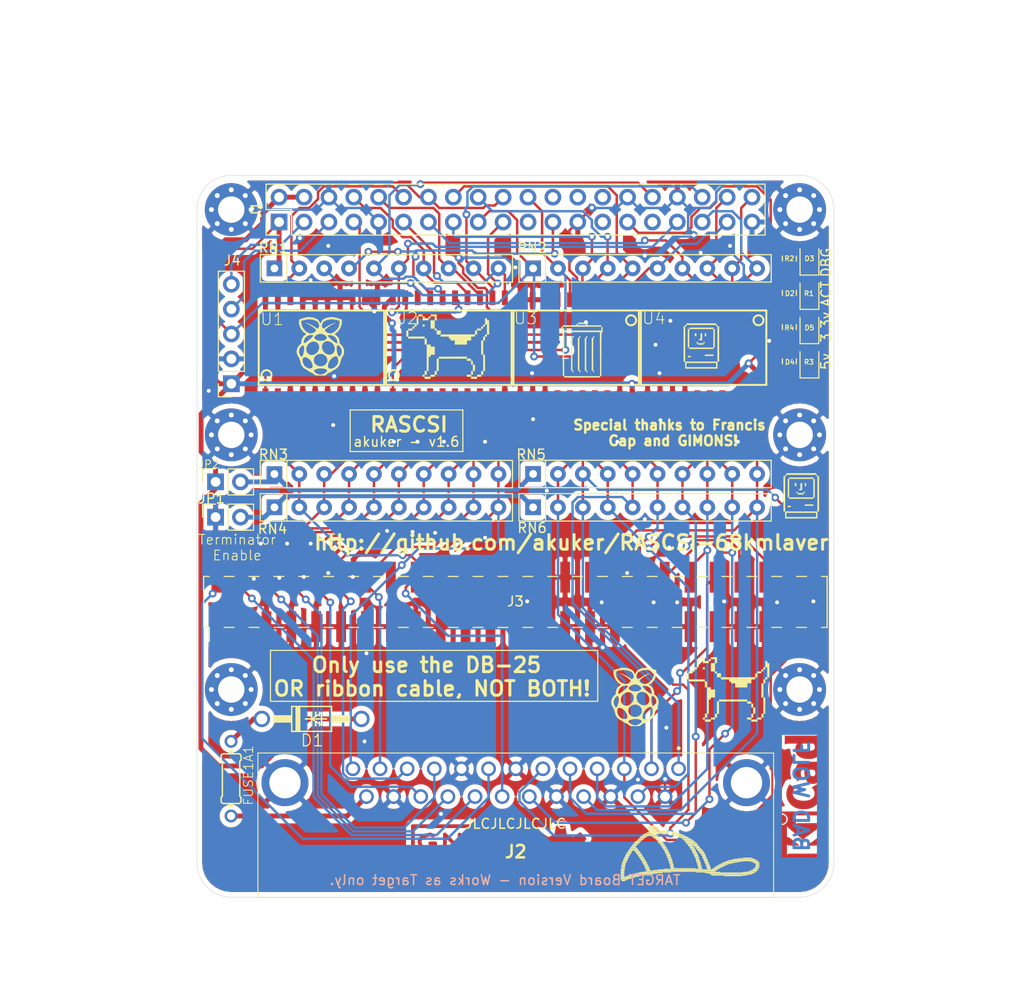
<source format=kicad_pcb>
(kicad_pcb (version 20171130) (host pcbnew "(5.1.4)-1")
  (layers (0 Top signal) (31 Bottom signal) (34 B.Paste user) (35 F.Paste user) (36 B.SilkS user) (37 F.SilkS user) (38 B.Mask user) (39 F.Mask user) (44 Edge.Cuts user))
  (net 0 "")
  (net 1 GND)
  (net 2 +3V3)
  (net 3 +5V)
  (net 4 C-REQ)
  (net 5 C-MSG)
  (net 6 C-BSY)
  (net 7 C-SEL)
  (net 8 C-RST)
  (net 9 C-ACK)
  (net 10 C-ATN)
  (net 11 C-DP)
  (net 12 C-D0)
  (net 13 C-D1)
  (net 14 C-D2)
  (net 15 C-D3)
  (net 16 C-D4)
  (net 17 C-D5)
  (net 18 C-D6)
  (net 19 C-D7)
  (net 20 "Net-(D1-PadC)")
  (net 21 C-I_O)
  (net 22 C-C_D)
  (net 23 "Net-(J1-Pad26)")
  (net 24 TERMPOW)
  (net 25 "Net-(J3-Pad34)")
  (net 26 "Net-(J3-Pad26)")
  (net 27 "Net-(J3-Pad25)")
  (net 28 ACT)
  (net 29 PI-D7)
  (net 30 PI-D6)
  (net 31 PI-D5)
  (net 32 PI-D4)
  (net 33 PI-D3)
  (net 34 PI-D2)
  (net 35 PI-D1)
  (net 36 PI-D0)
  (net 37 PI-DP)
  (net 38 PI-BSY)
  (net 39 PI-MSG)
  (net 40 PI-C_D)
  (net 41 PI-REQ)
  (net 42 PI-I_O)
  (net 43 PI-ATN)
  (net 44 PI-ACK)
  (net 45 PI-RST)
  (net 46 PI-SEL)
  (net 47 "Net-(J1-Pad31)")
  (net 48 "Net-(J1-Pad28)")
  (net 49 "Net-(J1-Pad27)")
  (net 50 "Net-(J1-Pad24)")
  (net 51 "Net-(J1-Pad21)")
  (net 52 "Net-(D2-Pad2)")
  (net 53 "Net-(D3-Pad2)")
  (net 54 "Net-(D4-Pad2)")
  (net 55 "Net-(D5-Pad2)")
  (net 56 DBG_LED)
  (net 57 PI_SCL)
  (net 58 PI_SDA)
  (net 59 "Net-(JP1-Pad2)")
  (net 60 "Net-(JP2-Pad2)")
  (module SamacSys_Parts:DLS3XS6AK44X (layer Top) (at 223.65 103.09)
    (fp_text reference J2 (at -16.62 8.47) (layer F.SilkS) (effects (font (size 1.27 1.27) (thickness 0.254))))
    (fp_text value DLS3XS6AK44X hide)
    (pad MH2 thru_hole circle (at -40.17 1.42) (size 4.8 4.8) (drill 3.2) (layers *.Cu *.Mask) (net 1 GND))
    (pad MH1 thru_hole circle (at 6.93 1.42) (size 4.8 4.8) (drill 3.2) (layers *.Cu *.Mask) (net 1 GND))
    (pad 25 thru_hole circle (at -31.855 2.84) (size 1.5 1.5) (drill 1) (layers *.Cu *.Mask) (net 24 TERMPOW))
    (pad 24 thru_hole circle (at -29.085 2.84) (size 1.5 1.5) (drill 1) (layers *.Cu *.Mask) (net 1 GND))
    (pad 23 thru_hole circle (at -26.315 2.84) (size 1.5 1.5) (drill 1) (layers *.Cu *.Mask) (net 16 C-D4))
    (pad 22 thru_hole circle (at -23.545 2.84) (size 1.5 1.5) (drill 1) (layers *.Cu *.Mask) (net 14 C-D2))
    (pad 21 thru_hole circle (at -20.775 2.84) (size 1.5 1.5) (drill 1) (layers *.Cu *.Mask) (net 13 C-D1))
    (pad 20 thru_hole circle (at -18.005 2.84) (size 1.5 1.5) (drill 1) (layers *.Cu *.Mask) (net 11 C-DP))
    (pad 19 thru_hole circle (at -15.235 2.84) (size 1.5 1.5) (drill 1) (layers *.Cu *.Mask) (net 7 C-SEL))
    (pad 18 thru_hole circle (at -12.465 2.84) (size 1.5 1.5) (drill 1) (layers *.Cu *.Mask) (net 1 GND))
    (pad 17 thru_hole circle (at -9.695 2.84) (size 1.5 1.5) (drill 1) (layers *.Cu *.Mask) (net 10 C-ATN))
    (pad 16 thru_hole circle (at -6.925 2.84) (size 1.5 1.5) (drill 1) (layers *.Cu *.Mask) (net 1 GND))
    (pad 15 thru_hole circle (at -4.155 2.84) (size 1.5 1.5) (drill 1) (layers *.Cu *.Mask) (net 22 C-C_D))
    (pad 14 thru_hole circle (at -1.385 2.84) (size 1.5 1.5) (drill 1) (layers *.Cu *.Mask) (net 1 GND))
    (pad 13 thru_hole circle (at -33.24 0) (size 1.5 1.5) (drill 1) (layers *.Cu *.Mask) (net 19 C-D7))
    (pad 12 thru_hole circle (at -30.47 0) (size 1.5 1.5) (drill 1) (layers *.Cu *.Mask) (net 18 C-D6))
    (pad 11 thru_hole circle (at -27.7 0) (size 1.5 1.5) (drill 1) (layers *.Cu *.Mask) (net 17 C-D5))
    (pad 10 thru_hole circle (at -24.93 0) (size 1.5 1.5) (drill 1) (layers *.Cu *.Mask) (net 15 C-D3))
    (pad 9 thru_hole circle (at -22.16 0) (size 1.5 1.5) (drill 1) (layers *.Cu *.Mask) (net 1 GND))
    (pad 8 thru_hole circle (at -19.39 0) (size 1.5 1.5) (drill 1) (layers *.Cu *.Mask) (net 12 C-D0))
    (pad 7 thru_hole circle (at -16.62 0) (size 1.5 1.5) (drill 1) (layers *.Cu *.Mask) (net 1 GND))
    (pad 6 thru_hole circle (at -13.85 0) (size 1.5 1.5) (drill 1) (layers *.Cu *.Mask) (net 6 C-BSY))
    (pad 5 thru_hole circle (at -11.08 0) (size 1.5 1.5) (drill 1) (layers *.Cu *.Mask) (net 9 C-ACK))
    (pad 4 thru_hole circle (at -8.31 0) (size 1.5 1.5) (drill 1) (layers *.Cu *.Mask) (net 8 C-RST))
    (pad 3 thru_hole circle (at -5.54 0) (size 1.5 1.5) (drill 1) (layers *.Cu *.Mask) (net 21 C-I_O))
    (pad 2 thru_hole circle (at -2.77 0) (size 1.5 1.5) (drill 1) (layers *.Cu *.Mask) (net 5 C-MSG))
    (pad 1 thru_hole circle (at 0 0) (size 1.5 1.5) (drill 1) (layers *.Cu *.Mask) (net 4 C-REQ))
  )
  (module Connector_PinHeader_2.54mm:PinHeader_2x20_P2.54mm_Vertical (layer Top) (at 182.88 47.27 90)
    (fp_text reference J1 (at 1.27 -2.33 90) (layer F.SilkS))
    (fp_text value Raspberry_Pi_2_3)
    (pad 40 thru_hole oval (at 2.54 48.26 90) (size 1.7 1.7) (drill 1) (layers *.Cu *.Mask) (net 44 PI-ACK))
    (pad 39 thru_hole oval (at 0 48.26 90) (size 1.7 1.7) (drill 1) (layers *.Cu *.Mask) (net 1 GND))
    (pad 38 thru_hole oval (at 2.54 45.72 90) (size 1.7 1.7) (drill 1) (layers *.Cu *.Mask) (net 45 PI-RST))
    (pad 37 thru_hole oval (at 0 45.72 90) (size 1.7 1.7) (drill 1) (layers *.Cu *.Mask) (net 38 PI-BSY))
    (pad 36 thru_hole oval (at 2.54 43.18 90) (size 1.7 1.7) (drill 1) (layers *.Cu *.Mask) (net 30 PI-D6))
    (pad 35 thru_hole oval (at 0 43.18 90) (size 1.7 1.7) (drill 1) (layers *.Cu *.Mask) (net 43 PI-ATN))
    (pad 34 thru_hole oval (at 2.54 40.64 90) (size 1.7 1.7) (drill 1) (layers *.Cu *.Mask) (net 1 GND))
    (pad 33 thru_hole oval (at 0 40.64 90) (size 1.7 1.7) (drill 1) (layers *.Cu *.Mask) (net 33 PI-D3))
    (pad 32 thru_hole oval (at 2.54 38.1 90) (size 1.7 1.7) (drill 1) (layers *.Cu *.Mask) (net 34 PI-D2))
    (pad 31 thru_hole oval (at 0 38.1 90) (size 1.7 1.7) (drill 1) (layers *.Cu *.Mask) (net 47 "Net-(J1-Pad31)"))
    (pad 30 thru_hole oval (at 2.54 35.56 90) (size 1.7 1.7) (drill 1) (layers *.Cu *.Mask) (net 1 GND))
    (pad 29 thru_hole oval (at 0 35.56 90) (size 1.7 1.7) (drill 1) (layers *.Cu *.Mask) (net 56 DBG_LED))
    (pad 28 thru_hole oval (at 2.54 33.02 90) (size 1.7 1.7) (drill 1) (layers *.Cu *.Mask) (net 48 "Net-(J1-Pad28)"))
    (pad 27 thru_hole oval (at 0 33.02 90) (size 1.7 1.7) (drill 1) (layers *.Cu *.Mask) (net 49 "Net-(J1-Pad27)"))
    (pad 26 thru_hole oval (at 2.54 30.48 90) (size 1.7 1.7) (drill 1) (layers *.Cu *.Mask) (net 23 "Net-(J1-Pad26)"))
    (pad 25 thru_hole oval (at 0 30.48 90) (size 1.7 1.7) (drill 1) (layers *.Cu *.Mask) (net 1 GND))
    (pad 24 thru_hole oval (at 2.54 27.94 90) (size 1.7 1.7) (drill 1) (layers *.Cu *.Mask) (net 50 "Net-(J1-Pad24)"))
    (pad 23 thru_hole oval (at 0 27.94 90) (size 1.7 1.7) (drill 1) (layers *.Cu *.Mask) (net 35 PI-D1))
    (pad 22 thru_hole oval (at 2.54 25.4 90) (size 1.7 1.7) (drill 1) (layers *.Cu *.Mask) (net 42 PI-I_O))
    (pad 21 thru_hole oval (at 0 25.4 90) (size 1.7 1.7) (drill 1) (layers *.Cu *.Mask) (net 51 "Net-(J1-Pad21)"))
    (pad 20 thru_hole oval (at 2.54 22.86 90) (size 1.7 1.7) (drill 1) (layers *.Cu *.Mask) (net 1 GND))
    (pad 19 thru_hole oval (at 0 22.86 90) (size 1.7 1.7) (drill 1) (layers *.Cu *.Mask) (net 36 PI-D0))
    (pad 18 thru_hole oval (at 2.54 20.32 90) (size 1.7 1.7) (drill 1) (layers *.Cu *.Mask) (net 40 PI-C_D))
    (pad 17 thru_hole oval (at 0 20.32 90) (size 1.7 1.7) (drill 1) (layers *.Cu *.Mask) (net 2 +3V3))
    (pad 16 thru_hole oval (at 2.54 17.78 90) (size 1.7 1.7) (drill 1) (layers *.Cu *.Mask) (net 39 PI-MSG))
    (pad 15 thru_hole oval (at 0 17.78 90) (size 1.7 1.7) (drill 1) (layers *.Cu *.Mask) (net 41 PI-REQ))
    (pad 14 thru_hole oval (at 2.54 15.24 90) (size 1.7 1.7) (drill 1) (layers *.Cu *.Mask) (net 1 GND))
    (pad 13 thru_hole oval (at 0 15.24 90) (size 1.7 1.7) (drill 1) (layers *.Cu *.Mask) (net 46 PI-SEL))
    (pad 12 thru_hole oval (at 2.54 12.7 90) (size 1.7 1.7) (drill 1) (layers *.Cu *.Mask) (net 37 PI-DP))
    (pad 11 thru_hole oval (at 0 12.7 90) (size 1.7 1.7) (drill 1) (layers *.Cu *.Mask) (net 29 PI-D7))
    (pad 10 thru_hole oval (at 2.54 10.16 90) (size 1.7 1.7) (drill 1) (layers *.Cu *.Mask) (net 31 PI-D5))
    (pad 9 thru_hole oval (at 0 10.16 90) (size 1.7 1.7) (drill 1) (layers *.Cu *.Mask) (net 1 GND))
    (pad 8 thru_hole oval (at 2.54 7.62 90) (size 1.7 1.7) (drill 1) (layers *.Cu *.Mask) (net 32 PI-D4))
    (pad 7 thru_hole oval (at 0 7.62 90) (size 1.7 1.7) (drill 1) (layers *.Cu *.Mask) (net 28 ACT))
    (pad 6 thru_hole oval (at 2.54 5.08 90) (size 1.7 1.7) (drill 1) (layers *.Cu *.Mask) (net 1 GND))
    (pad 5 thru_hole oval (at 0 5.08 90) (size 1.7 1.7) (drill 1) (layers *.Cu *.Mask) (net 57 PI_SCL))
    (pad 4 thru_hole oval (at 2.54 2.54 90) (size 1.7 1.7) (drill 1) (layers *.Cu *.Mask) (net 3 +5V))
    (pad 3 thru_hole oval (at 0 2.54 90) (size 1.7 1.7) (drill 1) (layers *.Cu *.Mask) (net 58 PI_SDA))
    (pad 2 thru_hole oval (at 2.54 0 90) (size 1.7 1.7) (drill 1) (layers *.Cu *.Mask) (net 3 +5V))
    (pad 1 thru_hole rect (at 0 0 90) (size 1.7 1.7) (drill 1) (layers *.Cu *.Mask) (net 2 +3V3))
  )
  (module Symbol:KiCad-Logo_5mm_Copper (layer Top) (at 236.7 105.9 90)
    (fp_text reference REF** hide)
    (fp_text value KiCad-Logo_5mm_Copper hide)
    (fp_poly (pts (xy -2.273043 -2.973429) (xy -2.176768 -2.949191) (xy -2.090184 -2.906359) (xy -2.015373 -2.846581) (xy -1.954418 -2.771506) (xy -1.909399 -2.68278) (xy -1.883136 -2.58647) (xy -1.877286 -2.489205) (xy -1.89214 -2.395346) (xy -1.92584 -2.307489) (xy -1.976528 -2.22823) (xy -2.042345 -2.160164) (xy -2.121434 -2.105888) (xy -2.211934 -2.067998) (xy -2.2632 -2.055574) (xy -2.307698 -2.048053) (xy -2.341999 -2.045081) (xy -2.37496 -2.046906) (xy -2.415434 -2.053775) (xy -2.448531 -2.06075) (xy -2.541947 -2.092259) (xy -2.625619 -2.143383) (xy -2.697665 -2.212571) (xy -2.7562 -2.298272) (xy -2.770148 -2.325511) (xy -2.786586 -2.361878) (xy -2.796894 -2.392418) (xy -2.80246 -2.42455) (xy -2.804669 -2.465693) (xy -2.804948 -2.511778) (xy -2.800861 -2.596135) (xy -2.787446 -2.665414) (xy -2.762256 -2.726039) (xy -2.722846 -2.784433) (xy -2.684298 -2.828698) (xy -2.612406 -2.894516) (xy -2.537313 -2.939947) (xy -2.454562 -2.96715) (xy -2.376928 -2.977424) (xy -2.273043 -2.973429)) (layer Top) (width 0.01))
    (fp_poly (pts (xy 6.186507 -0.527755) (xy 6.186526 -0.293338) (xy 6.186552 -0.080397) (xy 6.186625 0.112168) (xy 6.186782 0.285459) (xy 6.187064 0.440576) (xy 6.187509 0.57862) (xy 6.188156 0.700692) (xy 6.189045 0.807894) (xy 6.190213 0.901326) (xy 6.191701 0.98209) (xy 6.193546 1.051286) (xy 6.195789 1.110015) (xy 6.198469 1.159379) (xy 6.201623 1.200478) (xy 6.205292 1.234413) (xy 6.209513 1.262286) (xy 6.214327 1.285198) (xy 6.219773 1.304249) (xy 6.225888 1.32054) (xy 6.232712 1.335173) (xy 6.240285 1.349249) (xy 6.248645 1.363868) (xy 6.253839 1.372974) (xy 6.288104 1.433689) (xy 5.429955 1.433689) (xy 5.429955 1.337733) (xy 5.429224 1.29437) (xy 5.427272 1.261205) (xy 5.424463 1.243424) (xy 5.423221 1.241778) (xy 5.411799 1.248662) (xy 5.389084 1.266505) (xy 5.366385 1.285879) (xy 5.3118 1.326614) (xy 5.242321 1.367617) (xy 5.16527 1.405123) (xy 5.087965 1.435364) (xy 5.057113 1.445012) (xy 4.988616 1.459578) (xy 4.905764 1.469539) (xy 4.816371 1.474583) (xy 4.728248 1.474396) (xy 4.649207 1.468666) (xy 4.611511 1.462858) (xy 4.473414 1.424797) (xy 4.346113 1.367073) (xy 4.230292 1.290211) (xy 4.126637 1.194739) (xy 4.035833 1.081179) (xy 3.969031 0.970381) (xy 3.914164 0.853625) (xy 3.872163 0.734276) (xy 3.842167 0.608283) (xy 3.823311 0.471594) (xy 3.814732 0.320158) (xy 3.814006 0.242711) (xy 3.8161 0.185934) (xy 4.645217 0.185934) (xy 4.645424 0.279002) (xy 4.648337 0.366692) (xy 4.654 0.443772) (xy 4.662455 0.505009) (xy 4.665038 0.51735) (xy 4.69684 0.624633) (xy 4.738498 0.711658) (xy 4.790363 0.778642) (xy 4.852781 0.825805) (xy 4.9261 0.853365) (xy 5.010669 0.861541) (xy 5.106835 0.850551) (xy 5.170311 0.834829) (xy 5.219454 0.816639) (xy 5.273583 0.790791) (xy 5.314244 0.767089) (xy 5.3848 0.720721) (xy 5.3848 -0.42947) (xy 5.317392 -0.473038) (xy 5.238867 -0.51396) (xy 5.154681 -0.540611) (xy 5.069557 -0.552535) (xy 4.988216 -0.549278) (xy 4.91538 -0.530385) (xy 4.883426 -0.514816) (xy 4.825501 -0.471819) (xy 4.776544 -0.415047) (xy 4.73539 -0.342425) (xy 4.700874 -0.251879) (xy 4.671833 -0.141334) (xy 4.670552 -0.135467) (xy 4.660381 -0.073212) (xy 4.652739 0.004594) (xy 4.64767 0.09272) (xy 4.645217 0.185934) (xy 3.8161 0.185934) (xy 3.821857 0.029895) (xy 3.843802 -0.165941) (xy 3.879786 -0.344668) (xy 3.929759 -0.506155) (xy 3.993668 -0.650274) (xy 4.071462 -0.776894) (xy 4.163089 -0.885885) (xy 4.268497 -0.977117) (xy 4.313662 -1.008068) (xy 4.414611 -1.064215) (xy 4.517901 -1.103826) (xy 4.627989 -1.127986) (xy 4.74933 -1.137781) (xy 4.841836 -1.136735) (xy 4.97149 -1.125769) (xy 5.084084 -1.103954) (xy 5.182875 -1.070286) (xy 5.271121 -1.023764) (xy 5.319986 -0.989552) (xy 5.349353 -0.967638) (xy 5.371043 -0.952667) (xy 5.379253 -0.948267) (xy 5.380868 -0.959096) (xy 5.382159 -0.989749) (xy 5.383138 -1.037474) (xy 5.383817 -1.099521) (xy 5.38421 -1.173138) (xy 5.38433 -1.255573) (xy 5.384188 -1.344075) (xy 5.383797 -1.435893) (xy 5.383171 -1.528276) (xy 5.38232 -1.618472) (xy 5.38126 -1.703729) (xy 5.380001 -1.781297) (xy 5.378556 -1.848424) (xy 5.376938 -1.902359) (xy 5.375161 -1.94035) (xy 5.374669 -1.947333) (xy 5.367092 -2.017749) (xy 5.355531 -2.072898) (xy 5.337792 -2.120019) (xy 5.311682 -2.166353) (xy 5.305415 -2.175933) (xy 5.280983 -2.212622) (xy 6.186311 -2.212622) (xy 6.186507 -0.527755)) (layer Top) (width 0.01))
    (fp_poly (pts (xy 2.673574 -1.133448) (xy 2.825492 -1.113433) (xy 2.960756 -1.079798) (xy 3.080239 -1.032275) (xy 3.184815 -0.970595) (xy 3.262424 -0.907035) (xy 3.331265 -0.832901) (xy 3.385006 -0.753129) (xy 3.42791 -0.660909) (xy 3.443384 -0.617839) (xy 3.456244 -0.578858) (xy 3.467446 -0.542711) (xy 3.47712 -0.507566) (xy 3.485396 -0.47159) (xy 3.492403 -0.43295) (xy 3.498272 -0.389815) (xy 3.503131 -0.340351) (xy 3.50711 -0.282727) (xy 3.51034 -0.215109) (xy 3.512949 -0.135666) (xy 3.515067 -0.042564) (xy 3.516824 0.066027) (xy 3.518349 0.191942) (xy 3.519772 0.337012) (xy 3.521025 0.479778) (xy 3.522351 0.635968) (xy 3.523556 0.771239) (xy 3.524766 0.887246) (xy 3.526106 0.985645) (xy 3.5277 1.068093) (xy 3.529675 1.136246) (xy 3.532156 1.19176) (xy 3.535269 1.236292) (xy 3.539138 1.271498) (xy 3.543889 1.299034) (xy 3.549648 1.320556) (xy 3.556539 1.337722) (xy 3.564689 1.352186) (xy 3.574223 1.365606) (xy 3.585266 1.379638) (xy 3.589566 1.385071) (xy 3.605386 1.40791) (xy 3.612422 1.423463) (xy 3.612444 1.423922) (xy 3.601567 1.426121) (xy 3.570582 1.428147) (xy 3.521957 1.429942) (xy 3.458163 1.431451) (xy 3.381669 1.432616) (xy 3.294944 1.43338) (xy 3.200457 1.433686) (xy 3.18955 1.433689) (xy 2.766657 1.433689) (xy 2.763395 1.337622) (xy 2.760133 1.241556) (xy 2.698044 1.292543) (xy 2.600714 1.360057) (xy 2.490813 1.414749) (xy 2.404349 1.444978) (xy 2.335278 1.459666) (xy 2.251925 1.469659) (xy 2.162159 1.474646) (xy 2.073845 1.474313) (xy 1.994851 1.468351) (xy 1.958622 1.462638) (xy 1.818603 1.424776) (xy 1.692178 1.369932) (xy 1.58026 1.298924) (xy 1.483762 1.212568) (xy 1.4036 1.111679) (xy 1.340687 0.997076) (xy 1.296312 0.870984) (xy 1.283978 0.814401) (xy 1.276368 0.752202) (xy 1.272739 0.677363) (xy 1.272245 0.643467) (xy 1.27231 0.640282) (xy 2.032248 0.640282) (xy 2.041541 0.715333) (xy 2.069728 0.77916) (xy 2.118197 0.834798) (xy 2.123254 0.839211) (xy 2.171548 0.874037) (xy 2.223257 0.89662) (xy 2.283989 0.90854) (xy 2.359352 0.911383) (xy 2.377459 0.910978) (xy 2.431278 0.908325) (xy 2.471308 0.902909) (xy 2.506324 0.892745) (xy 2.545103 0.87585) (xy 2.555745 0.870672) (xy 2.616396 0.834844) (xy 2.663215 0.792212) (xy 2.675952 0.776973) (xy 2.720622 0.720462) (xy 2.720622 0.524586) (xy 2.720086 0.445939) (xy 2.718396 0.387988) (xy 2.715428 0.348875) (xy 2.711057 0.326741) (xy 2.706972 0.320274) (xy 2.691047 0.317111) (xy 2.657264 0.314488) (xy 2.61034 0.312655) (xy 2.554993 0.311857) (xy 2.546106 0.311842) (xy 2.42533 0.317096) (xy 2.32266 0.333263) (xy 2.236106 0.360961) (xy 2.163681 0.400808) (xy 2.108751 0.447758) (xy 2.064204 0.505645) (xy 2.03948 0.568693) (xy 2.032248 0.640282) (xy 1.27231 0.640282) (xy 1.274178 0.549712) (xy 1.282522 0.470812) (xy 1.298768 0.39959) (xy 1.324405 0.328864) (xy 1.348401 0.276493) (xy 1.40702 0.181196) (xy 1.485117 0.09317) (xy 1.580315 0.014017) (xy 1.690238 -0.05466) (xy 1.81251 -0.111259) (xy 1.944755 -0.154179) (xy 2.009422 -0.169118) (xy 2.145604 -0.191223) (xy 2.294049 -0.205806) (xy 2.445505 -0.212187) (xy 2.572064 -0.210555) (xy 2.73395 -0.203776) (xy 2.72653 -0.262755) (xy 2.707238 -0.361908) (xy 2.676104 -0.442628) (xy 2.632269 -0.505534) (xy 2.574871 -0.551244) (xy 2.503048 -0.580378) (xy 2.415941 -0.593553) (xy 2.312686 -0.591389) (xy 2.274711 -0.587388) (xy 2.13352 -0.56222) (xy 1.996707 -0.521186) (xy 1.902178 -0.483185) (xy 1.857018 -0.46381) (xy 1.818585 -0.44824) (xy 1.792234 -0.438595) (xy 1.784546 -0.436548) (xy 1.774802 -0.445626) (xy 1.758083 -0.474595) (xy 1.734232 -0.523783) (xy 1.703093 -0.593516) (xy 1.664507 -0.684121) (xy 1.65791 -0.699911) (xy 1.627853 -0.772228) (xy 1.600874 -0.837575) (xy 1.578136 -0.893094) (xy 1.560806 -0.935928) (xy 1.550048 -0.963219) (xy 1.546941 -0.972058) (xy 1.55694 -0.976813) (xy 1.583217 -0.98209) (xy 1.611489 -0.985769) (xy 1.641646 -0.990526) (xy 1.689433 -0.999972) (xy 1.750612 -1.01318) (xy 1.820946 -1.029224) (xy 1.896194 -1.04718) (xy 1.924755 -1.054203) (xy 2.029816 -1.079791) (xy 2.11748 -1.099853) (xy 2.192068 -1.115031) (xy 2.257903 -1.125965) (xy 2.319307 -1.133296) (xy 2.380602 -1.137665) (xy 2.44611 -1.139713) (xy 2.504128 -1.140111) (xy 2.673574 -1.133448)) (layer Top) (width 0.01))
    (fp_poly (pts (xy 0.328429 -2.050929) (xy 0.48857 -2.029755) (xy 0.65251 -1.989615) (xy 0.822313 -1.930111) (xy 1.000043 -1.850846) (xy 1.01131 -1.845301) (xy 1.069005 -1.817275) (xy 1.120552 -1.793198) (xy 1.162191 -1.774751) (xy 1.190162 -1.763614) (xy 1.199733 -1.761067) (xy 1.21895 -1.756059) (xy 1.223561 -1.751853) (xy 1.218458 -1.74142) (xy 1.202418 -1.715132) (xy 1.177288 -1.675743) (xy 1.144914 -1.626009) (xy 1.107143 -1.568685) (xy 1.065822 -1.506524) (xy 1.022798 -1.442282) (xy 0.979917 -1.378715) (xy 0.939026 -1.318575) (xy 0.901971 -1.26462) (xy 0.8706 -1.219603) (xy 0.846759 -1.186279) (xy 0.832294 -1.167403) (xy 0.830309 -1.165213) (xy 0.820191 -1.169862) (xy 0.79785 -1.187038) (xy 0.76728 -1.21356) (xy 0.751536 -1.228036) (xy 0.655047 -1.303318) (xy 0.548336 -1.358759) (xy 0.432832 -1.393859) (xy 0.309962 -1.40812) (xy 0.240561 -1.406949) (xy 0.119423 -1.389788) (xy 0.010205 -1.353906) (xy -0.087418 -1.299041) (xy -0.173772 -1.22493) (xy -0.249185 -1.131312) (xy -0.313982 -1.017924) (xy -0.351399 -0.931333) (xy -0.395252 -0.795634) (xy -0.427572 -0.64815) (xy -0.448443 -0.492686) (xy -0.457949 -0.333044) (xy -0.456173 -0.173027) (xy -0.443197 -0.016439) (xy -0.419106 0.132918) (xy -0.383982 0.27124) (xy -0.337908 0.394724) (xy -0.321627 0.428978) (xy -0.25338 0.543064) (xy -0.172921 0.639557) (xy -0.08143 0.71767) (xy 0.019911 0.776617) (xy 0.12992 0.815612) (xy 0.247415 0.833868) (xy 0.288883 0.835211) (xy 0.410441 0.82429) (xy 0.530878 0.791474) (xy 0.648666 0.737439) (xy 0.762277 0.662865) (xy 0.853685 0.584539) (xy 0.900215 0.540008) (xy 1.081483 0.837271) (xy 1.12658 0.911433) (xy 1.167819 0.979646) (xy 1.203735 1.039459) (xy 1.232866 1.08842) (xy 1.25375 1.124079) (xy 1.264924 1.143984) (xy 1.266375 1.147079) (xy 1.258146 1.156718) (xy 1.232567 1.173999) (xy 1.192873 1.197283) (xy 1.142297 1.224934) (xy 1.084074 1.255315) (xy 1.021437 1.28679) (xy 0.957621 1.317722) (xy 0.89586 1.346473) (xy 0.839388 1.371408) (xy 0.791438 1.390889) (xy 0.767986 1.399318) (xy 0.634221 1.437133) (xy 0.496327 1.462136) (xy 0.348622 1.47514) (xy 0.221833 1.477468) (xy 0.153878 1.476373) (xy 0.088277 1.474275) (xy 0.030847 1.471434) (xy -0.012597 1.468106) (xy -0.026702 1.466422) (xy -0.165716 1.437587) (xy -0.307243 1.392468) (xy -0.444725 1.33375) (xy -0.571606 1.26412) (xy -0.649111 1.211441) (xy -0.776519 1.103239) (xy -0.894822 0.976671) (xy -1.001828 0.834866) (xy -1.095348 0.680951) (xy -1.17319 0.518053) (xy -1.217044 0.400756) (xy -1.267292 0.217128) (xy -1.300791 0.022581) (xy -1.317551 -0.178675) (xy -1.317584 -0.382432) (xy -1.300899 -0.584479) (xy -1.267507 -0.780608) (xy -1.21742 -0.966609) (xy -1.213603 -0.978197) (xy -1.150719 -1.14025) (xy -1.073972 -1.288168) (xy -0.980758 -1.426135) (xy -0.868473 -1.558339) (xy -0.824608 -1.603601) (xy -0.688466 -1.727543) (xy -0.548509 -1.830085) (xy -0.402589 -1.912344) (xy -0.248558 -1.975436) (xy -0.084268 -2.020477) (xy 0.011289 -2.037967) (xy 0.170023 -2.053534) (xy 0.328429 -2.050929)) (layer Top) (width 0.01))
    (fp_poly (pts (xy -2.9464 -2.510946) (xy -2.935535 -2.397007) (xy -2.903918 -2.289384) (xy -2.853015 -2.190385) (xy -2.784293 -2.102316) (xy -2.699219 -2.027484) (xy -2.602232 -1.969616) (xy -2.495964 -1.929995) (xy -2.38895 -1.911427) (xy -2.2833 -1.912566) (xy -2.181125 -1.93207) (xy -2.084534 -1.968594) (xy -1.995638 -2.020795) (xy -1.916546 -2.087327) (xy -1.849369 -2.166848) (xy -1.796217 -2.258013) (xy -1.759199 -2.359477) (xy -1.740427 -2.469898) (xy -1.738489 -2.519794) (xy -1.738489 -2.607733) (xy -1.68656 -2.607733) (xy -1.650253 -2.604889) (xy -1.623355 -2.593089) (xy -1.596249 -2.569351) (xy -1.557867 -2.530969) (xy -1.557867 -0.339398) (xy -1.557876 -0.077261) (xy -1.557908 0.163241) (xy -1.557972 0.383048) (xy -1.558076 0.583101) (xy -1.558227 0.764344) (xy -1.558434 0.927716) (xy -1.558706 1.07416) (xy -1.55905 1.204617) (xy -1.559474 1.320029) (xy -1.559987 1.421338) (xy -1.560597 1.509484) (xy -1.561312 1.58541) (xy -1.56214 1.650057) (xy -1.563089 1.704367) (xy -1.564167 1.74928) (xy -1.565383 1.78574) (xy -1.566745 1.814687) (xy -1.568261 1.837063) (xy -1.569938 1.853809) (xy -1.571786 1.865868) (xy -1.573813 1.87418) (xy -1.576025 1.879687) (xy -1.577108 1.881537) (xy -1.581271 1.888549) (xy -1.584805 1.894996) (xy -1.588635 1.9009) (xy -1.593682 1.906286) (xy -1.600871 1.911178) (xy -1.611123 1.915598) (xy -1.625364 1.919572) (xy -1.644514 1.923121) (xy -1.669499 1.92627) (xy -1.70124 1.929042) (xy -1.740662 1.931461) (xy -1.788686 1.933551) (xy -1.846237 1.935335) (xy -1.914237 1.936837) (xy -1.99361 1.93808) (xy -2.085279 1.939089) (xy -2.190166 1.939885) (xy -2.309196 1.940494) (xy -2.44329 1.940939) (xy -2.593373 1.941243) (xy -2.760367 1.94143) (xy -2.945196 1.941524) (xy -3.148783 1.941548) (xy -3.37205 1.941525) (xy -3.615922 1.94148) (xy -3.881321 1.941437) (xy -3.919704 1.941432) (xy -4.186682 1.941389) (xy -4.432002 1.941318) (xy -4.656583 1.941213) (xy -4.861345 1.941066) (xy -5.047206 1.940869) (xy -5.215088 1.940616) (xy -5.365908 1.9403) (xy -5.500587 1.939913) (xy -5.620044 1.939447) (xy -5.725199 1.938897) (xy -5.816971 1.938253) (xy -5.896279 1.937511) (xy -5.964043 1.936661) (xy -6.021182 1.935697) (xy -6.068617 1.934611) (xy -6.107266 1.933397) (xy -6.138049 1.932047) (xy -6.161885 1.930555) (xy -6.179694 1.928911) (xy -6.192395 1.927111) (xy -6.200908 1.925145) (xy -6.205266 1.923477) (xy -6.213728 1.919906) (xy -6.221497 1.91727) (xy -6.228602 1.914634) (xy -6.235073 1.911062) (xy -6.240939 1.905621) (xy -6.246229 1.897375) (xy -6.250974 1.88539) (xy -6.255202 1.868731) (xy -6.258943 1.846463) (xy -6.262227 1.817652) (xy -6.265083 1.781363) (xy -6.26754 1.736661) (xy -6.269629 1.682611) (xy -6.271378 1.618279) (xy -6.272817 1.54273) (xy -6.273976 1.45503) (xy -6.274883 1.354243) (xy -6.275569 1.239434) (xy -6.276063 1.10967) (xy -6.276395 0.964015) (xy -6.276593 0.801535) (xy -6.276687 0.621295) (xy -6.276708 0.42236) (xy -6.276685 0.203796) (xy -6.276646 -0.035332) (xy -6.276622 -0.29596) (xy -6.276622 -0.338111) (xy -6.276636 -0.601008) (xy -6.276661 -0.842268) (xy -6.276671 -1.062835) (xy -6.276642 -1.263648) (xy -6.276548 -1.445651) (xy -6.276362 -1.609784) (xy -6.276059 -1.756989) (xy -6.275614 -1.888208) (xy -6.275034 -1.998133) (xy -5.972197 -1.998133) (xy -5.932407 -1.940289) (xy -5.921236 -1.924521) (xy -5.911166 -1.910559) (xy -5.902138 -1.897216) (xy -5.894097 -1.883307) (xy -5.886986 -1.867644) (xy -5.880747 -1.849042) (xy -5.875325 -1.826314) (xy -5.870662 -1.798273) (xy -5.866701 -1.763733) (xy -5.863385 -1.721508) (xy -5.860659 -1.670411) (xy -5.858464 -1.609256) (xy -5.856745 -1.536856) (xy -5.855444 -1.452025) (xy -5.854505 -1.353578) (xy -5.85387 -1.240326) (xy -5.853484 -1.111084) (xy -5.853288 -0.964666) (xy -5.853227 -0.799884) (xy -5.853243 -0.615553) (xy -5.85328 -0.410487) (xy -5.853289 -0.287867) (xy -5.853265 -0.070918) (xy -5.853231 0.124642) (xy -5.853243 0.299999) (xy -5.853358 0.456341) (xy -5.85363 0.594857) (xy -5.854118 0.716734) (xy -5.854876 0.82316) (xy -5.855962 0.915322) (xy -5.857431 0.994409) (xy -5.85934 1.061608) (xy -5.861744 1.118107) (xy -5.864701 1.165093) (xy -5.868266 1.203755) (xy -5.872495 1.23528) (xy -5.877446 1.260855) (xy -5.883173 1.28167) (xy -5.889733 1.298911) (xy -5.897183 1.313765) (xy -5.905579 1.327422) (xy -5.914976 1.341069) (xy -5.925432 1.355893) (xy -5.931523 1.364783) (xy -5.970296 1.4224) (xy -5.438732 1.4224) (xy -5.315483 1.422365) (xy -5.212987 1.422215) (xy -5.12942 1.421878) (xy -5.062956 1.421286) (xy -5.011771 1.420367) (xy -4.974041 1.419051) (xy -4.94794 1.417269) (xy -4.931644 1.414951) (xy -4.923328 1.412026) (xy -4.921168 1.408424) (xy -4.923339 1.404075) (xy -4.924535 1.402645) (xy -4.949685 1.365573) (xy -4.975583 1.312772) (xy -4.999192 1.25077) (xy -5.007461 1.224357) (xy -5.012078 1.206416) (xy -5.015979 1.185355) (xy -5.019248 1.159089) (xy -5.021966 1.125532) (xy -5.024215 1.082599) (xy -5.026077 1.028204) (xy -5.027636 0.960262) (xy -5.028972 0.876688) (xy -5.030169 0.775395) (xy -5.031308 0.6543) (xy -5.031685 0.6096) (xy -5.032702 0.484449) (xy -5.03346 0.380082) (xy -5.033903 0.294707) (xy -5.03397 0.226533) (xy -5.033605 0.173765) (xy -5.032748 0.134614) (xy -5.031341 0.107285) (xy -5.029325 0.089986) (xy -5.026643 0.080926) (xy -5.023236 0.078312) (xy -5.019044 0.080351) (xy -5.014571 0.084667) (xy -5.004216 0.097602) (xy -4.982158 0.126676) (xy -4.949957 0.169759) (xy -4.909174 0.224718) (xy -4.86137 0.289423) (xy -4.808105 0.361742) (xy -4.75094 0.439544) (xy -4.691437 0.520698) (xy -4.631155 0.603072) (xy -4.571655 0.684536) (xy -4.514498 0.762957) (xy -4.461245 0.836204) (xy -4.413457 0.902147) (xy -4.372693 0.958654) (xy -4.340516 1.003593) (xy -4.318485 1.034834) (xy -4.313917 1.041466) (xy -4.290996 1.078369) (xy -4.264188 1.126359) (xy -4.238789 1.175897) (xy -4.235568 1.182577) (xy -4.21389 1.230772) (xy -4.201304 1.268334) (xy -4.195574 1.30416) (xy -4.194456 1.3462) (xy -4.19509 1.4224) (xy -3.040651 1.4224) (xy -3.131815 1.328669) (xy -3.178612 1.278775) (xy -3.228899 1.222295) (xy -3.274944 1.168026) (xy -3.295369 1.142673) (xy -3.325807 1.103128) (xy -3.365862 1.049916) (xy -3.414361 0.984667) (xy -3.470135 0.909011) (xy -3.532011 0.824577) (xy -3.598819 0.732994) (xy -3.669387 0.635892) (xy -3.742545 0.534901) (xy -3.817121 0.43165) (xy -3.891944 0.327768) (xy -3.965843 0.224885) (xy -4.037646 0.124631) (xy -4.106184 0.028636) (xy -4.170284 -0.061473) (xy -4.228775 -0.144064) (xy -4.280486 -0.217508) (xy -4.324247 -0.280176) (xy -4.358885 -0.330439) (xy -4.38323 -0.366666) (xy -4.396111 -0.387229) (xy -4.397869 -0.391332) (xy -4.38991 -0.402658) (xy -4.369115 -0.429838) (xy -4.336847 -0.471171) (xy -4.29447 -0.524956) (xy -4.243347 -0.589494) (xy -4.184841 -0.663082) (xy -4.120314 -0.744022) (xy -4.051131 -0.830612) (xy -3.978653 -0.921152) (xy -3.904246 -1.01394) (xy -3.844517 -1.088298) (xy -2.833511 -1.088298) (xy -2.827602 -1.075341) (xy -2.813272 -1.053092) (xy -2.812225 -1.051609) (xy -2.793438 -1.021456) (xy -2.773791 -0.984625) (xy -2.769892 -0.976489) (xy -2.766356 -0.96806) (xy -2.76323 -0.957941) (xy -2.760486 -0.94474) (xy -2.758092 -0.927062) (xy -2.756019 -0.903516) (xy -2.754235 -0.872707) (xy -2.752712 -0.833243) (xy -2.751419 -0.783731) (xy -2.750326 -0.722777) (xy -2.749403 -0.648989) (xy -2.748619 -0.560972) (xy -2.747945 -0.457335) (xy -2.74735 -0.336684) (xy -2.746805 -0.197626) (xy -2.746279 -0.038768) (xy -2.745745 0.140089) (xy -2.745206 0.325207) (xy -2.744772 0.489145) (xy -2.744509 0.633303) (xy -2.744484 0.759079) (xy -2.744765 0.867871) (xy -2.745419 0.961077) (xy -2.746514 1.040097) (xy -2.748118 1.106328) (xy -2.750297 1.16117) (xy -2.753119 1.206021) (xy -2.756651 1.242278) (xy -2.760961 1.271341) (xy -2.766117 1.294609) (xy -2.772185 1.313479) (xy -2.779233 1.329351) (xy -2.787329 1.343622) (xy -2.79654 1.357691) (xy -2.80504 1.370158) (xy -2.822176 1.396452) (xy -2.832322 1.414037) (xy -2.833511 1.417257) (xy -2.822604 1.418334) (xy -2.791411 1.419335) (xy -2.742223 1.420235) (xy -2.677333 1.42101) (xy -2.59903 1.421637) (xy -2.509607 1.422091) (xy -2.411356 1.422349) (xy -2.342445 1.4224) (xy -2.237452 1.42218) (xy -2.14061 1.421548) (xy -2.054107 1.420549) (xy -1.980132 1.419227) (xy -1.920874 1.417626) (xy -1.87852 1.415791) (xy -1.85526 1.413765) (xy -1.851378 1.412493) (xy -1.859076 1.397591) (xy -1.867074 1.38956) (xy -1.880246 1.372434) (xy -1.897485 1.342183) (xy -1.909407 1.317622) (xy -1.936045 1.258711) (xy -1.93912 0.081845) (xy -1.942195 -1.095022) (xy -2.387853 -1.095022) (xy -2.48567 -1.094858) (xy -2.576064 -1.094389) (xy -2.65663 -1.093653) (xy -2.724962 -1.092684) (xy -2.778656 -1.09152) (xy -2.815305 -1.090197) (xy -2.832504 -1.088751) (xy -2.833511 -1.088298) (xy -3.844517 -1.088298) (xy -3.82927 -1.107278) (xy -3.75509 -1.199463) (xy -3.683069 -1.288796) (xy -3.614569 -1.373576) (xy -3.550955 -1.452102) (xy -3.493588 -1.522674) (xy -3.443833 -1.583591) (xy -3.403052 -1.633153) (xy -3.385888 -1.653822) (xy -3.299596 -1.754484) (xy -3.222997 -1.837741) (xy -3.154183 -1.905562) (xy -3.091248 -1.959911) (xy -3.081867 -1.967278) (xy -3.042356 -1.997883) (xy -4.174116 -1.998133) (xy -4.168827 -1.950156) (xy -4.17213 -1.892812) (xy -4.193661 -1.824537) (xy -4.233635 -1.744788) (xy -4.278943 -1.672505) (xy -4.295161 -1.64986) (xy -4.323214 -1.612304) (xy -4.36143 -1.561979) (xy -4.408137 -1.501027) (xy -4.461661 -1.431589) (xy -4.520331 -1.355806) (xy -4.582475 -1.27582) (xy -4.646421 -1.193772) (xy -4.710495 -1.111804) (xy -4.773027 -1.032057) (xy -4.832343 -0.956673) (xy -4.886771 -0.887793) (xy -4.934639 -0.827558) (xy -4.974275 -0.778111) (xy -5.004006 -0.741592) (xy -5.022161 -0.720142) (xy -5.02522 -0.716844) (xy -5.028079 -0.724851) (xy -5.030293 -0.755145) (xy -5.031857 -0.807444) (xy -5.032767 -0.881469) (xy -5.03302 -0.976937) (xy -5.032613 -1.093566) (xy -5.031704 -1.213555) (xy -5.030382 -1.345667) (xy -5.028857 -1.457406) (xy -5.026881 -1.550975) (xy -5.024206 -1.628581) (xy -5.020582 -1.692426) (xy -5.015761 -1.744717) (xy -5.009494 -1.787656) (xy -5.001532 -1.823449) (xy -4.991627 -1.8543) (xy -4.979531 -1.882414) (xy -4.964993 -1.909995) (xy -4.950311 -1.935034) (xy -4.912314 -1.998133) (xy -5.972197 -1.998133) (xy -6.275034 -1.998133) (xy -6.275001 -2.004383) (xy -6.274195 -2.106456) (xy -6.27317 -2.195367) (xy -6.2719 -2.272059) (xy -6.27036 -2.337473) (xy -6.268524 -2.392551) (xy -6.266367 -2.438235) (xy -6.263863 -2.475466) (xy -6.260987 -2.505187) (xy -6.257713 -2.528338) (xy -6.254015 -2.545861) (xy -6.249869 -2.558699) (xy -6.245247 -2.567792) (xy -6.240126 -2.574082) (xy -6.234478 -2.578512) (xy -6.228279 -2.582022) (xy -6.221504 -2.585555) (xy -6.215508 -2.589124) (xy -6.210275 -2.5917) (xy -6.202099 -2.594028) (xy -6.189886 -2.596122) (xy -6.172541 -2.597993) (xy -6.148969 -2.599653) (xy -6.118077 -2.601116) (xy -6.078768 -2.602392) (xy -6.02995 -2.603496) (xy -5.970527 -2.604439) (xy -5.899404 -2.605233) (xy -5.815488 -2.605891) (xy -5.717683 -2.606425) (xy -5.604894 -2.606847) (xy -5.476029 -2.607171) (xy -5.329991 -2.607408) (xy -5.165686 -2.60757) (xy -4.98202 -2.60767) (xy -4.777897 -2.60772) (xy -4.566753 -2.607733) (xy -2.9464 -2.607733) (xy -2.9464 -2.510946)) (layer Top) (width 0.01))
  )
  (module Symbol:OSHW-Symbol_6.7x6mm_Copper (layer Top) (at 211.6 111.9)
    (fp_text reference REF** hide)
    (fp_text value OSHW-Symbol_6.7x6mm_Copper hide)
    (fp_poly (pts (xy 0.555814 -2.531069) (xy 0.639635 -2.086445) (xy 0.94892 -1.958947) (xy 1.258206 -1.831449) (xy 1.629246 -2.083754) (xy 1.733157 -2.154004) (xy 1.827087 -2.216728) (xy 1.906652 -2.269062) (xy 1.96747 -2.308143) (xy 2.005157 -2.331107) (xy 2.015421 -2.336058) (xy 2.03391 -2.323324) (xy 2.07342 -2.288118) (xy 2.129522 -2.234938) (xy 2.197787 -2.168282) (xy 2.273786 -2.092646) (xy 2.353092 -2.012528) (xy 2.431275 -1.932426) (xy 2.503907 -1.856836) (xy 2.566559 -1.790255) (xy 2.614803 -1.737182) (xy 2.64421 -1.702113) (xy 2.651241 -1.690377) (xy 2.641123 -1.66874) (xy 2.612759 -1.621338) (xy 2.569129 -1.552807) (xy 2.513218 -1.467785) (xy 2.448006 -1.370907) (xy 2.410219 -1.31565) (xy 2.341343 -1.214752) (xy 2.28014 -1.123701) (xy 2.229578 -1.04703) (xy 2.192628 -0.989272) (xy 2.172258 -0.954957) (xy 2.169197 -0.947746) (xy 2.176136 -0.927252) (xy 2.195051 -0.879487) (xy 2.223087 -0.811168) (xy 2.257391 -0.729011) (xy 2.295109 -0.63973) (xy 2.333387 -0.550042) (xy 2.36937 -0.466662) (xy 2.400206 -0.396306) (xy 2.423039 -0.34569) (xy 2.435017 -0.321529) (xy 2.435724 -0.320578) (xy 2.454531 -0.315964) (xy 2.504618 -0.305672) (xy 2.580793 -0.290713) (xy 2.677865 -0.272099) (xy 2.790643 -0.250841) (xy 2.856442 -0.238582) (xy 2.97695 -0.215638) (xy 3.085797 -0.193805) (xy 3.177476 -0.174278) (xy 3.246481 -0.158252) (xy 3.287304 -0.146921) (xy 3.295511 -0.143326) (xy 3.303548 -0.118994) (xy 3.310033 -0.064041) (xy 3.31497 0.015108) (xy 3.318364 0.112026) (xy 3.320218 0.220287) (xy 3.320538 0.333465) (xy 3.319327 0.445135) (xy 3.31659 0.548868) (xy 3.312331 0.638241) (xy 3.306555 0.706826) (xy 3.299267 0.748197) (xy 3.294895 0.75681) (xy 3.268764 0.767133) (xy 3.213393 0.781892) (xy 3.136107 0.799352) (xy 3.04423 0.81778) (xy 3.012158 0.823741) (xy 2.857524 0.852066) (xy 2.735375 0.874876) (xy 2.641673 0.89308) (xy 2.572384 0.907583) (xy 2.523471 0.919292) (xy 2.490897 0.929115) (xy 2.470628 0.937956) (xy 2.458626 0.946724) (xy 2.456947 0.948457) (xy 2.440184 0.976371) (xy 2.414614 1.030695) (xy 2.382788 1.104777) (xy 2.34726 1.191965) (xy 2.310583 1.285608) (xy 2.275311 1.379052) (xy 2.243996 1.465647) (xy 2.219193 1.53874) (xy 2.203454 1.591678) (xy 2.199332 1.617811) (xy 2.199676 1.618726) (xy 2.213641 1.640086) (xy 2.245322 1.687084) (xy 2.291391 1.754827) (xy 2.348518 1.838423) (xy 2.413373 1.932982) (xy 2.431843 1.959854) (xy 2.497699 2.057275) (xy 2.55565 2.146163) (xy 2.602538 2.221412) (xy 2.635207 2.27792) (xy 2.6505 2.310581) (xy 2.651241 2.314593) (xy 2.638392 2.335684) (xy 2.602888 2.377464) (xy 2.549293 2.435445) (xy 2.482171 2.505135) (xy 2.406087 2.582045) (xy 2.325604 2.661683) (xy 2.245287 2.739561) (xy 2.169699 2.811186) (xy 2.103405 2.87207) (xy 2.050969 2.917721) (xy 2.016955 2.94365) (xy 2.007545 2.947883) (xy 1.985643 2.937912) (xy 1.9408 2.91102) (xy 1.880321 2.871736) (xy 1.833789 2.840117) (xy 1.749475 2.782098) (xy 1.649626 2.713784) (xy 1.549473 2.645579) (xy 1.495627 2.609075) (xy 1.313371 2.4858) (xy 1.160381 2.56852) (xy 1.090682 2.604759) (xy 1.031414 2.632926) (xy 0.991311 2.648991) (xy 0.981103 2.651226) (xy 0.968829 2.634722) (xy 0.944613 2.588082) (xy 0.910263 2.515609) (xy 0.867588 2.421606) (xy 0.818394 2.310374) (xy 0.76449 2.186215) (xy 0.707684 2.053432) (xy 0.649782 1.916327) (xy 0.592593 1.779202) (xy 0.537924 1.646358) (xy 0.487584 1.522098) (xy 0.44338 1.410725) (xy 0.407119 1.316539) (xy 0.380609 1.243844) (xy 0.365658 1.196941) (xy 0.363254 1.180833) (xy 0.382311 1.160286) (xy 0.424036 1.126933) (xy 0.479706 1.087702) (xy 0.484378 1.084599) (xy 0.628264 0.969423) (xy 0.744283 0.835053) (xy 0.83143 0.685784) (xy 0.888699 0.525913) (xy 0.915086 0.359737) (xy 0.909585 0.191552) (xy 0.87119 0.025655) (xy 0.798895 -0.133658) (xy 0.777626 -0.168513) (xy 0.666996 -0.309263) (xy 0.536302 -0.422286) (xy 0.390064 -0.506997) (xy 0.232808 -0.562806) (xy 0.069057 -0.589126) (xy -0.096667 -0.58537) (xy -0.259838 -0.55095) (xy -0.415935 -0.485277) (xy -0.560433 -0.387765) (xy -0.605131 -0.348187) (xy -0.718888 -0.224297) (xy -0.801782 -0.093876) (xy -0.858644 0.052315) (xy -0.890313 0.197088) (xy -0.898131 0.35986) (xy -0.872062 0.52344) (xy -0.814755 0.682298) (xy -0.728856 0.830906) (xy -0.617014 0.963735) (xy -0.481877 1.075256) (xy -0.464117 1.087011) (xy -0.40785 1.125508) (xy -0.365077 1.158863) (xy -0.344628 1.18016) (xy -0.344331 1.180833) (xy -0.348721 1.203871) (xy -0.366124 1.256157) (xy -0.394732 1.33339) (xy -0.432735 1.431268) (xy -0.478326 1.545491) (xy -0.529697 1.671758) (xy -0.585038 1.805767) (xy -0.642542 1.943218) (xy -0.700399 2.079808) (xy -0.756802 2.211237) (xy -0.809942 2.333205) (xy -0.85801 2.441409) (xy -0.899199 2.531549) (xy -0.931699 2.599323) (xy -0.953703 2.64043) (xy -0.962564 2.651226) (xy -0.98964 2.642819) (xy -1.040303 2.620272) (xy -1.105817 2.587613) (xy -1.141841 2.56852) (xy -1.294832 2.4858) (xy -1.477088 2.609075) (xy -1.570125 2.672228) (xy -1.671985 2.741727) (xy -1.767438 2.807165) (xy -1.81525 2.840117) (xy -1.882495 2.885273) (xy -1.939436 2.921057) (xy -1.978646 2.942938) (xy -1.991381 2.947563) (xy -2.009917 2.935085) (xy -2.050941 2.900252) (xy -2.110475 2.846678) (xy -2.184542 2.777983) (xy -2.269165 2.697781) (xy -2.322685 2.646286) (xy -2.416319 2.554286) (xy -2.497241 2.471999) (xy -2.562177 2.402945) (xy -2.607858 2.350644) (xy -2.631011 2.318616) (xy -2.633232 2.312116) (xy -2.622924 2.287394) (xy -2.594439 2.237405) (xy -2.550937 2.167212) (xy -2.495577 2.081875) (xy -2.43152 1.986456) (xy -2.413303 1.959854) (xy -2.346927 1.863167) (xy -2.287378 1.776117) (xy -2.237984 1.703595) (xy -2.202075 1.650493) (xy -2.182981 1.621703) (xy -2.181136 1.618726) (xy -2.183895 1.595782) (xy -2.198538 1.545336) (xy -2.222513 1.474041) (xy -2.253266 1.388547) (xy -2.288244 1.295507) (xy -2.324893 1.201574) (xy -2.360661 1.113399) (xy -2.392994 1.037634) (xy -2.419338 0.980931) (xy -2.437142 0.949943) (xy -2.438407 0.948457) (xy -2.449294 0.939601) (xy -2.467682 0.930843) (xy -2.497606 0.921277) (xy -2.543103 0.909996) (xy -2.608209 0.896093) (xy -2.696961 0.878663) (xy -2.813393 0.856798) (xy -2.961542 0.829591) (xy -2.993618 0.823741) (xy -3.088686 0.805374) (xy -3.171565 0.787405) (xy -3.23493 0.771569) (xy -3.271458 0.7596) (xy -3.276356 0.75681) (xy -3.284427 0.732072) (xy -3.290987 0.67679) (xy -3.296033 0.597389) (xy -3.299559 0.500296) (xy -3.301561 0.391938) (xy -3.302036 0.27874) (xy -3.300977 0.167128) (xy -3.298382 0.063529) (xy -3.294246 -0.025632) (xy -3.288563 -0.093928) (xy -3.281331 -0.134934) (xy -3.276971 -0.143326) (xy -3.252698 -0.151792) (xy -3.197426 -0.165565) (xy -3.116662 -0.18345) (xy -3.015912 -0.204252) (xy -2.900683 -0.226777) (xy -2.837902 -0.238582) (xy -2.718787 -0.260849) (xy -2.612565 -0.281021) (xy -2.524427 -0.298085) (xy -2.459566 -0.311031) (xy -2.423174 -0.318845) (xy -2.417184 -0.320578) (xy -2.407061 -0.34011) (xy -2.385662 -0.387157) (xy -2.355839 -0.454997) (xy -2.320445 -0.536909) (xy -2.282332 -0.626172) (xy -2.244353 -0.716065) (xy -2.20936 -0.799865) (xy -2.180206 -0.870853) (xy -2.159743 -0.922306) (xy -2.150823 -0.947503) (xy -2.150657 -0.948604) (xy -2.160769 -0.968481) (xy -2.189117 -1.014223) (xy -2.232723 -1.081283) (xy -2.288606 -1.165116) (xy -2.353787 -1.261174) (xy -2.391679 -1.31635) (xy -2.460725 -1.417519) (xy -2.52205 -1.50937) (xy -2.572663 -1.587256) (xy -2.609571 -1.646531) (xy -2.629782 -1.682549) (xy -2.632701 -1.690623) (xy -2.620153 -1.709416) (xy -2.585463 -1.749543) (xy -2.533063 -1.806507) (xy -2.467384 -1.875815) (xy -2.392856 -1.952969) (xy -2.313913 -2.033475) (xy -2.234983 -2.112837) (xy -2.1605 -2.18656) (xy -2.094894 -2.250148) (xy -2.042596 -2.299106) (xy -2.008039 -2.328939) (xy -1.996478 -2.336058) (xy -1.977654 -2.326047) (xy -1.932631 -2.297922) (xy -1.865787 -2.254546) (xy -1.781499 -2.198782) (xy -1.684144 -2.133494) (xy -1.610707 -2.083754) (xy -1.239667 -1.831449) (xy -0.621095 -2.086445) (xy -0.537275 -2.531069) (xy -0.453454 -2.975693) (xy 0.471994 -2.975693) (xy 0.555814 -2.531069)) (layer Top) (width 0.01))
  )
  (module Symbol:Symbol_GNU-GPL_CopperTop_Small (layer Top) (at 200.6 112)
    (fp_text reference REF**)
    (fp_text value Symbol_GNU-GPL_CopperTop_Small)
    (fp_line (start -4.064 2.54) (end -4.064 -3.048) (layer Top) (width 0.381))
    (fp_line (start 4.064 2.54) (end -4.064 2.54) (layer Top) (width 0.381))
    (fp_line (start 4.064 -3.048) (end 4.064 2.54) (layer Top) (width 0.381))
    (fp_line (start -4.064 -3.048) (end 4.064 -3.048) (layer Top) (width 0.381))
    (fp_line (start -1.80086 -1.30048) (end -2.30124 -1.30048) (layer Top) (width 0.381))
    (fp_line (start -1.80086 -0.8001) (end -1.80086 -1.30048) (layer Top) (width 0.381))
    (fp_line (start -2.49936 -0.59944) (end -1.80086 -0.8001) (layer Top) (width 0.381))
    (fp_line (start -2.99974 -0.8001) (end -2.49936 -0.59944) (layer Top) (width 0.381))
    (fp_line (start -3.29946 -1.09982) (end -2.99974 -0.8001) (layer Top) (width 0.381))
    (fp_line (start -3.40106 -1.50114) (end -3.29946 -1.09982) (layer Top) (width 0.381))
    (fp_line (start -3.2004 -1.89992) (end -3.40106 -1.50114) (layer Top) (width 0.381))
    (fp_line (start -2.79908 -2.10058) (end -3.2004 -1.89992) (layer Top) (width 0.381))
    (fp_line (start -2.30124 -2.19964) (end -2.79908 -2.10058) (layer Top) (width 0.381))
    (fp_line (start -1.99898 -2.10058) (end -2.30124 -2.19964) (layer Top) (width 0.381))
    (fp_line (start 0.70104 -0.70104) (end 0.70104 -2.19964) (layer Top) (width 0.381))
    (fp_line (start -0.8001 -2.19964) (end 0.70104 -0.70104) (layer Top) (width 0.381))
    (fp_line (start -0.8001 -0.70104) (end -0.8001 -2.19964) (layer Top) (width 0.381))
    (fp_line (start 3.29946 -0.89916) (end 3.29946 -2.19964) (layer Top) (width 0.381))
    (fp_line (start 3.0988 -0.8001) (end 3.29946 -0.89916) (layer Top) (width 0.381))
    (fp_line (start 2.79908 -0.70104) (end 3.0988 -0.8001) (layer Top) (width 0.381))
    (fp_line (start 2.4003 -0.70104) (end 2.79908 -0.70104) (layer Top) (width 0.381))
    (fp_line (start 2.10058 -0.70104) (end 2.4003 -0.70104) (layer Top) (width 0.381))
    (fp_line (start 1.80086 -0.89916) (end 2.10058 -0.70104) (layer Top) (width 0.381))
    (fp_line (start 1.80086 -2.19964) (end 1.80086 -0.89916) (layer Top) (width 0.381))
    (fp_line (start -1.50114 1.30048) (end -1.99898 1.30048) (layer Top) (width 0.381))
    (fp_line (start -1.50114 1.80086) (end -1.50114 1.30048) (layer Top) (width 0.381))
    (fp_line (start -1.99898 1.89992) (end -1.50114 1.80086) (layer Top) (width 0.381))
    (fp_line (start -2.30124 1.89992) (end -1.99898 1.89992) (layer Top) (width 0.381))
    (fp_line (start -2.60096 1.80086) (end -2.30124 1.89992) (layer Top) (width 0.381))
    (fp_line (start -2.90068 1.6002) (end -2.60096 1.80086) (layer Top) (width 0.381))
    (fp_line (start -2.99974 1.19888) (end -2.90068 1.6002) (layer Top) (width 0.381))
    (fp_line (start -2.99974 0.89916) (end -2.99974 1.19888) (layer Top) (width 0.381))
    (fp_line (start -2.79908 0.59944) (end -2.99974 0.89916) (layer Top) (width 0.381))
    (fp_line (start -2.60096 0.50038) (end -2.79908 0.59944) (layer Top) (width 0.381))
    (fp_line (start -2.30124 0.39878) (end -2.60096 0.50038) (layer Top) (width 0.381))
    (fp_line (start -1.80086 0.39878) (end -2.30124 0.39878) (layer Top) (width 0.381))
    (fp_line (start -1.6002 0.50038) (end -1.80086 0.39878) (layer Top) (width 0.381))
    (fp_line (start 0.50038 1.19888) (end -0.39878 1.19888) (layer Top) (width 0.381))
    (fp_line (start 0.8001 1.09982) (end 0.50038 1.19888) (layer Top) (width 0.381))
    (fp_line (start 1.00076 0.89916) (end 0.8001 1.09982) (layer Top) (width 0.381))
    (fp_line (start 1.00076 0.70104) (end 1.00076 0.89916) (layer Top) (width 0.381))
    (fp_line (start 0.89916 0.50038) (end 1.00076 0.70104) (layer Top) (width 0.381))
    (fp_line (start 0.70104 0.39878) (end 0.89916 0.50038) (layer Top) (width 0.381))
    (fp_line (start 0.50038 0.39878) (end 0.70104 0.39878) (layer Top) (width 0.381))
    (fp_line (start -0.39878 0.39878) (end 0.50038 0.39878) (layer Top) (width 0.381))
    (fp_line (start -0.39878 1.89992) (end -0.39878 0.39878) (layer Top) (width 0.381))
    (fp_line (start 2.10058 1.89992) (end 3.29946 1.89992) (layer Top) (width 0.381))
    (fp_line (start 2.10058 0.29972) (end 2.10058 1.89992) (layer Top) (width 0.381))
  )
  (module rascsi_din:pi_logo (layer Top) (at 187.1 60)
    (fp_text reference L7 hide)
    (fp_text value "Raspberry Pi" hide)
  )
  (module Resistor_THT:R_Array_SIP10 (layer Top) (at 208.8 72.99)
    (fp_text reference RN5 (at -0.2 -1.99 180) (layer F.SilkS))
    (fp_text value 220)
    (pad 10 thru_hole oval (at 22.86 0) (size 1.6 1.6) (drill 0.8) (layers *.Cu *.Mask) (net 10 C-ATN))
    (pad 9 thru_hole oval (at 20.32 0) (size 1.6 1.6) (drill 0.8) (layers *.Cu *.Mask) (net 9 C-ACK))
    (pad 8 thru_hole oval (at 17.78 0) (size 1.6 1.6) (drill 0.8) (layers *.Cu *.Mask) (net 8 C-RST))
    (pad 7 thru_hole oval (at 15.24 0) (size 1.6 1.6) (drill 0.8) (layers *.Cu *.Mask) (net 7 C-SEL))
    (pad 6 thru_hole oval (at 12.7 0) (size 1.6 1.6) (drill 0.8) (layers *.Cu *.Mask) (net 6 C-BSY))
    (pad 5 thru_hole oval (at 10.16 0) (size 1.6 1.6) (drill 0.8) (layers *.Cu *.Mask) (net 5 C-MSG))
    (pad 4 thru_hole oval (at 7.62 0) (size 1.6 1.6) (drill 0.8) (layers *.Cu *.Mask) (net 22 C-C_D))
    (pad 3 thru_hole oval (at 5.08 0) (size 1.6 1.6) (drill 0.8) (layers *.Cu *.Mask) (net 4 C-REQ))
    (pad 2 thru_hole oval (at 2.54 0) (size 1.6 1.6) (drill 0.8) (layers *.Cu *.Mask) (net 21 C-I_O))
    (pad 1 thru_hole rect (at 0 0) (size 1.6 1.6) (drill 0.8) (layers *.Cu *.Mask) (net 60 "Net-(JP2-Pad2)"))
  )
  (module MountingHole:MountingHole_2.7mm_M2.5_Pad_Via (layer Top) (at 236 46)
    (fp_text reference H2 hide)
    (fp_text value Hole2 hide)
    (pad 1 thru_hole circle (at 1.431891 -1.431891) (size 0.8 0.8) (drill 0.5) (layers *.Cu *.Mask) (net 1 GND))
    (pad 1 thru_hole circle (at 0 -2.025) (size 0.8 0.8) (drill 0.5) (layers *.Cu *.Mask) (net 1 GND))
    (pad 1 thru_hole circle (at -1.431891 -1.431891) (size 0.8 0.8) (drill 0.5) (layers *.Cu *.Mask) (net 1 GND))
    (pad 1 thru_hole circle (at -2.025 0) (size 0.8 0.8) (drill 0.5) (layers *.Cu *.Mask) (net 1 GND))
    (pad 1 thru_hole circle (at -1.431891 1.431891) (size 0.8 0.8) (drill 0.5) (layers *.Cu *.Mask) (net 1 GND))
    (pad 1 thru_hole circle (at 0 2.025) (size 0.8 0.8) (drill 0.5) (layers *.Cu *.Mask) (net 1 GND))
    (pad 1 thru_hole circle (at 1.431891 1.431891) (size 0.8 0.8) (drill 0.5) (layers *.Cu *.Mask) (net 1 GND))
    (pad 1 thru_hole circle (at 2.025 0) (size 0.8 0.8) (drill 0.5) (layers *.Cu *.Mask) (net 1 GND))
    (pad 1 thru_hole circle (at 0 0) (size 5.4 5.4) (drill 2.7) (layers *.Cu *.Mask) (net 1 GND))
  )
  (module MountingHole:MountingHole_2.7mm_M2.5_Pad_Via (layer Top) (at 178 46)
    (fp_text reference H1 hide)
    (fp_text value Hole1 hide)
    (pad 1 thru_hole circle (at 1.431891 -1.431891) (size 0.8 0.8) (drill 0.5) (layers *.Cu *.Mask) (net 1 GND))
    (pad 1 thru_hole circle (at 0 -2.025) (size 0.8 0.8) (drill 0.5) (layers *.Cu *.Mask) (net 1 GND))
    (pad 1 thru_hole circle (at -1.431891 -1.431891) (size 0.8 0.8) (drill 0.5) (layers *.Cu *.Mask) (net 1 GND))
    (pad 1 thru_hole circle (at -2.025 0) (size 0.8 0.8) (drill 0.5) (layers *.Cu *.Mask) (net 1 GND))
    (pad 1 thru_hole circle (at -1.431891 1.431891) (size 0.8 0.8) (drill 0.5) (layers *.Cu *.Mask) (net 1 GND))
    (pad 1 thru_hole circle (at 0 2.025) (size 0.8 0.8) (drill 0.5) (layers *.Cu *.Mask) (net 1 GND))
    (pad 1 thru_hole circle (at 1.431891 1.431891) (size 0.8 0.8) (drill 0.5) (layers *.Cu *.Mask) (net 1 GND))
    (pad 1 thru_hole circle (at 2.025 0) (size 0.8 0.8) (drill 0.5) (layers *.Cu *.Mask) (net 1 GND))
    (pad 1 thru_hole circle (at 0 0) (size 5.4 5.4) (drill 2.7) (layers *.Cu *.Mask) (net 1 GND))
  )
  (module Connector_PinSocket_2.54mm:PinSocket_1x05_P2.54mm_Vertical (layer Top) (at 178.01 63.78 180)
    (fp_text reference J4 (at -0.09 12.58) (layer F.SilkS))
    (fp_text value "I2C Pinout")
    (pad 5 thru_hole oval (at 0 10.16 180) (size 1.7 1.7) (drill 1) (layers *.Cu *.Mask) (net 58 PI_SDA))
    (pad 4 thru_hole oval (at 0 7.62 180) (size 1.7 1.7) (drill 1) (layers *.Cu *.Mask) (net 57 PI_SCL))
    (pad 3 thru_hole oval (at 0 5.08 180) (size 1.7 1.7) (drill 1) (layers *.Cu *.Mask) (net 2 +3V3))
    (pad 2 thru_hole oval (at 0 2.54 180) (size 1.7 1.7) (drill 1) (layers *.Cu *.Mask) (net 1 GND))
    (pad 1 thru_hole rect (at 0 0 180) (size 1.7 1.7) (drill 1) (layers *.Cu *.Mask) (net 3 +5V))
  )
  (module rascsi_din:mac_trashcan (layer Top) (at 213.8 60.5)
    (fp_text reference L6 hide)
    (fp_text value "Mac Trashcan" hide)
  )
  (module rascsi_din:pi_logo (layer Top) (at 219.2 95.8)
    (fp_text reference L5 hide)
    (fp_text value "Raspberry Pi" hide)
  )
  (module rascsi_din:dogcow (layer Top) (at 200.1 60)
    (fp_text reference L4 hide)
    (fp_text value Dogcow2 hide)
  )
  (module rascsi_din:mac_happy_small (layer Top) (at 236.2 75.2)
    (fp_text reference L3 hide)
    (fp_text value Mac2 hide)
  )
  (module rascsi_din:dogcow (layer Top) (at 228.7 95)
    (fp_text reference L2 hide)
    (fp_text value Dogcow hide)
  )
  (module rascsi_din:mac_happy_small (layer Top) (at 226 59.9)
    (fp_text reference L1 hide)
    (fp_text value Mac hide)
  )
  (module Connector_PinSocket_2.54mm:PinSocket_1x02_P2.54mm_Vertical (layer Top) (at 176.4 73.8 90)
    (fp_text reference JP2 (at 1.8 -0.7 180) (layer F.SilkS) (effects (font (size 0.8 0.8) (thickness 0.1))))
    (fp_text value Term_Enable_5v)
    (pad 2 thru_hole oval (at 0 2.54 90) (size 1.7 1.7) (drill 1) (layers *.Cu *.Mask) (net 60 "Net-(JP2-Pad2)"))
    (pad 1 thru_hole rect (at 0 0 90) (size 1.7 1.7) (drill 1) (layers *.Cu *.Mask) (net 3 +5V))
  )
  (module Connector_PinSocket_2.54mm:PinSocket_1x02_P2.54mm_Vertical (layer Top) (at 176.4 77.4 90)
    (fp_text reference JP1 (at 1.9 -0.4 180) (layer F.SilkS))
    (fp_text value Term_Enable_GND)
    (pad 2 thru_hole oval (at 0 2.54 90) (size 1.7 1.7) (drill 1) (layers *.Cu *.Mask) (net 59 "Net-(JP1-Pad2)"))
    (pad 1 thru_hole rect (at 0 0 90) (size 1.7 1.7) (drill 1) (layers *.Cu *.Mask) (net 1 GND))
  )
  (module MountingHole:MountingHole_2.7mm_M2.5_Pad_Via (layer Top) (at 236 95)
    (fp_text reference H6 hide)
    (fp_text value Hole6)
    (pad 1 thru_hole circle (at 1.431891 -1.431891) (size 0.8 0.8) (drill 0.5) (layers *.Cu *.Mask) (net 1 GND))
    (pad 1 thru_hole circle (at 0 -2.025) (size 0.8 0.8) (drill 0.5) (layers *.Cu *.Mask) (net 1 GND))
    (pad 1 thru_hole circle (at -1.431891 -1.431891) (size 0.8 0.8) (drill 0.5) (layers *.Cu *.Mask) (net 1 GND))
    (pad 1 thru_hole circle (at -2.025 0) (size 0.8 0.8) (drill 0.5) (layers *.Cu *.Mask) (net 1 GND))
    (pad 1 thru_hole circle (at -1.431891 1.431891) (size 0.8 0.8) (drill 0.5) (layers *.Cu *.Mask) (net 1 GND))
    (pad 1 thru_hole circle (at 0 2.025) (size 0.8 0.8) (drill 0.5) (layers *.Cu *.Mask) (net 1 GND))
    (pad 1 thru_hole circle (at 1.431891 1.431891) (size 0.8 0.8) (drill 0.5) (layers *.Cu *.Mask) (net 1 GND))
    (pad 1 thru_hole circle (at 2.025 0) (size 0.8 0.8) (drill 0.5) (layers *.Cu *.Mask) (net 1 GND))
    (pad 1 thru_hole circle (at 0 0) (size 5.4 5.4) (drill 2.7) (layers *.Cu *.Mask) (net 1 GND))
  )
  (module MountingHole:MountingHole_2.7mm_M2.5_Pad_Via (layer Top) (at 178 95)
    (fp_text reference H5 hide)
    (fp_text value Hole4)
    (pad 1 thru_hole circle (at 1.431891 -1.431891) (size 0.8 0.8) (drill 0.5) (layers *.Cu *.Mask) (net 1 GND))
    (pad 1 thru_hole circle (at 0 -2.025) (size 0.8 0.8) (drill 0.5) (layers *.Cu *.Mask) (net 1 GND))
    (pad 1 thru_hole circle (at -1.431891 -1.431891) (size 0.8 0.8) (drill 0.5) (layers *.Cu *.Mask) (net 1 GND))
    (pad 1 thru_hole circle (at -2.025 0) (size 0.8 0.8) (drill 0.5) (layers *.Cu *.Mask) (net 1 GND))
    (pad 1 thru_hole circle (at -1.431891 1.431891) (size 0.8 0.8) (drill 0.5) (layers *.Cu *.Mask) (net 1 GND))
    (pad 1 thru_hole circle (at 0 2.025) (size 0.8 0.8) (drill 0.5) (layers *.Cu *.Mask) (net 1 GND))
    (pad 1 thru_hole circle (at 1.431891 1.431891) (size 0.8 0.8) (drill 0.5) (layers *.Cu *.Mask) (net 1 GND))
    (pad 1 thru_hole circle (at 2.025 0) (size 0.8 0.8) (drill 0.5) (layers *.Cu *.Mask) (net 1 GND))
    (pad 1 thru_hole circle (at 0 0) (size 5.4 5.4) (drill 2.7) (layers *.Cu *.Mask) (net 1 GND))
  )
  (module MountingHole:MountingHole_2.7mm_M2.5_Pad_Via (layer Top) (at 236 69)
    (fp_text reference H4 hide)
    (fp_text value Hole5 hide)
    (pad 1 thru_hole circle (at 1.431891 -1.431891) (size 0.8 0.8) (drill 0.5) (layers *.Cu *.Mask) (net 1 GND))
    (pad 1 thru_hole circle (at 0 -2.025) (size 0.8 0.8) (drill 0.5) (layers *.Cu *.Mask) (net 1 GND))
    (pad 1 thru_hole circle (at -1.431891 -1.431891) (size 0.8 0.8) (drill 0.5) (layers *.Cu *.Mask) (net 1 GND))
    (pad 1 thru_hole circle (at -2.025 0) (size 0.8 0.8) (drill 0.5) (layers *.Cu *.Mask) (net 1 GND))
    (pad 1 thru_hole circle (at -1.431891 1.431891) (size 0.8 0.8) (drill 0.5) (layers *.Cu *.Mask) (net 1 GND))
    (pad 1 thru_hole circle (at 0 2.025) (size 0.8 0.8) (drill 0.5) (layers *.Cu *.Mask) (net 1 GND))
    (pad 1 thru_hole circle (at 1.431891 1.431891) (size 0.8 0.8) (drill 0.5) (layers *.Cu *.Mask) (net 1 GND))
    (pad 1 thru_hole circle (at 2.025 0) (size 0.8 0.8) (drill 0.5) (layers *.Cu *.Mask) (net 1 GND))
    (pad 1 thru_hole circle (at 0 0) (size 5.4 5.4) (drill 2.7) (layers *.Cu *.Mask) (net 1 GND))
  )
  (module MountingHole:MountingHole_2.7mm_M2.5_Pad_Via (layer Top) (at 178 69)
    (fp_text reference H3 hide)
    (fp_text value Hole3 hide)
    (pad 1 thru_hole circle (at 1.431891 -1.431891) (size 0.8 0.8) (drill 0.5) (layers *.Cu *.Mask) (net 1 GND))
    (pad 1 thru_hole circle (at 0 -2.025) (size 0.8 0.8) (drill 0.5) (layers *.Cu *.Mask) (net 1 GND))
    (pad 1 thru_hole circle (at -1.431891 -1.431891) (size 0.8 0.8) (drill 0.5) (layers *.Cu *.Mask) (net 1 GND))
    (pad 1 thru_hole circle (at -2.025 0) (size 0.8 0.8) (drill 0.5) (layers *.Cu *.Mask) (net 1 GND))
    (pad 1 thru_hole circle (at -1.431891 1.431891) (size 0.8 0.8) (drill 0.5) (layers *.Cu *.Mask) (net 1 GND))
    (pad 1 thru_hole circle (at 0 2.025) (size 0.8 0.8) (drill 0.5) (layers *.Cu *.Mask) (net 1 GND))
    (pad 1 thru_hole circle (at 1.431891 1.431891) (size 0.8 0.8) (drill 0.5) (layers *.Cu *.Mask) (net 1 GND))
    (pad 1 thru_hole circle (at 2.025 0) (size 0.8 0.8) (drill 0.5) (layers *.Cu *.Mask) (net 1 GND))
    (pad 1 thru_hole circle (at 0 0) (size 5.4 5.4) (drill 2.7) (layers *.Cu *.Mask) (net 1 GND))
  )
  (module Resistor_SMD:R_0805_2012Metric (layer Top) (at 234.95 58 270)
    (fp_text reference R4 (at 0.0625 0 180) (layer F.SilkS) (effects (font (size 0.5 0.5) (thickness 0.1))))
    (fp_text value 44)
    (pad 2 smd roundrect (at 0.9375 0 270) (size 0.975 1.4) (layers Top F.Paste F.Mask) (net 55 "Net-(D5-Pad2)"))
    (pad 1 smd roundrect (at -0.9375 0 270) (size 0.975 1.4) (layers Top F.Paste F.Mask) (net 2 +3V3))
  )
  (module Resistor_SMD:R_0805_2012Metric (layer Top) (at 234.95 61.5 270)
    (fp_text reference R3 (at 0.0625 -2 180) (layer F.SilkS) (effects (font (size 0.5 0.5) (thickness 0.1))))
    (fp_text value 112)
    (pad 2 smd roundrect (at 0.9375 0 270) (size 0.975 1.4) (layers Top F.Paste F.Mask) (net 54 "Net-(D4-Pad2)"))
    (pad 1 smd roundrect (at -0.9375 0 270) (size 0.975 1.4) (layers Top F.Paste F.Mask) (net 3 +5V))
  )
  (module Resistor_SMD:R_0805_2012Metric (layer Top) (at 234.95 51 270)
    (fp_text reference R2 (at 0 0 180) (layer F.SilkS) (effects (font (size 0.5 0.5) (thickness 0.1))))
    (fp_text value 44)
    (pad 2 smd roundrect (at 0.9375 0 270) (size 0.975 1.4) (layers Top F.Paste F.Mask) (net 53 "Net-(D3-Pad2)"))
    (pad 1 smd roundrect (at -0.9375 0 270) (size 0.975 1.4) (layers Top F.Paste F.Mask) (net 56 DBG_LED))
  )
  (module Resistor_SMD:R_0805_2012Metric (layer Top) (at 234.95 54.5 270)
    (fp_text reference R1 (at 0.0625 -2 180) (layer F.SilkS) (effects (font (size 0.5 0.5) (thickness 0.1))))
    (fp_text value 44)
    (pad 2 smd roundrect (at 0.9375 0 270) (size 0.975 1.4) (layers Top F.Paste F.Mask) (net 52 "Net-(D2-Pad2)"))
    (pad 1 smd roundrect (at -0.9375 0 270) (size 0.975 1.4) (layers Top F.Paste F.Mask) (net 28 ACT))
  )
  (module LED_SMD:LED_0805_2012Metric (layer Top) (at 237 58 90)
    (fp_text reference D5 (at -0.0625 0 180) (layer F.SilkS) (effects (font (size 0.5 0.5) (thickness 0.1))))
    (fp_text value LED_Small)
    (pad 2 smd roundrect (at 0.9375 0 90) (size 0.975 1.4) (layers Top F.Paste F.Mask) (net 55 "Net-(D5-Pad2)"))
    (pad 1 smd roundrect (at -0.9375 0 90) (size 0.975 1.4) (layers Top F.Paste F.Mask) (net 1 GND))
  )
  (module LED_SMD:LED_0805_2012Metric (layer Top) (at 237 61.5 90)
    (fp_text reference D4 (at -0.0625 -2 180) (layer F.SilkS) (effects (font (size 0.5 0.5) (thickness 0.1))))
    (fp_text value LED_Small)
    (pad 2 smd roundrect (at 0.9375 0 90) (size 0.975 1.4) (layers Top F.Paste F.Mask) (net 54 "Net-(D4-Pad2)"))
    (pad 1 smd roundrect (at -0.9375 0 90) (size 0.975 1.4) (layers Top F.Paste F.Mask) (net 1 GND))
  )
  (module LED_SMD:LED_0805_2012Metric (layer Top) (at 237 51 90)
    (fp_text reference D3 (at 0.0025 0 180) (layer F.SilkS) (effects (font (size 0.5 0.5) (thickness 0.1))))
    (fp_text value LED_Small)
    (pad 2 smd roundrect (at 0.9375 0 90) (size 0.975 1.4) (layers Top F.Paste F.Mask) (net 53 "Net-(D3-Pad2)"))
    (pad 1 smd roundrect (at -0.9375 0 90) (size 0.975 1.4) (layers Top F.Paste F.Mask) (net 1 GND))
  )
  (module LED_SMD:LED_0805_2012Metric (layer Top) (at 237 54.5 90)
    (fp_text reference D2 (at -0.0625 -2 180) (layer F.SilkS) (effects (font (size 0.5 0.5) (thickness 0.1))))
    (fp_text value LED_Small)
    (pad 2 smd roundrect (at 0.9375 0 90) (size 0.975 1.4) (layers Top F.Paste F.Mask) (net 52 "Net-(D2-Pad2)"))
    (pad 1 smd roundrect (at -0.9375 0 90) (size 0.975 1.4) (layers Top F.Paste F.Mask) (net 1 GND))
  )
  (module rascsi_din:LOGO (layer Top) (at 217.7 114.6)
    (fp_text reference U$1 hide)
    (fp_text value LOGO hide)
  )
  (module rascsi_din:SOIC20S (layer Top) (at 226.2 60.2 180)
    (fp_text reference U4 (at 3.8 2.4 180) (layer F.SilkS) (effects (font (size 1.2065 1.2065) (thickness 0.09652)) (justify right bottom)))
    (fp_text value SN74LS641-1C hide)
    (pad 20 smd rect (at -5.715 -5 180) (size 0.6 1.5) (layers Top F.Paste F.Mask) (net 3 +5V))
    (pad 19 smd rect (at -4.445 -5 180) (size 0.6 1.5) (layers Top F.Paste F.Mask) (net 1 GND))
    (pad 18 smd rect (at -3.175 -5 180) (size 0.6 1.5) (layers Top F.Paste F.Mask) (net 10 C-ATN))
    (pad 17 smd rect (at -1.905 -5 180) (size 0.6 1.5) (layers Top F.Paste F.Mask) (net 9 C-ACK))
    (pad 16 smd rect (at -0.635 -5 180) (size 0.6 1.5) (layers Top F.Paste F.Mask) (net 8 C-RST))
    (pad 15 smd rect (at 0.635 -5 180) (size 0.6 1.5) (layers Top F.Paste F.Mask) (net 7 C-SEL))
    (pad 14 smd rect (at 1.905 -5 180) (size 0.6 1.5) (layers Top F.Paste F.Mask) (net 1 GND))
    (pad 13 smd rect (at 3.175 -5 180) (size 0.6 1.5) (layers Top F.Paste F.Mask) (net 1 GND))
    (pad 12 smd rect (at 4.445 -5 180) (size 0.6 1.5) (layers Top F.Paste F.Mask) (net 1 GND))
    (pad 11 smd rect (at 5.715 -5 180) (size 0.6 1.5) (layers Top F.Paste F.Mask) (net 1 GND))
    (pad 10 smd rect (at 5.715 5 180) (size 0.6 1.5) (layers Top F.Paste F.Mask) (net 1 GND))
    (pad 9 smd rect (at 4.445 5 180) (size 0.6 1.5) (layers Top F.Paste F.Mask) (net 1 GND))
    (pad 8 smd rect (at 3.175 5 180) (size 0.6 1.5) (layers Top F.Paste F.Mask) (net 1 GND))
    (pad 7 smd rect (at 1.905 5 180) (size 0.6 1.5) (layers Top F.Paste F.Mask) (net 1 GND))
    (pad 6 smd rect (at 0.635 5 180) (size 0.6 1.5) (layers Top F.Paste F.Mask) (net 1 GND))
    (pad 5 smd rect (at -0.635 5 180) (size 0.6 1.5) (layers Top F.Paste F.Mask) (net 46 PI-SEL))
    (pad 4 smd rect (at -1.905 5 180) (size 0.6 1.5) (layers Top F.Paste F.Mask) (net 45 PI-RST))
    (pad 3 smd rect (at -3.175 5 180) (size 0.6 1.5) (layers Top F.Paste F.Mask) (net 44 PI-ACK))
    (pad 2 smd rect (at -4.445 5 180) (size 0.6 1.5) (layers Top F.Paste F.Mask) (net 43 PI-ATN))
    (pad 1 smd rect (at -5.715 5 180) (size 0.6 1.5) (layers Top F.Paste F.Mask) (net 1 GND))
  )
  (module rascsi_din:SOIC20S (layer Top) (at 213.2 60.2 180)
    (fp_text reference U3 (at 3.9 2.4 180) (layer F.SilkS) (effects (font (size 1.2065 1.2065) (thickness 0.09652)) (justify right bottom)))
    (fp_text value SN74LS641-1C hide)
    (pad 20 smd rect (at -5.715 -5 180) (size 0.6 1.5) (layers Top F.Paste F.Mask) (net 3 +5V))
    (pad 19 smd rect (at -4.445 -5 180) (size 0.6 1.5) (layers Top F.Paste F.Mask) (net 1 GND))
    (pad 18 smd rect (at -3.175 -5 180) (size 0.6 1.5) (layers Top F.Paste F.Mask) (net 6 C-BSY))
    (pad 17 smd rect (at -1.905 -5 180) (size 0.6 1.5) (layers Top F.Paste F.Mask) (net 5 C-MSG))
    (pad 16 smd rect (at -0.635 -5 180) (size 0.6 1.5) (layers Top F.Paste F.Mask) (net 22 C-C_D))
    (pad 15 smd rect (at 0.635 -5 180) (size 0.6 1.5) (layers Top F.Paste F.Mask) (net 4 C-REQ))
    (pad 14 smd rect (at 1.905 -5 180) (size 0.6 1.5) (layers Top F.Paste F.Mask) (net 21 C-I_O))
    (pad 13 smd rect (at 3.175 -5 180) (size 0.6 1.5) (layers Top F.Paste F.Mask) (net 1 GND))
    (pad 12 smd rect (at 4.445 -5 180) (size 0.6 1.5) (layers Top F.Paste F.Mask) (net 1 GND))
    (pad 11 smd rect (at 5.715 -5 180) (size 0.6 1.5) (layers Top F.Paste F.Mask) (net 1 GND))
    (pad 10 smd rect (at 5.715 5 180) (size 0.6 1.5) (layers Top F.Paste F.Mask) (net 1 GND))
    (pad 9 smd rect (at 4.445 5 180) (size 0.6 1.5) (layers Top F.Paste F.Mask) (net 1 GND))
    (pad 8 smd rect (at 3.175 5 180) (size 0.6 1.5) (layers Top F.Paste F.Mask) (net 1 GND))
    (pad 7 smd rect (at 1.905 5 180) (size 0.6 1.5) (layers Top F.Paste F.Mask) (net 1 GND))
    (pad 6 smd rect (at 0.635 5 180) (size 0.6 1.5) (layers Top F.Paste F.Mask) (net 42 PI-I_O))
    (pad 5 smd rect (at -0.635 5 180) (size 0.6 1.5) (layers Top F.Paste F.Mask) (net 41 PI-REQ))
    (pad 4 smd rect (at -1.905 5 180) (size 0.6 1.5) (layers Top F.Paste F.Mask) (net 40 PI-C_D))
    (pad 3 smd rect (at -3.175 5 180) (size 0.6 1.5) (layers Top F.Paste F.Mask) (net 39 PI-MSG))
    (pad 2 smd rect (at -4.445 5 180) (size 0.6 1.5) (layers Top F.Paste F.Mask) (net 38 PI-BSY))
    (pad 1 smd rect (at -5.715 5 180) (size 0.6 1.5) (layers Top F.Paste F.Mask) (net 28 ACT))
  )
  (module rascsi_din:SOIC20S (layer Top) (at 200.2 60)
    (fp_text reference U2 (at -5.6 -2.2 180) (layer F.SilkS) (effects (font (size 1.2065 1.2065) (thickness 0.09652)) (justify left bottom)))
    (fp_text value SN74LS641-1C hide)
    (pad 20 smd rect (at -5.715 -5) (size 0.6 1.5) (layers Top F.Paste F.Mask) (net 3 +5V))
    (pad 19 smd rect (at -4.445 -5) (size 0.6 1.5) (layers Top F.Paste F.Mask) (net 1 GND))
    (pad 18 smd rect (at -3.175 -5) (size 0.6 1.5) (layers Top F.Paste F.Mask) (net 36 PI-D0))
    (pad 17 smd rect (at -1.905 -5) (size 0.6 1.5) (layers Top F.Paste F.Mask) (net 35 PI-D1))
    (pad 16 smd rect (at -0.635 -5) (size 0.6 1.5) (layers Top F.Paste F.Mask) (net 34 PI-D2))
    (pad 15 smd rect (at 0.635 -5) (size 0.6 1.5) (layers Top F.Paste F.Mask) (net 33 PI-D3))
    (pad 14 smd rect (at 1.905 -5) (size 0.6 1.5) (layers Top F.Paste F.Mask) (net 32 PI-D4))
    (pad 13 smd rect (at 3.175 -5) (size 0.6 1.5) (layers Top F.Paste F.Mask) (net 31 PI-D5))
    (pad 12 smd rect (at 4.445 -5) (size 0.6 1.5) (layers Top F.Paste F.Mask) (net 30 PI-D6))
    (pad 11 smd rect (at 5.715 -5) (size 0.6 1.5) (layers Top F.Paste F.Mask) (net 29 PI-D7))
    (pad 10 smd rect (at 5.715 5) (size 0.6 1.5) (layers Top F.Paste F.Mask) (net 1 GND))
    (pad 9 smd rect (at 4.445 5) (size 0.6 1.5) (layers Top F.Paste F.Mask) (net 19 C-D7))
    (pad 8 smd rect (at 3.175 5) (size 0.6 1.5) (layers Top F.Paste F.Mask) (net 18 C-D6))
    (pad 7 smd rect (at 1.905 5) (size 0.6 1.5) (layers Top F.Paste F.Mask) (net 17 C-D5))
    (pad 6 smd rect (at 0.635 5) (size 0.6 1.5) (layers Top F.Paste F.Mask) (net 16 C-D4))
    (pad 5 smd rect (at -0.635 5) (size 0.6 1.5) (layers Top F.Paste F.Mask) (net 15 C-D3))
    (pad 4 smd rect (at -1.905 5) (size 0.6 1.5) (layers Top F.Paste F.Mask) (net 14 C-D2))
    (pad 3 smd rect (at -3.175 5) (size 0.6 1.5) (layers Top F.Paste F.Mask) (net 13 C-D1))
    (pad 2 smd rect (at -4.445 5) (size 0.6 1.5) (layers Top F.Paste F.Mask) (net 12 C-D0))
    (pad 1 smd rect (at -5.715 5) (size 0.6 1.5) (layers Top F.Paste F.Mask) (net 42 PI-I_O))
  )
  (module rascsi_din:SOIC20S (layer Top) (at 187.2 60)
    (fp_text reference U1 (at -6.3 -2.1) (layer F.SilkS) (effects (font (size 1.2065 1.2065) (thickness 0.09652)) (justify left bottom)))
    (fp_text value SN74LS641-1C hide)
    (pad 20 smd rect (at -5.715 -5) (size 0.6 1.5) (layers Top F.Paste F.Mask) (net 3 +5V))
    (pad 19 smd rect (at -4.445 -5) (size 0.6 1.5) (layers Top F.Paste F.Mask) (net 1 GND))
    (pad 18 smd rect (at -3.175 -5) (size 0.6 1.5) (layers Top F.Paste F.Mask) (net 37 PI-DP))
    (pad 17 smd rect (at -1.905 -5) (size 0.6 1.5) (layers Top F.Paste F.Mask) (net 1 GND))
    (pad 16 smd rect (at -0.635 -5) (size 0.6 1.5) (layers Top F.Paste F.Mask) (net 1 GND))
    (pad 15 smd rect (at 0.635 -5) (size 0.6 1.5) (layers Top F.Paste F.Mask) (net 1 GND))
    (pad 14 smd rect (at 1.905 -5) (size 0.6 1.5) (layers Top F.Paste F.Mask) (net 1 GND))
    (pad 13 smd rect (at 3.175 -5) (size 0.6 1.5) (layers Top F.Paste F.Mask) (net 1 GND))
    (pad 12 smd rect (at 4.445 -5) (size 0.6 1.5) (layers Top F.Paste F.Mask) (net 1 GND))
    (pad 11 smd rect (at 5.715 -5) (size 0.6 1.5) (layers Top F.Paste F.Mask) (net 1 GND))
    (pad 10 smd rect (at 5.715 5) (size 0.6 1.5) (layers Top F.Paste F.Mask) (net 1 GND))
    (pad 9 smd rect (at 4.445 5) (size 0.6 1.5) (layers Top F.Paste F.Mask) (net 1 GND))
    (pad 8 smd rect (at 3.175 5) (size 0.6 1.5) (layers Top F.Paste F.Mask) (net 1 GND))
    (pad 7 smd rect (at 1.905 5) (size 0.6 1.5) (layers Top F.Paste F.Mask) (net 1 GND))
    (pad 6 smd rect (at 0.635 5) (size 0.6 1.5) (layers Top F.Paste F.Mask) (net 1 GND))
    (pad 5 smd rect (at -0.635 5) (size 0.6 1.5) (layers Top F.Paste F.Mask) (net 1 GND))
    (pad 4 smd rect (at -1.905 5) (size 0.6 1.5) (layers Top F.Paste F.Mask) (net 1 GND))
    (pad 3 smd rect (at -3.175 5) (size 0.6 1.5) (layers Top F.Paste F.Mask) (net 1 GND))
    (pad 2 smd rect (at -4.445 5) (size 0.6 1.5) (layers Top F.Paste F.Mask) (net 11 C-DP))
    (pad 1 smd rect (at -5.715 5) (size 0.6 1.5) (layers Top F.Paste F.Mask) (net 42 PI-I_O))
  )
  (module Resistor_THT:R_Array_SIP10 (layer Top) (at 208.8 76.4)
    (fp_text reference RN6 (at -0.1 2.1 180) (layer F.SilkS))
    (fp_text value 330)
    (pad 10 thru_hole oval (at 22.86 0) (size 1.6 1.6) (drill 0.8) (layers *.Cu *.Mask) (net 10 C-ATN))
    (pad 9 thru_hole oval (at 20.32 0) (size 1.6 1.6) (drill 0.8) (layers *.Cu *.Mask) (net 9 C-ACK))
    (pad 8 thru_hole oval (at 17.78 0) (size 1.6 1.6) (drill 0.8) (layers *.Cu *.Mask) (net 8 C-RST))
    (pad 7 thru_hole oval (at 15.24 0) (size 1.6 1.6) (drill 0.8) (layers *.Cu *.Mask) (net 7 C-SEL))
    (pad 6 thru_hole oval (at 12.7 0) (size 1.6 1.6) (drill 0.8) (layers *.Cu *.Mask) (net 6 C-BSY))
    (pad 5 thru_hole oval (at 10.16 0) (size 1.6 1.6) (drill 0.8) (layers *.Cu *.Mask) (net 5 C-MSG))
    (pad 4 thru_hole oval (at 7.62 0) (size 1.6 1.6) (drill 0.8) (layers *.Cu *.Mask) (net 22 C-C_D))
    (pad 3 thru_hole oval (at 5.08 0) (size 1.6 1.6) (drill 0.8) (layers *.Cu *.Mask) (net 4 C-REQ))
    (pad 2 thru_hole oval (at 2.54 0) (size 1.6 1.6) (drill 0.8) (layers *.Cu *.Mask) (net 21 C-I_O))
    (pad 1 thru_hole rect (at 0 0) (size 1.6 1.6) (drill 0.8) (layers *.Cu *.Mask) (net 59 "Net-(JP1-Pad2)"))
  )
  (module Resistor_THT:R_Array_SIP10 (layer Top) (at 182.4 76.4)
    (fp_text reference RN4 (at -0.2 2.2 180) (layer F.SilkS))
    (fp_text value 330)
    (pad 10 thru_hole oval (at 22.86 0) (size 1.6 1.6) (drill 0.8) (layers *.Cu *.Mask) (net 19 C-D7))
    (pad 9 thru_hole oval (at 20.32 0) (size 1.6 1.6) (drill 0.8) (layers *.Cu *.Mask) (net 18 C-D6))
    (pad 8 thru_hole oval (at 17.78 0) (size 1.6 1.6) (drill 0.8) (layers *.Cu *.Mask) (net 17 C-D5))
    (pad 7 thru_hole oval (at 15.24 0) (size 1.6 1.6) (drill 0.8) (layers *.Cu *.Mask) (net 16 C-D4))
    (pad 6 thru_hole oval (at 12.7 0) (size 1.6 1.6) (drill 0.8) (layers *.Cu *.Mask) (net 15 C-D3))
    (pad 5 thru_hole oval (at 10.16 0) (size 1.6 1.6) (drill 0.8) (layers *.Cu *.Mask) (net 14 C-D2))
    (pad 4 thru_hole oval (at 7.62 0) (size 1.6 1.6) (drill 0.8) (layers *.Cu *.Mask) (net 13 C-D1))
    (pad 3 thru_hole oval (at 5.08 0) (size 1.6 1.6) (drill 0.8) (layers *.Cu *.Mask) (net 12 C-D0))
    (pad 2 thru_hole oval (at 2.54 0) (size 1.6 1.6) (drill 0.8) (layers *.Cu *.Mask) (net 11 C-DP))
    (pad 1 thru_hole rect (at 0 0) (size 1.6 1.6) (drill 0.8) (layers *.Cu *.Mask) (net 59 "Net-(JP1-Pad2)"))
  )
  (module Resistor_THT:R_Array_SIP10 (layer Top) (at 182.4 73)
    (fp_text reference RN3 (at -0.1 -2 180) (layer F.SilkS))
    (fp_text value 220)
    (pad 10 thru_hole oval (at 22.86 0) (size 1.6 1.6) (drill 0.8) (layers *.Cu *.Mask) (net 19 C-D7))
    (pad 9 thru_hole oval (at 20.32 0) (size 1.6 1.6) (drill 0.8) (layers *.Cu *.Mask) (net 18 C-D6))
    (pad 8 thru_hole oval (at 17.78 0) (size 1.6 1.6) (drill 0.8) (layers *.Cu *.Mask) (net 17 C-D5))
    (pad 7 thru_hole oval (at 15.24 0) (size 1.6 1.6) (drill 0.8) (layers *.Cu *.Mask) (net 16 C-D4))
    (pad 6 thru_hole oval (at 12.7 0) (size 1.6 1.6) (drill 0.8) (layers *.Cu *.Mask) (net 15 C-D3))
    (pad 5 thru_hole oval (at 10.16 0) (size 1.6 1.6) (drill 0.8) (layers *.Cu *.Mask) (net 14 C-D2))
    (pad 4 thru_hole oval (at 7.62 0) (size 1.6 1.6) (drill 0.8) (layers *.Cu *.Mask) (net 13 C-D1))
    (pad 3 thru_hole oval (at 5.08 0) (size 1.6 1.6) (drill 0.8) (layers *.Cu *.Mask) (net 12 C-D0))
    (pad 2 thru_hole oval (at 2.54 0) (size 1.6 1.6) (drill 0.8) (layers *.Cu *.Mask) (net 11 C-DP))
    (pad 1 thru_hole rect (at 0 0) (size 1.6 1.6) (drill 0.8) (layers *.Cu *.Mask) (net 60 "Net-(JP2-Pad2)"))
  )
  (module Resistor_THT:R_Array_SIP10 (layer Top) (at 208.8 52)
    (fp_text reference RN2 (at -0.1 -2.1 180) (layer F.SilkS))
    (fp_text value 10k)
    (pad 10 thru_hole oval (at 22.86 0) (size 1.6 1.6) (drill 0.8) (layers *.Cu *.Mask) (net 43 PI-ATN))
    (pad 9 thru_hole oval (at 20.32 0) (size 1.6 1.6) (drill 0.8) (layers *.Cu *.Mask) (net 44 PI-ACK))
    (pad 8 thru_hole oval (at 17.78 0) (size 1.6 1.6) (drill 0.8) (layers *.Cu *.Mask) (net 45 PI-RST))
    (pad 7 thru_hole oval (at 15.24 0) (size 1.6 1.6) (drill 0.8) (layers *.Cu *.Mask) (net 46 PI-SEL))
    (pad 6 thru_hole oval (at 12.7 0) (size 1.6 1.6) (drill 0.8) (layers *.Cu *.Mask) (net 38 PI-BSY))
    (pad 5 thru_hole oval (at 10.16 0) (size 1.6 1.6) (drill 0.8) (layers *.Cu *.Mask) (net 39 PI-MSG))
    (pad 4 thru_hole oval (at 7.62 0) (size 1.6 1.6) (drill 0.8) (layers *.Cu *.Mask) (net 40 PI-C_D))
    (pad 3 thru_hole oval (at 5.08 0) (size 1.6 1.6) (drill 0.8) (layers *.Cu *.Mask) (net 41 PI-REQ))
    (pad 2 thru_hole oval (at 2.54 0) (size 1.6 1.6) (drill 0.8) (layers *.Cu *.Mask) (net 42 PI-I_O))
    (pad 1 thru_hole rect (at 0 0) (size 1.6 1.6) (drill 0.8) (layers *.Cu *.Mask) (net 2 +3V3))
  )
  (module Resistor_THT:R_Array_SIP10 (layer Top) (at 182.4 52)
    (fp_text reference RN1 (at -0.1 -2.1 180) (layer F.SilkS))
    (fp_text value 10k)
    (pad 10 thru_hole oval (at 22.86 0) (size 1.6 1.6) (drill 0.8) (layers *.Cu *.Mask) (net 29 PI-D7))
    (pad 9 thru_hole oval (at 20.32 0) (size 1.6 1.6) (drill 0.8) (layers *.Cu *.Mask) (net 30 PI-D6))
    (pad 8 thru_hole oval (at 17.78 0) (size 1.6 1.6) (drill 0.8) (layers *.Cu *.Mask) (net 31 PI-D5))
    (pad 7 thru_hole oval (at 15.24 0) (size 1.6 1.6) (drill 0.8) (layers *.Cu *.Mask) (net 32 PI-D4))
    (pad 6 thru_hole oval (at 12.7 0) (size 1.6 1.6) (drill 0.8) (layers *.Cu *.Mask) (net 33 PI-D3))
    (pad 5 thru_hole oval (at 10.16 0) (size 1.6 1.6) (drill 0.8) (layers *.Cu *.Mask) (net 34 PI-D2))
    (pad 4 thru_hole oval (at 7.62 0) (size 1.6 1.6) (drill 0.8) (layers *.Cu *.Mask) (net 35 PI-D1))
    (pad 3 thru_hole oval (at 5.08 0) (size 1.6 1.6) (drill 0.8) (layers *.Cu *.Mask) (net 36 PI-D0))
    (pad 2 thru_hole oval (at 2.54 0) (size 1.6 1.6) (drill 0.8) (layers *.Cu *.Mask) (net 37 PI-DP))
    (pad 1 thru_hole rect (at 0 0) (size 1.6 1.6) (drill 0.8) (layers *.Cu *.Mask) (net 2 +3V3))
  )
  (module Connector_PinHeader_2.54mm:PinHeader_2x25_P2.54mm_Vertical_SMD (layer Top) (at 206.99 86.055 90)
    (fp_text reference J3 (at 0.055 0.01 180) (layer F.SilkS))
    (fp_text value Conn_02x25_Odd_Even)
    (pad 50 smd rect (at 2.525 30.48 90) (size 3.15 1) (layers Top F.Paste F.Mask) (net 21 C-I_O))
    (pad 49 smd rect (at -2.525 30.48 90) (size 3.15 1) (layers Top F.Paste F.Mask) (net 1 GND))
    (pad 48 smd rect (at 2.525 27.94 90) (size 3.15 1) (layers Top F.Paste F.Mask) (net 4 C-REQ))
    (pad 47 smd rect (at -2.525 27.94 90) (size 3.15 1) (layers Top F.Paste F.Mask) (net 1 GND))
    (pad 46 smd rect (at 2.525 25.4 90) (size 3.15 1) (layers Top F.Paste F.Mask) (net 22 C-C_D))
    (pad 45 smd rect (at -2.525 25.4 90) (size 3.15 1) (layers Top F.Paste F.Mask) (net 1 GND))
    (pad 44 smd rect (at 2.525 22.86 90) (size 3.15 1) (layers Top F.Paste F.Mask) (net 7 C-SEL))
    (pad 43 smd rect (at -2.525 22.86 90) (size 3.15 1) (layers Top F.Paste F.Mask) (net 1 GND))
    (pad 42 smd rect (at 2.525 20.32 90) (size 3.15 1) (layers Top F.Paste F.Mask) (net 5 C-MSG))
    (pad 41 smd rect (at -2.525 20.32 90) (size 3.15 1) (layers Top F.Paste F.Mask) (net 1 GND))
    (pad 40 smd rect (at 2.525 17.78 90) (size 3.15 1) (layers Top F.Paste F.Mask) (net 8 C-RST))
    (pad 39 smd rect (at -2.525 17.78 90) (size 3.15 1) (layers Top F.Paste F.Mask) (net 1 GND))
    (pad 38 smd rect (at 2.525 15.24 90) (size 3.15 1) (layers Top F.Paste F.Mask) (net 9 C-ACK))
    (pad 37 smd rect (at -2.525 15.24 90) (size 3.15 1) (layers Top F.Paste F.Mask) (net 1 GND))
    (pad 36 smd rect (at 2.525 12.7 90) (size 3.15 1) (layers Top F.Paste F.Mask) (net 6 C-BSY))
    (pad 35 smd rect (at -2.525 12.7 90) (size 3.15 1) (layers Top F.Paste F.Mask) (net 1 GND))
    (pad 34 smd rect (at 2.525 10.16 90) (size 3.15 1) (layers Top F.Paste F.Mask) (net 25 "Net-(J3-Pad34)"))
    (pad 33 smd rect (at -2.525 10.16 90) (size 3.15 1) (layers Top F.Paste F.Mask) (net 1 GND))
    (pad 32 smd rect (at 2.525 7.62 90) (size 3.15 1) (layers Top F.Paste F.Mask) (net 10 C-ATN))
    (pad 31 smd rect (at -2.525 7.62 90) (size 3.15 1) (layers Top F.Paste F.Mask) (net 1 GND))
    (pad 30 smd rect (at 2.525 5.08 90) (size 3.15 1) (layers Top F.Paste F.Mask) (net 1 GND))
    (pad 29 smd rect (at -2.525 5.08 90) (size 3.15 1) (layers Top F.Paste F.Mask) (net 1 GND))
    (pad 28 smd rect (at 2.525 2.54 90) (size 3.15 1) (layers Top F.Paste F.Mask) (net 1 GND))
    (pad 27 smd rect (at -2.525 2.54 90) (size 3.15 1) (layers Top F.Paste F.Mask) (net 1 GND))
    (pad 26 smd rect (at 2.525 0 90) (size 3.15 1) (layers Top F.Paste F.Mask) (net 26 "Net-(J3-Pad26)"))
    (pad 25 smd rect (at -2.525 0 90) (size 3.15 1) (layers Top F.Paste F.Mask) (net 27 "Net-(J3-Pad25)"))
    (pad 24 smd rect (at 2.525 -2.54 90) (size 3.15 1) (layers Top F.Paste F.Mask) (net 1 GND))
    (pad 23 smd rect (at -2.525 -2.54 90) (size 3.15 1) (layers Top F.Paste F.Mask) (net 1 GND))
    (pad 22 smd rect (at 2.525 -5.08 90) (size 3.15 1) (layers Top F.Paste F.Mask) (net 1 GND))
    (pad 21 smd rect (at -2.525 -5.08 90) (size 3.15 1) (layers Top F.Paste F.Mask) (net 1 GND))
    (pad 20 smd rect (at 2.525 -7.62 90) (size 3.15 1) (layers Top F.Paste F.Mask) (net 1 GND))
    (pad 19 smd rect (at -2.525 -7.62 90) (size 3.15 1) (layers Top F.Paste F.Mask) (net 1 GND))
    (pad 18 smd rect (at 2.525 -10.16 90) (size 3.15 1) (layers Top F.Paste F.Mask) (net 11 C-DP))
    (pad 17 smd rect (at -2.525 -10.16 90) (size 3.15 1) (layers Top F.Paste F.Mask) (net 1 GND))
    (pad 16 smd rect (at 2.525 -12.7 90) (size 3.15 1) (layers Top F.Paste F.Mask) (net 19 C-D7))
    (pad 15 smd rect (at -2.525 -12.7 90) (size 3.15 1) (layers Top F.Paste F.Mask) (net 1 GND))
    (pad 14 smd rect (at 2.525 -15.24 90) (size 3.15 1) (layers Top F.Paste F.Mask) (net 18 C-D6))
    (pad 13 smd rect (at -2.525 -15.24 90) (size 3.15 1) (layers Top F.Paste F.Mask) (net 1 GND))
    (pad 12 smd rect (at 2.525 -17.78 90) (size 3.15 1) (layers Top F.Paste F.Mask) (net 17 C-D5))
    (pad 11 smd rect (at -2.525 -17.78 90) (size 3.15 1) (layers Top F.Paste F.Mask) (net 1 GND))
    (pad 10 smd rect (at 2.525 -20.32 90) (size 3.15 1) (layers Top F.Paste F.Mask) (net 16 C-D4))
    (pad 9 smd rect (at -2.525 -20.32 90) (size 3.15 1) (layers Top F.Paste F.Mask) (net 1 GND))
    (pad 8 smd rect (at 2.525 -22.86 90) (size 3.15 1) (layers Top F.Paste F.Mask) (net 15 C-D3))
    (pad 7 smd rect (at -2.525 -22.86 90) (size 3.15 1) (layers Top F.Paste F.Mask) (net 1 GND))
    (pad 6 smd rect (at 2.525 -25.4 90) (size 3.15 1) (layers Top F.Paste F.Mask) (net 14 C-D2))
    (pad 5 smd rect (at -2.525 -25.4 90) (size 3.15 1) (layers Top F.Paste F.Mask) (net 1 GND))
    (pad 4 smd rect (at 2.525 -27.94 90) (size 3.15 1) (layers Top F.Paste F.Mask) (net 13 C-D1))
    (pad 3 smd rect (at -2.525 -27.94 90) (size 3.15 1) (layers Top F.Paste F.Mask) (net 1 GND))
    (pad 2 smd rect (at 2.525 -30.48 90) (size 3.15 1) (layers Top F.Paste F.Mask) (net 12 C-D0))
    (pad 1 smd rect (at -2.525 -30.48 90) (size 3.15 1) (layers Top F.Paste F.Mask) (net 1 GND))
  )
  (module rascsi_din:0204_7 (layer Top) (at 177.98 104.1 90)
    (fp_text reference FUSE1A1 (at -2.8 2.32 90) (layer F.SilkS) (effects (font (size 0.94107 0.94107) (thickness 0.094107)) (justify left bottom)))
    (fp_text value R-US_0204_7)
    (pad 2 thru_hole circle (at 3.81 0 90) (size 1.3208 1.3208) (drill 0.8128) (layers *.Cu *.Mask) (net 20 "Net-(D1-PadC)"))
    (pad 1 thru_hole circle (at -3.81 0 90) (size 1.3208 1.3208) (drill 0.8128) (layers *.Cu *.Mask) (net 24 TERMPOW))
  )
  (module rascsi_din:DO41-10 (layer Top) (at 186.2 98)
    (fp_text reference D1 (at -1.2 2.9) (layer F.SilkS) (effects (font (size 1.2065 1.2065) (thickness 0.12065)) (justify left bottom)))
    (fp_text value 1N4004 hide)
    (pad C thru_hole circle (at -5.08 0) (size 1.6764 1.6764) (drill 1.1176) (layers *.Cu *.Mask) (net 20 "Net-(D1-PadC)"))
    (pad A thru_hole circle (at 5.08 0) (size 1.6764 1.6764) (drill 1.1176) (layers *.Cu *.Mask) (net 3 +5V))
  )
  (gr_text "TARGET Board Version - Works as Target only." (at 205.9432 114.4524) (layer B.SilkS) (effects (font (size 1 1)) (justify mirror)))
  (gr_text "Terminator\nEnable" (at 178.6 80.5) (layer F.SilkS) (effects (font (size 1 1) (thickness 0.1))))
  (gr_line (start 182 96.2) (end 182 91) (layer F.SilkS) (width 0.12))
  (gr_line (start 215.4 96.2) (end 182 96.2) (layer F.SilkS) (width 0.12))
  (gr_line (start 215.4 91) (end 215.4 96.2) (layer F.SilkS) (width 0.12))
  (gr_line (start 182 91) (end 215.4 91) (layer F.SilkS) (width 0.12))
  (gr_line (start 178 116.2) (end 236 116.2) (layer Edge.Cuts) (width 0.05))
  (gr_arc (start 178 112.7) (end 174.5 112.7) (angle -90) (layer Edge.Cuts) (width 0.05))
  (gr_arc (start 236 112.7) (end 236 116.2) (angle -90) (layer Edge.Cuts) (width 0.05))
  (gr_line (start 174.5 46) (end 174.5 112.7) (layer Edge.Cuts) (width 0.05))
  (gr_line (start 239.5 46) (end 239.5 112.7) (layer Edge.Cuts) (width 0.05))
  (gr_line (start 178 42.5) (end 236 42.5) (layer Edge.Cuts) (width 0.05))
  (gr_arc (start 178 46) (end 178 42.5) (angle -90) (layer Edge.Cuts) (width 0.05))
  (gr_arc (start 236 46) (end 239.5 46) (angle -90) (layer Edge.Cuts) (width 0.05))
  (gr_text "BAD WOLF" (at 236.1 105.9 270) (layer Bottom) (effects (font (size 1.5 1.5) (thickness 0.3)) (justify mirror)))
  (gr_line (start 201.63 66.45) (end 190.13 66.45) (layer F.SilkS) (width 0.12))
  (gr_line (start 201.63 70.7) (end 201.63 66.45) (layer F.SilkS) (width 0.12))
  (gr_line (start 190.13 70.7) (end 201.63 70.7) (layer F.SilkS) (width 0.12))
  (gr_line (start 190.13 66.45) (end 190.13 70.7) (layer F.SilkS) (width 0.12))
  (gr_text JLCJLCJLCJLC (at 207 108.7) (layer F.SilkS) (effects (font (size 1 1))))
  (gr_text DBG (at 238.7 51.4 90) (layer F.SilkS) (effects (font (size 1 1))))
  (gr_text 5v (at 238.7 61.5 90) (layer F.SilkS) (effects (font (size 1 1))))
  (gr_text ACT (at 238.7 54.6 90) (layer F.SilkS) (effects (font (size 1 1))))
  (gr_text 3.3v (at 238.7 58 90) (layer F.SilkS) (effects (font (size 1 1))))
  (gr_text "akuker - v1.6" (at 195.88 69.7) (layer F.SilkS) (effects (font (size 1 1))))
  (gr_text RASCSI (at 196.13 67.95) (layer F.SilkS) (effects (font (size 1.5 1.5) (thickness 0.3))))
  (gr_text http://github.com/akuker/RASCSI-68kmlaver (at 212.7 80) (layer F.SilkS) (effects (font (size 1.5 1.5) (thickness 0.3))))
  (gr_text "Only use the DB-25 \nOR ribbon cable, NOT BOTH!" (at 198.5 93.7) (layer F.SilkS) (effects (font (size 1.5 1.5) (thickness 0.3))))
  (gr_text "Special thanks to Francis \nCap and GIMONS!" (at 223.1 68.8) (layer F.SilkS) (effects (font (size 1 1) (thickness 0.25))))
  (via (at 201.2 50.9) (size 0.8) (drill 0.4) (layers Top Bottom) (net 1))
  (via (at 220.2 50.7) (size 0.8) (drill 0.4) (layers Top Bottom) (net 1))
  (via (at 225.2 48.6) (size 0.8) (drill 0.4) (layers Top Bottom) (net 1))
  (via (at 228.9 49.7) (size 0.8) (drill 0.4) (layers Top Bottom) (net 1))
  (via (at 188.5 63) (size 0.8) (drill 0.4) (layers Top Bottom) (net 1))
  (via (at 188.4 68) (size 0.8) (drill 0.4) (layers Top Bottom) (net 1))
  (via (at 208.8 67.4) (size 0.8) (drill 0.4) (layers Top Bottom) (net 1))
  (via (at 208.7 62.7) (size 0.8) (drill 0.4) (layers Top Bottom) (net 1))
  (via (at 221.8 67.5) (size 0.8) (drill 0.4) (layers Top Bottom) (net 1))
  (via (at 221.7 62.7) (size 0.8) (drill 0.4) (layers Top Bottom) (net 1))
  (via (at 214.2 57.5) (size 0.8) (drill 0.4) (layers Top Bottom) (net 1))
  (segment (start 212.510001 48.119999) (end 212.510001 52.186963) (width 0.25) (layer Top) (net 1))
  (segment (start 213.36 47.27) (end 212.510001 48.119999) (width 0.25) (layer Top) (net 1))
  (segment (start 212.510001 52.186963) (end 213.282999 52.959961) (width 0.25) (layer Top) (net 1))
  (segment (start 213.282999 56.582999) (end 214.2 57.5) (width 0.25) (layer Top) (net 1))
  (segment (start 213.282999 52.959961) (end 213.282999 56.582999) (width 0.25) (layer Top) (net 1))
  (segment (start 214.832001 45.832001) (end 214.8 45.8) (width 0.25) (layer Bottom) (net 1))
  (via (at 214.8 45.8) (size 0.8) (drill 0.4) (layers Top Bottom) (net 1))
  (segment (start 218.44 44.73) (end 217.337999 45.832001) (width 0.25) (layer Bottom) (net 1))
  (segment (start 217.337999 45.832001) (end 214.832001 45.832001) (width 0.25) (layer Bottom) (net 1))
  (segment (start 214.8 45.83) (end 213.36 47.27) (width 0.25) (layer Top) (net 1))
  (segment (start 214.8 45.8) (end 214.8 45.83) (width 0.25) (layer Top) (net 1))
  (via (at 192.6 56.4) (size 0.8) (drill 0.4) (layers Top Bottom) (net 1))
  (segment (start 192.6 55.955) (end 191.645 55) (width 0.5) (layer Top) (net 1))
  (segment (start 192.6 56.4) (end 192.6 55.955) (width 0.5) (layer Top) (net 1))
  (segment (start 192.6 55.315) (end 192.915 55) (width 0.5) (layer Top) (net 1))
  (segment (start 192.6 56.4) (end 192.6 55.315) (width 0.5) (layer Top) (net 1))
  (via (at 186.1 53.2) (size 0.8) (drill 0.4) (layers Top Bottom) (net 1))
  (segment (start 180.749011 43.250989) (end 178 46) (width 0.25) (layer Top) (net 1))
  (segment (start 195.731951 43.250989) (end 180.749011 43.250989) (width 0.25) (layer Top) (net 1))
  (segment (start 197.210962 44.73) (end 195.731951 43.250989) (width 0.25) (layer Top) (net 1))
  (segment (start 198.12 44.73) (end 197.210962 44.73) (width 0.25) (layer Top) (net 1))
  (via (at 215.8 86.1) (size 0.8) (drill 0.4) (layers Top Bottom) (net 1))
  (via (at 221.1 86.1) (size 0.8) (drill 0.4) (layers Top Bottom) (net 1))
  (via (at 223.5 86.1) (size 0.8) (drill 0.4) (layers Top Bottom) (net 1))
  (via (at 215.9 90.7) (size 0.8) (drill 0.4) (layers Top Bottom) (net 1))
  (via (at 218.4 83.1) (size 0.8) (drill 0.4) (layers Top Bottom) (net 1))
  (via (at 228.3 86) (size 0.8) (drill 0.4) (layers Top Bottom) (net 1))
  (via (at 233.7 86.1) (size 0.8) (drill 0.4) (layers Top Bottom) (net 1))
  (via (at 208.2 86) (size 0.8) (drill 0.4) (layers Top Bottom) (net 1))
  (via (at 191.8 91.3) (size 0.8) (drill 0.4) (layers Top Bottom) (net 1))
  (via (at 191.6 100.3) (size 0.8) (drill 0.4) (layers Top Bottom) (net 1))
  (segment (start 222.265 105.93) (end 222.265 104.135) (width 0.25) (layer Top) (net 1))
  (via (at 222.4 98.9) (size 0.8) (drill 0.4) (layers Top Bottom) (net 1))
  (segment (start 222.265 99.035) (end 222.4 98.9) (width 0.25) (layer Top) (net 1))
  (via (at 203.9 69.7) (size 0.8) (drill 0.4) (layers Top Bottom) (net 1))
  (via (at 199.7 69.7) (size 0.8) (drill 0.4) (layers Top Bottom) (net 1))
  (via (at 197 69.7) (size 0.8) (drill 0.4) (layers Top Bottom) (net 1))
  (via (at 194.6 69.7) (size 0.8) (drill 0.4) (layers Top Bottom) (net 1))
  (via (at 217.4 69.7) (size 0.8) (drill 0.4) (layers Top Bottom) (net 1))
  (via (at 229.7 69.7) (size 0.8) (drill 0.4) (layers Top Bottom) (net 1))
  (via (at 232.9 59.4) (size 0.8) (drill 0.4) (layers Top Bottom) (net 1))
  (via (at 175.7 64.5) (size 0.8) (drill 0.4) (layers Top Bottom) (net 1))
  (via (at 181 80.1) (size 0.8) (drill 0.4) (layers Top Bottom) (net 1))
  (via (at 183.7 80.1) (size 0.8) (drill 0.4) (layers Top Bottom) (net 1))
  (via (at 186.1 80.1) (size 0.8) (drill 0.4) (layers Top Bottom) (net 1))
  (via (at 190.4 83.5) (size 0.8) (drill 0.4) (layers Top Bottom) (net 1))
  (via (at 203.9 79.5) (size 0.8) (drill 0.4) (layers Top Bottom) (net 1))
  (via (at 196.5 78.9) (size 0.8) (drill 0.4) (layers Top Bottom) (net 1))
  (via (at 193.9 78.8) (size 0.8) (drill 0.4) (layers Top Bottom) (net 1))
  (via (at 198.8 79) (size 0.8) (drill 0.4) (layers Top Bottom) (net 1))
  (via (at 187.9 49.7) (size 0.8) (drill 0.4) (layers Top Bottom) (net 1))
  (segment (start 199.222001 45.832001) (end 198.12 44.73) (width 0.25) (layer Top) (net 1))
  (segment (start 203.980963 45.579999) (end 203.728961 45.832001) (width 0.25) (layer Top) (net 1))
  (segment (start 203.728961 45.832001) (end 199.222001 45.832001) (width 0.25) (layer Top) (net 1))
  (segment (start 204.890001 45.579999) (end 203.980963 45.579999) (width 0.25) (layer Top) (net 1))
  (segment (start 205.74 44.73) (end 204.890001 45.579999) (width 0.25) (layer Top) (net 1))
  (via (at 219.5 104.2) (size 0.8) (drill 0.4) (layers Top Bottom) (net 1))
  (segment (start 222.265 104.135) (end 222.265 99.035) (width 0.25) (layer Top) (net 1))
  (via (at 222.265 104.135) (size 0.8) (drill 0.4) (layers Top Bottom) (net 1))
  (via (at 237.4 86) (size 0.8) (drill 0.4) (layers Top Bottom) (net 1))
  (segment (start 228.9 50.265685) (end 230.3 51.665685) (width 0.25) (layer Bottom) (net 1))
  (segment (start 228.9 49.7) (end 228.9 50.265685) (width 0.25) (layer Bottom) (net 1))
  (segment (start 230.3 51.665685) (end 230.3 54.6) (width 0.25) (layer Bottom) (net 1))
  (via (at 225.9 50.4) (size 0.8) (drill 0.4) (layers Top Bottom) (net 1))
  (segment (start 221.6 50.7) (end 220.2 50.7) (width 0.25) (layer Bottom) (net 1))
  (segment (start 223.2 49.1) (end 221.6 50.7) (width 0.25) (layer Bottom) (net 1))
  (segment (start 224.622001 48.243684) (end 224.622001 45.832001) (width 0.25) (layer Bottom) (net 1))
  (segment (start 205.641398 57.5) (end 214.2 57.5) (width 0.25) (layer Top) (net 1))
  (segment (start 204.092999 55.951601) (end 205.641398 57.5) (width 0.25) (layer Top) (net 1))
  (segment (start 204.092999 54.214397) (end 204.092999 55.951601) (width 0.25) (layer Top) (net 1))
  (segment (start 203.876601 53.997999) (end 204.092999 54.214397) (width 0.25) (layer Top) (net 1))
  (segment (start 203.161037 53.997999) (end 203.876601 53.997999) (width 0.25) (layer Top) (net 1))
  (segment (start 201.667999 52.504961) (end 203.161037 53.997999) (width 0.25) (layer Top) (net 1))
  (segment (start 201.667999 51.933684) (end 201.667999 52.504961) (width 0.25) (layer Top) (net 1))
  (segment (start 201.2 51.465685) (end 201.667999 51.933684) (width 0.25) (layer Top) (net 1))
  (segment (start 201.2 50.9) (end 201.2 51.465685) (width 0.25) (layer Top) (net 1))
  (via (at 207 51.9) (size 0.8) (drill 0.4) (layers Top Bottom) (net 1))
  (segment (start 206 50.9) (end 201.2 50.9) (width 0.25) (layer Bottom) (net 1))
  (segment (start 207 51.9) (end 206 50.9) (width 0.25) (layer Bottom) (net 1))
  (segment (start 219.542001 45.832001) (end 222.417999 45.832001) (width 0.25) (layer Bottom) (net 1))
  (segment (start 222.417999 45.832001) (end 223.52 44.73) (width 0.25) (layer Bottom) (net 1))
  (segment (start 218.44 44.73) (end 219.542001 45.832001) (width 0.25) (layer Bottom) (net 1))
  (via (at 187.9 83.1) (size 0.8) (drill 0.4) (layers Top Bottom) (net 1))
  (via (at 185.4 83.5) (size 0.8) (drill 0.4) (layers Top Bottom) (net 1))
  (via (at 182.9 83.6) (size 0.8) (drill 0.4) (layers Top Bottom) (net 1))
  (via (at 180.3 83.7) (size 0.8) (drill 0.4) (layers Top Bottom) (net 1))
  (via (at 222.7 80.5) (size 0.8) (drill 0.4) (layers Top Bottom) (net 1))
  (via (at 220.2 77.6) (size 0.8) (drill 0.4) (layers Top Bottom) (net 1))
  (via (at 210.2 74.7) (size 0.8) (drill 0.4) (layers Top Bottom) (net 1))
  (via (at 199.4 107.7) (size 0.8) (drill 0.4) (layers Top Bottom) (net 1))
  (via (at 185 48.9) (size 0.8) (drill 0.4) (layers Top Bottom) (net 1))
  (segment (start 189.062001 45.832001) (end 187.96 44.73) (width 0.25) (layer Bottom) (net 1))
  (segment (start 191.602001 45.832001) (end 189.062001 45.832001) (width 0.25) (layer Bottom) (net 1))
  (segment (start 193.04 47.27) (end 191.602001 45.832001) (width 0.25) (layer Bottom) (net 1))
  (segment (start 186.69 46) (end 178 46) (width 0.25) (layer Bottom) (net 1))
  (segment (start 187.96 44.73) (end 186.69 46) (width 0.25) (layer Bottom) (net 1))
  (via (at 221.3 59.8) (size 0.8) (drill 0.4) (layers Top Bottom) (net 1))
  (segment (start 236 46) (end 233.2 43.2) (width 0.25) (layer Bottom) (net 1))
  (segment (start 233.2 43.2) (end 228.499038 43.2) (width 0.25) (layer Bottom) (net 1))
  (segment (start 227.497999 44.201039) (end 227.497999 45.102001) (width 0.25) (layer Bottom) (net 1))
  (segment (start 228.499038 43.2) (end 227.497999 44.201039) (width 0.25) (layer Bottom) (net 1))
  (segment (start 226.767999 45.832001) (end 224.622001 45.832001) (width 0.25) (layer Bottom) (net 1))
  (segment (start 224.622001 45.832001) (end 223.52 44.73) (width 0.25) (layer Bottom) (net 1))
  (segment (start 227.497999 45.102001) (end 226.767999 45.832001) (width 0.25) (layer Bottom) (net 1))
  (via (at 222.8088 57.3532) (size 0.8) (drill 0.4) (layers Top Bottom) (net 1))
  (segment (start 182.88 51.52) (end 182.4 52) (width 0.5) (layer Top) (net 2))
  (segment (start 182.88 47.27) (end 182.88 51.52) (width 0.5) (layer Top) (net 2))
  (segment (start 182.88 47.27) (end 180.15 50) (width 0.25) (layer Top) (net 2))
  (segment (start 180.15 50) (end 177.7 50) (width 0.25) (layer Top) (net 2))
  (segment (start 177.7 50) (end 176.1 51.6) (width 0.25) (layer Top) (net 2))
  (segment (start 176.1 56.79) (end 178.01 58.7) (width 0.25) (layer Top) (net 2))
  (segment (start 176.1 51.6) (end 176.1 56.79) (width 0.25) (layer Top) (net 2))
  (segment (start 207.177999 47.077037) (end 206.268961 46.167999) (width 0.25) (layer Top) (net 2))
  (segment (start 204.302001 46.167999) (end 203.2 47.27) (width 0.25) (layer Top) (net 2))
  (segment (start 206.268961 46.167999) (end 204.302001 46.167999) (width 0.25) (layer Top) (net 2))
  (segment (start 207.177999 50.377999) (end 207.177999 47.077037) (width 0.25) (layer Top) (net 2))
  (segment (start 208.8 52) (end 207.177999 50.377999) (width 0.25) (layer Top) (net 2))
  (via (at 208.9 61) (size 0.8) (drill 0.4) (layers Top Bottom) (net 2))
  (segment (start 234.95 57.0625) (end 233.370672 57.0625) (width 0.25) (layer Top) (net 2))
  (segment (start 229.433172 61) (end 208.9 61) (width 0.25) (layer Top) (net 2))
  (segment (start 233.370672 57.0625) (end 229.433172 61) (width 0.25) (layer Top) (net 2))
  (segment (start 208.9 52.1) (end 208.8 52) (width 0.25) (layer Bottom) (net 2))
  (segment (start 208.9 61) (end 208.9 52.1) (width 0.25) (layer Bottom) (net 2))
  (segment (start 205.252001 55.547999) (end 208.8 52) (width 0.25) (layer Bottom) (net 2))
  (segment (start 181.162001 55.547999) (end 205.252001 55.547999) (width 0.25) (layer Bottom) (net 2))
  (segment (start 178.01 58.7) (end 181.162001 55.547999) (width 0.25) (layer Bottom) (net 2))
  (segment (start 176.4 73.8) (end 176.4 72.2) (width 0.5) (layer Top) (net 3))
  (segment (start 174.922999 66.867001) (end 178.01 63.78) (width 0.5) (layer Top) (net 3))
  (segment (start 174.922999 70.722999) (end 174.922999 66.867001) (width 0.5) (layer Top) (net 3))
  (segment (start 176.4 72.2) (end 174.922999 70.722999) (width 0.5) (layer Top) (net 3))
  (segment (start 178.01 63.78) (end 176.78 63.78) (width 0.5) (layer Top) (net 3))
  (segment (start 176.78 63.78) (end 175.5 62.5) (width 0.5) (layer Top) (net 3))
  (segment (start 175.5 62.5) (end 175.5 51) (width 0.5) (layer Top) (net 3))
  (segment (start 175.5 51) (end 177.422999 49.077001) (width 0.5) (layer Top) (net 3))
  (segment (start 179.476961 49.077001) (end 181.2 47.353962) (width 0.5) (layer Top) (net 3))
  (segment (start 177.422999 49.077001) (end 179.476961 49.077001) (width 0.5) (layer Top) (net 3))
  (segment (start 181.2 46.41) (end 182.88 44.73) (width 0.5) (layer Top) (net 3))
  (segment (start 181.2 47.353962) (end 181.2 46.41) (width 0.5) (layer Top) (net 3))
  (segment (start 182.88 44.73) (end 185.42 44.73) (width 0.5) (layer Top) (net 3))
  (segment (start 176.4 73.8) (end 176.4 74.5) (width 0.5) (layer Top) (net 3))
  (segment (start 174.90201 75.99799) (end 174.90201 101.00201) (width 0.5) (layer Top) (net 3))
  (segment (start 176.4 74.5) (end 174.90201 75.99799) (width 0.5) (layer Top) (net 3))
  (segment (start 181.080038 102.8) (end 185.880038 98) (width 0.5) (layer Top) (net 3))
  (segment (start 185.880038 98) (end 191.28 98) (width 0.5) (layer Top) (net 3))
  (segment (start 176.7 102.8) (end 181.080038 102.8) (width 0.5) (layer Top) (net 3))
  (segment (start 174.90201 101.00201) (end 176.7 102.8) (width 0.5) (layer Top) (net 3))
  (via (at 230.8 61.7) (size 0.8) (drill 0.4) (layers Top Bottom) (net 3))
  (segment (start 228.72 63.78) (end 230.8 61.7) (width 0.5) (layer Bottom) (net 3))
  (segment (start 230.8 61.7) (end 231.915 62.815) (width 0.5) (layer Top) (net 3))
  (segment (start 231.915 62.815) (end 231.915 65.2) (width 0.5) (layer Top) (net 3))
  (segment (start 218.915 63.815) (end 218.88 63.78) (width 0.5) (layer Top) (net 3))
  (via (at 218.88 63.78) (size 0.8) (drill 0.4) (layers Top Bottom) (net 3))
  (segment (start 218.915 65.2) (end 218.915 63.815) (width 0.5) (layer Top) (net 3))
  (segment (start 218.88 63.78) (end 228.72 63.78) (width 0.5) (layer Bottom) (net 3))
  (segment (start 181.485 60.305) (end 178.01 63.78) (width 0.5) (layer Top) (net 3))
  (segment (start 181.485 55) (end 181.485 60.305) (width 0.5) (layer Top) (net 3))
  (segment (start 193.622999 56.822999) (end 194.4 57.6) (width 0.5) (layer Top) (net 3))
  (segment (start 194.485 55) (end 193.622999 55.862001) (width 0.5) (layer Top) (net 3))
  (via (at 194.4 57.6) (size 0.8) (drill 0.4) (layers Top Bottom) (net 3))
  (segment (start 193.622999 55.862001) (end 193.622999 56.822999) (width 0.5) (layer Top) (net 3))
  (segment (start 194.4 58.249962) (end 194.6 58.449962) (width 0.5) (layer Bottom) (net 3))
  (segment (start 194.4 57.6) (end 194.4 58.249962) (width 0.5) (layer Bottom) (net 3))
  (segment (start 194.6 62.4) (end 193.22 63.78) (width 0.5) (layer Bottom) (net 3))
  (segment (start 194.6 58.449962) (end 194.6 62.4) (width 0.5) (layer Bottom) (net 3))
  (segment (start 178.01 63.78) (end 193.22 63.78) (width 0.5) (layer Bottom) (net 3))
  (segment (start 193.22 63.78) (end 218.88 63.78) (width 0.5) (layer Bottom) (net 3))
  (segment (start 231.9375 60.5625) (end 230.8 61.7) (width 0.25) (layer Top) (net 3))
  (segment (start 234.95 60.5625) (end 231.9375 60.5625) (width 0.25) (layer Top) (net 3))
  (segment (start 213.88 72.99) (end 213.88 67.68) (width 0.25) (layer Top) (net 4))
  (segment (start 212.565 66.365) (end 212.565 65.2) (width 0.25) (layer Top) (net 4))
  (segment (start 213.88 67.68) (end 212.565 66.365) (width 0.25) (layer Top) (net 4))
  (segment (start 213.88 76.4) (end 213.88 72.99) (width 0.25) (layer Top) (net 4))
  (segment (start 213.88 76.4) (end 213.88 86.68) (width 0.25) (layer Bottom) (net 4))
  (segment (start 223.65 96.45) (end 223.65 103.09) (width 0.25) (layer Bottom) (net 4))
  (segment (start 213.88 86.68) (end 223.65 96.45) (width 0.25) (layer Bottom) (net 4))
  (via (at 233.5 75.4) (size 0.8) (drill 0.4) (layers Top Bottom) (net 4))
  (segment (start 234.93 83.53) (end 234.93 76.83) (width 0.25) (layer Top) (net 4))
  (segment (start 234.93 76.83) (end 233.5 75.4) (width 0.25) (layer Top) (net 4))
  (segment (start 233.5 75.4) (end 232.7 74.6) (width 0.25) (layer Bottom) (net 4))
  (segment (start 215.49 74.6) (end 213.88 72.99) (width 0.25) (layer Bottom) (net 4))
  (segment (start 232.7 74.6) (end 215.49 74.6) (width 0.25) (layer Bottom) (net 4))
  (segment (start 215.105 69.135) (end 215.105 65.2) (width 0.25) (layer Top) (net 5))
  (segment (start 218.96 72.99) (end 215.105 69.135) (width 0.25) (layer Top) (net 5))
  (segment (start 218.96 76.4) (end 218.96 72.99) (width 0.25) (layer Top) (net 5))
  (segment (start 213.375039 75.347999) (end 217.907999 75.347999) (width 0.25) (layer Bottom) (net 5))
  (segment (start 212.827999 75.895039) (end 213.375039 75.347999) (width 0.25) (layer Bottom) (net 5))
  (segment (start 212.827999 86.161171) (end 212.827999 75.895039) (width 0.25) (layer Bottom) (net 5))
  (segment (start 217.907999 75.347999) (end 218.96 76.4) (width 0.25) (layer Bottom) (net 5))
  (segment (start 220.88 94.213172) (end 212.827999 86.161171) (width 0.25) (layer Bottom) (net 5))
  (segment (start 220.88 103.09) (end 220.88 94.213172) (width 0.25) (layer Bottom) (net 5))
  (segment (start 227.31 83.53) (end 227.31 84.69) (width 0.25) (layer Top) (net 5))
  (segment (start 226.557999 84.282001) (end 226.557999 90.742001) (width 0.25) (layer Top) (net 5))
  (segment (start 227.31 83.53) (end 226.557999 84.282001) (width 0.25) (layer Top) (net 5))
  (via (at 223.8 93.3) (size 0.8) (drill 0.4) (layers Top Bottom) (net 5))
  (segment (start 226.557999 90.742001) (end 224 93.3) (width 0.25) (layer Top) (net 5))
  (segment (start 224 93.3) (end 223.8 93.3) (width 0.25) (layer Top) (net 5))
  (via (at 223.5 95.152) (size 0.8) (drill 0.4) (layers Top Bottom) (net 5))
  (segment (start 223.8 93.3) (end 223.8 94.852) (width 0.25) (layer Bottom) (net 5))
  (segment (start 223.8 94.852) (end 223.5 95.152) (width 0.25) (layer Bottom) (net 5))
  (segment (start 220.88 97.772) (end 220.88 103.09) (width 0.25) (layer Top) (net 5))
  (segment (start 223.5 95.152) (end 220.88 97.772) (width 0.25) (layer Top) (net 5))
  (segment (start 216.375 66.2) (end 216.375 65.2) (width 0.25) (layer Top) (net 6))
  (segment (start 221.5 72.99) (end 221.5 72.4) (width 0.25) (layer Top) (net 6))
  (segment (start 216.375 67.275) (end 216.375 66.2) (width 0.25) (layer Top) (net 6))
  (segment (start 221.5 72.4) (end 216.375 67.275) (width 0.25) (layer Top) (net 6))
  (segment (start 221.5 76.4) (end 221.5 72.99) (width 0.25) (layer Top) (net 6))
  (segment (start 207.412999 106.410961) (end 210.902038 109.9) (width 0.25) (layer Bottom) (net 6))
  (segment (start 209.8 103.09) (end 207.412999 105.477001) (width 0.25) (layer Bottom) (net 6))
  (segment (start 207.412999 105.477001) (end 207.412999 106.410961) (width 0.25) (layer Bottom) (net 6))
  (via (at 222.8 109.7) (size 0.8) (drill 0.4) (layers Top Bottom) (net 6))
  (segment (start 210.902038 109.9) (end 222.6 109.9) (width 0.25) (layer Bottom) (net 6))
  (segment (start 222.6 109.9) (end 222.8 109.7) (width 0.25) (layer Bottom) (net 6))
  (segment (start 224.652001 107.282314) (end 224.652001 95.052001) (width 0.25) (layer Top) (net 6))
  (segment (start 222.8 109.7) (end 222.8 109.134315) (width 0.25) (layer Top) (net 6))
  (segment (start 222.8 109.134315) (end 224.652001 107.282314) (width 0.25) (layer Top) (net 6))
  (via (at 220.6 79.4) (size 0.8) (drill 0.4) (layers Top Bottom) (net 6))
  (segment (start 221.5 76.4) (end 221.5 78.5) (width 0.25) (layer Bottom) (net 6))
  (segment (start 221.5 78.5) (end 220.6 79.4) (width 0.25) (layer Bottom) (net 6))
  (segment (start 219.69 80.31) (end 219.69 83.53) (width 0.25) (layer Top) (net 6))
  (segment (start 220.6 79.4) (end 219.69 80.31) (width 0.25) (layer Top) (net 6))
  (segment (start 223.081398 94.5) (end 224.1 94.5) (width 0.25) (layer Top) (net 6))
  (segment (start 218.937999 90.356601) (end 223.081398 94.5) (width 0.25) (layer Top) (net 6))
  (segment (start 218.937999 84.282001) (end 218.937999 90.356601) (width 0.25) (layer Top) (net 6))
  (segment (start 219.69 83.53) (end 218.937999 84.282001) (width 0.25) (layer Top) (net 6))
  (segment (start 224.652001 95.052001) (end 224.1 94.5) (width 0.25) (layer Top) (net 6))
  (segment (start 225.565 71.465) (end 225.565 65.2) (width 0.25) (layer Top) (net 7))
  (segment (start 224.04 72.99) (end 225.565 71.465) (width 0.25) (layer Top) (net 7))
  (segment (start 224.04 76.4) (end 224.04 72.99) (width 0.25) (layer Top) (net 7))
  (via (at 224.4 108.6) (size 0.8) (drill 0.4) (layers Top Bottom) (net 7))
  (segment (start 208.415 105.93) (end 211.085 108.6) (width 0.25) (layer Bottom) (net 7))
  (segment (start 211.085 108.6) (end 224.4 108.6) (width 0.25) (layer Bottom) (net 7))
  (via (at 225.4 99.8) (size 0.8) (drill 0.4) (layers Top Bottom) (net 7))
  (segment (start 224.4 108.6) (end 225.4 107.6) (width 0.25) (layer Top) (net 7))
  (segment (start 225.4 107.6) (end 225.4 99.8) (width 0.25) (layer Top) (net 7))
  (segment (start 225.4 77.76) (end 224.04 76.4) (width 0.25) (layer Bottom) (net 7))
  (segment (start 225.4 79.5) (end 225.4 77.76) (width 0.25) (layer Bottom) (net 7))
  (segment (start 229.85 83.53) (end 229.85 80.95) (width 0.25) (layer Top) (net 7))
  (segment (start 229.85 80.95) (end 229.85 80.785038) (width 0.25) (layer Top) (net 7))
  (segment (start 228.815952 79.75099) (end 225.086942 79.75099) (width 0.25) (layer Top) (net 7))
  (via (at 224.468966 80.368966) (size 0.8) (drill 0.4) (layers Top Bottom) (net 7))
  (segment (start 225.086942 79.75099) (end 224.468966 80.368966) (width 0.25) (layer Top) (net 7))
  (segment (start 229.85 80.785038) (end 228.815952 79.75099) (width 0.25) (layer Top) (net 7))
  (segment (start 225.037932 79.8) (end 225.4 79.8) (width 0.25) (layer Bottom) (net 7))
  (segment (start 224.468966 80.368966) (end 225.037932 79.8) (width 0.25) (layer Bottom) (net 7))
  (segment (start 225.4 99.8) (end 225.4 79.8) (width 0.25) (layer Bottom) (net 7))
  (segment (start 225.4 79.8) (end 225.4 79.5) (width 0.25) (layer Bottom) (net 7))
  (segment (start 226.58 65.455) (end 226.835 65.2) (width 0.25) (layer Top) (net 8))
  (segment (start 226.58 72.99) (end 226.58 65.455) (width 0.25) (layer Top) (net 8))
  (segment (start 226.58 76.4) (end 226.58 72.99) (width 0.25) (layer Top) (net 8))
  (segment (start 222.745961 106.932001) (end 226.58 103.097962) (width 0.25) (layer Bottom) (net 8))
  (segment (start 216.244039 106.932001) (end 222.745961 106.932001) (width 0.25) (layer Bottom) (net 8))
  (segment (start 215.34 106.027962) (end 216.244039 106.932001) (width 0.25) (layer Bottom) (net 8))
  (segment (start 215.34 103.09) (end 215.34 106.027962) (width 0.25) (layer Bottom) (net 8))
  (via (at 226.58 80.78) (size 0.8) (drill 0.4) (layers Top Bottom) (net 8))
  (segment (start 224.77 82.59) (end 226.58 80.78) (width 0.25) (layer Top) (net 8))
  (segment (start 224.77 83.53) (end 224.77 82.59) (width 0.25) (layer Top) (net 8))
  (segment (start 226.58 103.097962) (end 226.58 80.78) (width 0.25) (layer Bottom) (net 8))
  (segment (start 226.58 80.78) (end 226.58 76.4) (width 0.25) (layer Bottom) (net 8))
  (segment (start 228.105 71.975) (end 228.105 65.2) (width 0.25) (layer Top) (net 9))
  (segment (start 229.12 72.99) (end 228.105 71.975) (width 0.25) (layer Top) (net 9))
  (segment (start 229.12 76.4) (end 229.12 72.99) (width 0.25) (layer Top) (net 9))
  (segment (start 225.313981 107.686019) (end 226.8 106.2) (width 0.25) (layer Bottom) (net 9))
  (segment (start 214.228057 107.686019) (end 225.313981 107.686019) (width 0.25) (layer Bottom) (net 9))
  (via (at 226.8 106.2) (size 0.8) (drill 0.4) (layers Top Bottom) (net 9))
  (segment (start 212.57 103.09) (end 212.57 106.027962) (width 0.25) (layer Bottom) (net 9))
  (segment (start 212.57 106.027962) (end 214.228057 107.686019) (width 0.25) (layer Bottom) (net 9))
  (via (at 228.4 99.5) (size 0.8) (drill 0.4) (layers Top Bottom) (net 9))
  (segment (start 226.8 106.2) (end 226.8 101.1) (width 0.25) (layer Top) (net 9))
  (segment (start 226.8 101.1) (end 228.4 99.5) (width 0.25) (layer Top) (net 9))
  (segment (start 228.4 99.5) (end 229.12 98.78) (width 0.25) (layer Bottom) (net 9))
  (segment (start 225.632001 80.127999) (end 227.127999 80.127999) (width 0.25) (layer Top) (net 9))
  (segment (start 222.23 83.53) (end 225.632001 80.127999) (width 0.25) (layer Top) (net 9))
  (segment (start 228.02 81.02) (end 229.12 81.02) (width 0.25) (layer Top) (net 9))
  (via (at 229.12 81.02) (size 0.8) (drill 0.4) (layers Top Bottom) (net 9))
  (segment (start 227.127999 80.127999) (end 228.02 81.02) (width 0.25) (layer Top) (net 9))
  (segment (start 229.12 98.78) (end 229.12 81.02) (width 0.25) (layer Bottom) (net 9))
  (segment (start 229.12 81.02) (end 229.12 76.4) (width 0.25) (layer Bottom) (net 9))
  (segment (start 231.66 72.99) (end 231.66 68.76) (width 0.25) (layer Top) (net 10))
  (segment (start 229.375 66.475) (end 229.375 65.2) (width 0.25) (layer Top) (net 10))
  (segment (start 231.66 68.76) (end 229.375 66.475) (width 0.25) (layer Top) (net 10))
  (segment (start 231.66 76.4) (end 231.66 72.99) (width 0.25) (layer Top) (net 10))
  (segment (start 231.66 99.505038) (end 231.66 76.4) (width 0.25) (layer Bottom) (net 10))
  (segment (start 223.856028 107.30901) (end 231.66 99.505038) (width 0.25) (layer Bottom) (net 10))
  (segment (start 215.33401 107.30901) (end 223.856028 107.30901) (width 0.25) (layer Bottom) (net 10))
  (segment (start 213.955 105.93) (end 215.33401 107.30901) (width 0.25) (layer Bottom) (net 10))
  (segment (start 219.392001 78.747999) (end 214.61 83.53) (width 0.25) (layer Top) (net 10))
  (segment (start 229.312001 78.747999) (end 219.392001 78.747999) (width 0.25) (layer Top) (net 10))
  (segment (start 231.66 76.4) (end 229.312001 78.747999) (width 0.25) (layer Top) (net 10))
  (segment (start 184.94 76.4) (end 184.94 73) (width 0.25) (layer Top) (net 11))
  (segment (start 182.755 70.815) (end 182.755 65) (width 0.25) (layer Top) (net 11))
  (segment (start 184.94 73) (end 182.755 70.815) (width 0.25) (layer Top) (net 11))
  (segment (start 205.645 105.93) (end 205.645 89.505039) (width 0.25) (layer Bottom) (net 11))
  (via (at 195.8 85.2) (size 0.8) (drill 0.4) (layers Top Bottom) (net 11))
  (segment (start 205.645 89.505039) (end 200.105039 89.505039) (width 0.25) (layer Bottom) (net 11))
  (segment (start 200.105039 89.505039) (end 195.8 85.2) (width 0.25) (layer Bottom) (net 11))
  (segment (start 195.8 84.56) (end 196.83 83.53) (width 0.25) (layer Top) (net 11))
  (segment (start 195.8 85.2) (end 195.8 84.56) (width 0.25) (layer Top) (net 11))
  (segment (start 184.94 76.4) (end 189.828966 81.288966) (width 0.25) (layer Bottom) (net 11))
  (via (at 195.488966 81.288966) (size 0.8) (drill 0.4) (layers Top Bottom) (net 11))
  (segment (start 189.828966 81.288966) (end 195.488966 81.288966) (width 0.25) (layer Bottom) (net 11))
  (segment (start 195.488966 81.288966) (end 196.288966 81.288966) (width 0.25) (layer Top) (net 11))
  (segment (start 196.83 81.83) (end 196.83 83.53) (width 0.25) (layer Top) (net 11))
  (segment (start 196.288966 81.288966) (end 196.83 81.83) (width 0.25) (layer Top) (net 11))
  (segment (start 187.48 76.4) (end 187.48 73) (width 0.25) (layer Top) (net 12))
  (segment (start 195.755 65.45) (end 195.755 65) (width 0.25) (layer Top) (net 12))
  (segment (start 188.205 73) (end 195.755 65.45) (width 0.25) (layer Top) (net 12))
  (segment (start 187.48 73) (end 188.205 73) (width 0.25) (layer Top) (net 12))
  (segment (start 185.71103 78.16897) (end 187.48 76.4) (width 0.25) (layer Top) (net 12))
  (segment (start 181.87103 78.16897) (end 185.71103 78.16897) (width 0.25) (layer Top) (net 12))
  (segment (start 176.51 83.53) (end 181.87103 78.16897) (width 0.25) (layer Top) (net 12))
  (via (at 176.1 85.2) (size 0.8) (drill 0.4) (layers Top Bottom) (net 12))
  (segment (start 175.047999 86.252001) (end 176.1 85.2) (width 0.25) (layer Bottom) (net 12))
  (segment (start 200.056934 110.231028) (end 185.276066 110.231028) (width 0.25) (layer Bottom) (net 12))
  (segment (start 204.26 106.027962) (end 200.056934 110.231028) (width 0.25) (layer Bottom) (net 12))
  (segment (start 204.26 103.09) (end 204.26 106.027962) (width 0.25) (layer Bottom) (net 12))
  (segment (start 175.047999 100.002961) (end 175.047999 86.252001) (width 0.25) (layer Bottom) (net 12))
  (segment (start 185.276066 110.231028) (end 175.047999 100.002961) (width 0.25) (layer Bottom) (net 12))
  (segment (start 176.1 83.94) (end 176.51 83.53) (width 0.25) (layer Top) (net 12))
  (segment (start 176.1 85.2) (end 176.1 83.94) (width 0.25) (layer Top) (net 12))
  (segment (start 190.02 76.4) (end 190.02 73) (width 0.25) (layer Top) (net 13))
  (segment (start 197.025 65.995) (end 197.025 65) (width 0.25) (layer Top) (net 13))
  (segment (start 190.02 73) (end 197.025 65.995) (width 0.25) (layer Top) (net 13))
  (segment (start 179.05 83.53) (end 184.03402 78.54598) (width 0.25) (layer Top) (net 13))
  (segment (start 187.87402 78.54598) (end 190.02 76.4) (width 0.25) (layer Top) (net 13))
  (segment (start 184.03402 78.54598) (end 187.87402 78.54598) (width 0.25) (layer Top) (net 13))
  (segment (start 190.287674 109.854018) (end 186.4 105.966344) (width 0.25) (layer Bottom) (net 13))
  (segment (start 202.875 105.93) (end 198.950982 109.854018) (width 0.25) (layer Bottom) (net 13))
  (segment (start 198.950982 109.854018) (end 190.287674 109.854018) (width 0.25) (layer Bottom) (net 13))
  (via (at 180.1 85.7) (size 0.8) (drill 0.4) (layers Top Bottom) (net 13))
  (segment (start 186.4 105.966344) (end 186.4 92) (width 0.25) (layer Bottom) (net 13))
  (segment (start 186.4 92) (end 180.1 85.7) (width 0.25) (layer Bottom) (net 13))
  (segment (start 179.05 84.65) (end 179.05 83.53) (width 0.25) (layer Top) (net 13))
  (segment (start 180.1 85.7) (end 179.05 84.65) (width 0.25) (layer Top) (net 13))
  (segment (start 192.56 76.4) (end 192.56 73) (width 0.25) (layer Top) (net 14))
  (segment (start 198.295 67.265) (end 198.295 65) (width 0.25) (layer Top) (net 14))
  (segment (start 192.56 73) (end 198.295 67.265) (width 0.25) (layer Top) (net 14))
  (segment (start 181.59 83.53) (end 186.19701 78.92299) (width 0.25) (layer Top) (net 14))
  (segment (start 190.03701 78.92299) (end 192.56 76.4) (width 0.25) (layer Top) (net 14))
  (segment (start 186.19701 78.92299) (end 190.03701 78.92299) (width 0.25) (layer Top) (net 14))
  (segment (start 200.105 105.93) (end 196.557991 109.477009) (width 0.25) (layer Bottom) (net 14))
  (via (at 183.1 85.8) (size 0.8) (drill 0.4) (layers Top Bottom) (net 14))
  (segment (start 186.82299 89.52299) (end 183.1 85.8) (width 0.25) (layer Bottom) (net 14))
  (segment (start 196.557991 109.477009) (end 190.443837 109.477009) (width 0.25) (layer Bottom) (net 14))
  (segment (start 190.443837 109.477009) (end 186.82299 105.856162) (width 0.25) (layer Bottom) (net 14))
  (segment (start 186.82299 105.856162) (end 186.82299 89.52299) (width 0.25) (layer Bottom) (net 14))
  (segment (start 181.59 84.29) (end 181.59 83.53) (width 0.25) (layer Top) (net 14))
  (segment (start 183.1 85.8) (end 181.59 84.29) (width 0.25) (layer Top) (net 14))
  (segment (start 195.1 76.4) (end 195.1 73) (width 0.25) (layer Top) (net 15))
  (segment (start 199.565 68.535) (end 199.565 65) (width 0.25) (layer Top) (net 15))
  (segment (start 195.1 73) (end 199.565 68.535) (width 0.25) (layer Top) (net 15))
  (segment (start 184.13 83.53) (end 184.13 83.17) (width 0.25) (layer Top) (net 15))
  (segment (start 184.13 83.17) (end 188 79.3) (width 0.25) (layer Top) (net 15))
  (segment (start 192.2 79.3) (end 195.1 76.4) (width 0.25) (layer Top) (net 15))
  (segment (start 188 79.3) (end 192.2 79.3) (width 0.25) (layer Top) (net 15))
  (via (at 185.6 85.8) (size 0.8) (drill 0.4) (layers Top Bottom) (net 15))
  (segment (start 184.13 83.53) (end 184.13 84.33) (width 0.25) (layer Top) (net 15))
  (segment (start 184.13 84.33) (end 185.6 85.8) (width 0.25) (layer Top) (net 15))
  (segment (start 185.6 85.8) (end 187.2 87.4) (width 0.25) (layer Bottom) (net 15))
  (segment (start 187.2 87.4) (end 187.2 105.7) (width 0.25) (layer Bottom) (net 15))
  (segment (start 187.2 105.7) (end 190.6 109.1) (width 0.25) (layer Bottom) (net 15))
  (segment (start 198.72 106.027962) (end 198.72 103.09) (width 0.25) (layer Bottom) (net 15))
  (segment (start 195.647962 109.1) (end 198.72 106.027962) (width 0.25) (layer Bottom) (net 15))
  (segment (start 190.6 109.1) (end 195.647962 109.1) (width 0.25) (layer Bottom) (net 15))
  (segment (start 197.64 76.4) (end 197.64 73) (width 0.25) (layer Top) (net 16))
  (segment (start 200.835 69.805) (end 200.835 65) (width 0.25) (layer Top) (net 16))
  (segment (start 197.64 73) (end 200.835 69.805) (width 0.25) (layer Top) (net 16))
  (segment (start 186.67 83.53) (end 186.67 81.93) (width 0.25) (layer Top) (net 16))
  (segment (start 194.36299 79.67701) (end 197.64 76.4) (width 0.25) (layer Top) (net 16))
  (segment (start 188.92299 79.67701) (end 194.36299 79.67701) (width 0.25) (layer Top) (net 16))
  (segment (start 186.67 81.93) (end 188.92299 79.67701) (width 0.25) (layer Top) (net 16))
  (via (at 188.1 86.1) (size 0.8) (drill 0.4) (layers Top Bottom) (net 16))
  (segment (start 186.67 83.53) (end 186.67 84.67) (width 0.25) (layer Top) (net 16))
  (segment (start 186.67 84.67) (end 188.1 86.1) (width 0.25) (layer Top) (net 16))
  (segment (start 196.332999 104.927999) (end 197.335 105.93) (width 0.25) (layer Bottom) (net 16))
  (segment (start 190.231865 104.927999) (end 196.332999 104.927999) (width 0.25) (layer Bottom) (net 16))
  (segment (start 188.1 102.796134) (end 190.231865 104.927999) (width 0.25) (layer Bottom) (net 16))
  (segment (start 188.1 86.1) (end 188.1 102.796134) (width 0.25) (layer Bottom) (net 16))
  (segment (start 200.18 76.4) (end 200.18 73) (width 0.25) (layer Top) (net 17))
  (segment (start 202.105 71.075) (end 202.105 65) (width 0.25) (layer Top) (net 17))
  (segment (start 200.18 73) (end 202.105 71.075) (width 0.25) (layer Top) (net 17))
  (segment (start 190.86098 80.05402) (end 196.52598 80.05402) (width 0.25) (layer Top) (net 17))
  (segment (start 189.21 81.705) (end 190.86098 80.05402) (width 0.25) (layer Top) (net 17))
  (segment (start 196.52598 80.05402) (end 200.18 76.4) (width 0.25) (layer Top) (net 17))
  (segment (start 189.21 83.53) (end 189.21 81.705) (width 0.25) (layer Top) (net 17))
  (via (at 190.2 86) (size 0.8) (drill 0.4) (layers Top Bottom) (net 17))
  (segment (start 189.21 83.53) (end 189.21 85.01) (width 0.25) (layer Top) (net 17))
  (segment (start 189.21 85.01) (end 190.2 86) (width 0.25) (layer Top) (net 17))
  (segment (start 189.929039 104.092001) (end 194.947999 104.092001) (width 0.25) (layer Bottom) (net 17))
  (segment (start 189.407999 103.570961) (end 189.929039 104.092001) (width 0.25) (layer Bottom) (net 17))
  (segment (start 189.407999 86.792001) (end 189.407999 103.570961) (width 0.25) (layer Bottom) (net 17))
  (segment (start 194.947999 104.092001) (end 195.95 103.09) (width 0.25) (layer Bottom) (net 17))
  (segment (start 190.2 86) (end 189.407999 86.792001) (width 0.25) (layer Bottom) (net 17))
  (segment (start 202.72 76.4) (end 202.72 73) (width 0.25) (layer Top) (net 18))
  (segment (start 202.72 73) (end 202.72 67.88) (width 0.25) (layer Top) (net 18))
  (segment (start 203.375 67.225) (end 203.375 65) (width 0.25) (layer Top) (net 18))
  (segment (start 202.72 67.88) (end 203.375 67.225) (width 0.25) (layer Top) (net 18))
  (segment (start 198.688971 80.431029) (end 202.72 76.4) (width 0.25) (layer Top) (net 18))
  (segment (start 194.848971 80.431029) (end 198.688971 80.431029) (width 0.25) (layer Top) (net 18))
  (segment (start 191.75 83.53) (end 194.848971 80.431029) (width 0.25) (layer Top) (net 18))
  (via (at 193.061034 85.561034) (size 0.8) (drill 0.4) (layers Top Bottom) (net 18))
  (segment (start 193.18 103.09) (end 193.18 85.68) (width 0.25) (layer Bottom) (net 18))
  (segment (start 193.18 85.68) (end 193.061034 85.561034) (width 0.25) (layer Bottom) (net 18))
  (segment (start 191.75 84.25) (end 191.75 83.53) (width 0.25) (layer Top) (net 18))
  (segment (start 193.061034 85.561034) (end 191.75 84.25) (width 0.25) (layer Top) (net 18))
  (segment (start 205.26 76.4) (end 205.26 73) (width 0.25) (layer Top) (net 19))
  (segment (start 205.26 73) (end 205.26 67.86) (width 0.25) (layer Top) (net 19))
  (segment (start 204.645 67.245) (end 204.645 65) (width 0.25) (layer Top) (net 19))
  (segment (start 205.26 67.86) (end 204.645 67.245) (width 0.25) (layer Top) (net 19))
  (segment (start 200.851961 80.808039) (end 205.26 76.4) (width 0.25) (layer Top) (net 19))
  (segment (start 204.5 80.6) (end 197.1 80.6) (width 0.25) (layer Bottom) (net 19))
  (segment (start 205.26 79.84) (end 204.5 80.6) (width 0.25) (layer Bottom) (net 19))
  (segment (start 190.189799 102.869799) (end 190.41 103.09) (width 0.25) (layer Bottom) (net 19))
  (segment (start 205.26 76.4) (end 205.26 79.84) (width 0.25) (layer Bottom) (net 19))
  (segment (start 190.189799 87.510201) (end 190.189799 102.869799) (width 0.25) (layer Bottom) (net 19))
  (via (at 195.4 82.3) (size 0.8) (drill 0.4) (layers Top Bottom) (net 19))
  (segment (start 194.29 83.53) (end 194.29 83.41) (width 0.25) (layer Top) (net 19))
  (segment (start 197.1 80.6) (end 195.4 82.3) (width 0.25) (layer Bottom) (net 19))
  (segment (start 194.29 83.41) (end 195.4 82.3) (width 0.25) (layer Top) (net 19))
  (segment (start 195.4 82.3) (end 190.189799 87.510201) (width 0.25) (layer Bottom) (net 19))
  (segment (start 180.27 98) (end 177.98 100.29) (width 0.5) (layer Top) (net 20))
  (segment (start 181.12 98) (end 180.27 98) (width 0.5) (layer Top) (net 20))
  (segment (start 211.34 72.99) (end 213.3 71.03) (width 0.25) (layer Top) (net 21))
  (segment (start 213.3 71.03) (end 213.3 67.7) (width 0.25) (layer Top) (net 21))
  (segment (start 211.295 65.695) (end 211.295 65.2) (width 0.25) (layer Top) (net 21))
  (segment (start 213.3 67.7) (end 211.295 65.695) (width 0.25) (layer Top) (net 21))
  (segment (start 211.34 72.99) (end 211.34 76.4) (width 0.25) (layer Top) (net 21))
  (segment (start 211.34 76.4) (end 211.34 87.34) (width 0.25) (layer Bottom) (net 21))
  (segment (start 218.11 94.11) (end 218.11 103.09) (width 0.25) (layer Bottom) (net 21))
  (segment (start 211.34 87.34) (end 218.11 94.11) (width 0.25) (layer Bottom) (net 21))
  (segment (start 228.662961 110.352001) (end 222.434039 110.352001) (width 0.25) (layer Top) (net 21))
  (segment (start 222.434039 110.352001) (end 218.11 106.027962) (width 0.25) (layer Top) (net 21))
  (segment (start 233.232001 105.782961) (end 228.662961 110.352001) (width 0.25) (layer Top) (net 21))
  (segment (start 233.232001 103.237039) (end 233.232001 105.782961) (width 0.25) (layer Top) (net 21))
  (segment (start 218.11 106.027962) (end 218.11 103.09) (width 0.25) (layer Top) (net 21))
  (segment (start 233.047999 93.583039) (end 233.047999 103.053037) (width 0.25) (layer Top) (net 21))
  (segment (start 233.047999 103.053037) (end 233.232001 103.237039) (width 0.25) (layer Top) (net 21))
  (segment (start 235.682001 90.949037) (end 233.047999 93.583039) (width 0.25) (layer Top) (net 21))
  (segment (start 235.682001 85.317999) (end 235.682001 90.949037) (width 0.25) (layer Top) (net 21))
  (segment (start 237.47 83.53) (end 235.682001 85.317999) (width 0.25) (layer Top) (net 21))
  (segment (start 216.42 72.99) (end 214.25701 70.82701) (width 0.25) (layer Top) (net 22))
  (segment (start 214.25701 65.62201) (end 213.835 65.2) (width 0.25) (layer Top) (net 22))
  (segment (start 214.25701 70.82701) (end 214.25701 65.62201) (width 0.25) (layer Top) (net 22))
  (segment (start 216.42 76.4) (end 216.42 72.99) (width 0.25) (layer Top) (net 22))
  (segment (start 220.497001 104.927999) (end 219.495 105.93) (width 0.25) (layer Bottom) (net 22))
  (segment (start 223.294963 104.927999) (end 220.497001 104.927999) (width 0.25) (layer Bottom) (net 22))
  (segment (start 224.652001 103.570961) (end 223.294963 104.927999) (width 0.25) (layer Bottom) (net 22))
  (segment (start 224.652001 84.632001) (end 224.652001 103.570961) (width 0.25) (layer Bottom) (net 22))
  (via (at 220.61 80.59) (size 0.8) (drill 0.4) (layers Top Bottom) (net 22))
  (segment (start 221.82602 79.37398) (end 220.61 80.59) (width 0.25) (layer Top) (net 22))
  (segment (start 230.05898 79.37398) (end 221.82602 79.37398) (width 0.25) (layer Top) (net 22))
  (segment (start 232.39 81.705) (end 230.05898 79.37398) (width 0.25) (layer Top) (net 22))
  (segment (start 220.61 80.59) (end 224.652001 84.632001) (width 0.25) (layer Bottom) (net 22))
  (segment (start 232.39 83.53) (end 232.39 81.705) (width 0.25) (layer Top) (net 22))
  (segment (start 216.42 76.4) (end 220.61 80.59) (width 0.25) (layer Bottom) (net 22))
  (segment (start 189.815 107.91) (end 191.795 105.93) (width 0.5) (layer Top) (net 24))
  (segment (start 177.98 107.91) (end 189.815 107.91) (width 0.5) (layer Top) (net 24))
  (segment (start 234.95 54.036388) (end 234.95 53.5625) (width 0.25) (layer Top) (net 28))
  (segment (start 190.5 47.27) (end 191.092999 47.862999) (width 0.25) (layer Top) (net 28))
  (segment (start 191.092999 47.862999) (end 191.092999 55.951601) (width 0.25) (layer Top) (net 28))
  (segment (start 230.22299 58.763398) (end 234.95 54.036388) (width 0.25) (layer Top) (net 28))
  (segment (start 195.620699 58.779301) (end 193.920699 58.779301) (width 0.25) (layer Top) (net 28))
  (segment (start 195.636602 58.763398) (end 195.620699 58.779301) (width 0.25) (layer Top) (net 28))
  (segment (start 191.092999 55.951601) (end 193.920699 58.779301) (width 0.25) (layer Top) (net 28))
  (segment (start 218.915 55.2) (end 218.915 54.985) (width 0.25) (layer Top) (net 28))
  (segment (start 216.351602 58.763398) (end 216.090998 58.763398) (width 0.25) (layer Top) (net 28))
  (segment (start 218.915 56.2) (end 216.351602 58.763398) (width 0.25) (layer Top) (net 28))
  (segment (start 218.915 55.2) (end 218.915 56.2) (width 0.25) (layer Top) (net 28))
  (segment (start 230.22299 58.763398) (end 216.090998 58.763398) (width 0.25) (layer Top) (net 28))
  (segment (start 216.090998 58.763398) (end 195.636602 58.763398) (width 0.25) (layer Top) (net 28))
  (via (at 198.992971 52.775153) (size 0.8) (drill 0.4) (layers Top Bottom) (net 29))
  (segment (start 198.692001 52.474183) (end 198.992971 52.775153) (width 0.25) (layer Top) (net 29))
  (segment (start 195.58 47.27) (end 198.692001 50.382001) (width 0.25) (layer Top) (net 29))
  (segment (start 198.692001 50.382001) (end 198.692001 52.474183) (width 0.25) (layer Top) (net 29))
  (segment (start 203.830989 53.429011) (end 205.26 52) (width 0.25) (layer Bottom) (net 29))
  (segment (start 199.646829 53.429011) (end 203.830989 53.429011) (width 0.25) (layer Bottom) (net 29))
  (segment (start 198.992971 52.775153) (end 199.646829 53.429011) (width 0.25) (layer Bottom) (net 29))
  (segment (start 205.915 52.655) (end 205.26 52) (width 0.25) (layer Top) (net 29))
  (segment (start 205.915 55) (end 205.915 52.655) (width 0.25) (layer Top) (net 29))
  (segment (start 202.671039 43.627999) (end 202.097999 44.201039) (width 0.25) (layer Bottom) (net 30))
  (segment (start 224.957999 43.627999) (end 202.671039 43.627999) (width 0.25) (layer Bottom) (net 30))
  (segment (start 226.06 44.73) (end 224.957999 43.627999) (width 0.25) (layer Bottom) (net 30))
  (segment (start 202.097999 44.201039) (end 202.097999 45.702001) (width 0.25) (layer Bottom) (net 30))
  (segment (start 202.097999 45.702001) (end 201.9 45.9) (width 0.25) (layer Bottom) (net 30))
  (segment (start 204.645 53.925) (end 202.72 52) (width 0.25) (layer Top) (net 30))
  (segment (start 204.645 55) (end 204.645 53.925) (width 0.25) (layer Top) (net 30))
  (via (at 202 46.5) (size 0.8) (drill 0.4) (layers Top Bottom) (net 30))
  (segment (start 201.9 45.9) (end 201.9 46.4) (width 0.25) (layer Bottom) (net 30))
  (segment (start 201.9 46.4) (end 202 46.5) (width 0.25) (layer Bottom) (net 30))
  (segment (start 202 51.28) (end 202.72 52) (width 0.25) (layer Top) (net 30))
  (segment (start 202 46.5) (end 202 51.28) (width 0.25) (layer Top) (net 30))
  (segment (start 198.632001 45.832001) (end 194.142001 45.832001) (width 0.25) (layer Top) (net 31))
  (segment (start 194.142001 45.832001) (end 193.04 44.73) (width 0.25) (layer Top) (net 31))
  (segment (start 199.222001 46.422001) (end 198.632001 45.832001) (width 0.25) (layer Top) (net 31))
  (segment (start 199.222001 51.042001) (end 199.222001 46.422001) (width 0.25) (layer Top) (net 31))
  (segment (start 200.18 52) (end 199.222001 51.042001) (width 0.25) (layer Top) (net 31))
  (segment (start 200.825 52) (end 200.18 52) (width 0.25) (layer Top) (net 31))
  (segment (start 203.375 55) (end 203.375 54.55) (width 0.25) (layer Top) (net 31))
  (segment (start 203.375 54.766398) (end 200.608602 52) (width 0.25) (layer Top) (net 31))
  (segment (start 200.608602 52) (end 200.18 52) (width 0.25) (layer Top) (net 31))
  (segment (start 203.375 55) (end 203.375 54.766398) (width 0.25) (layer Top) (net 31))
  (segment (start 191.602001 45.832001) (end 190.5 44.73) (width 0.25) (layer Top) (net 32))
  (segment (start 193.232963 45.832001) (end 191.602001 45.832001) (width 0.25) (layer Top) (net 32))
  (segment (start 194.477999 47.077037) (end 193.232963 45.832001) (width 0.25) (layer Top) (net 32))
  (segment (start 197.64 50.11297) (end 197.64 52) (width 0.25) (layer Top) (net 32))
  (segment (start 195.496003 48.816965) (end 196.343995 48.816965) (width 0.25) (layer Top) (net 32))
  (segment (start 194.477999 47.798961) (end 195.496003 48.816965) (width 0.25) (layer Top) (net 32))
  (segment (start 196.343995 48.816965) (end 197.64 50.11297) (width 0.25) (layer Top) (net 32))
  (segment (start 194.477999 47.077037) (end 194.477999 47.798961) (width 0.25) (layer Top) (net 32))
  (segment (start 198.68001 53.427154) (end 197.64 52.387144) (width 0.25) (layer Top) (net 32))
  (segment (start 197.64 52.387144) (end 197.64 52) (width 0.25) (layer Top) (net 32))
  (segment (start 200.982154 53.427154) (end 198.68001 53.427154) (width 0.25) (layer Top) (net 32))
  (segment (start 202.105 54.55) (end 200.982154 53.427154) (width 0.25) (layer Top) (net 32))
  (segment (start 202.105 55) (end 202.105 54.55) (width 0.25) (layer Top) (net 32))
  (segment (start 220.99 49.8) (end 223.52 47.27) (width 0.25) (layer Bottom) (net 33))
  (segment (start 205.903038 49.8) (end 220.99 49.8) (width 0.25) (layer Bottom) (net 33))
  (via (at 196.031034 49.468966) (size 0.8) (drill 0.4) (layers Top Bottom) (net 33))
  (segment (start 198.540002 49.468966) (end 196.031034 49.468966) (width 0.25) (layer Bottom) (net 33))
  (segment (start 205.903038 49.8) (end 198.871036 49.8) (width 0.25) (layer Bottom) (net 33))
  (segment (start 198.871036 49.8) (end 198.540002 49.468966) (width 0.25) (layer Bottom) (net 33))
  (segment (start 196.031034 51.068966) (end 195.1 52) (width 0.25) (layer Top) (net 33))
  (segment (start 196.031034 49.468966) (end 196.031034 51.068966) (width 0.25) (layer Top) (net 33))
  (via (at 194.4 56.5) (size 0.8) (drill 0.4) (layers Top Bottom) (net 33))
  (segment (start 194.488602 56.5) (end 194.4 56.5) (width 0.25) (layer Top) (net 33))
  (segment (start 195.1 52) (end 195.1 55.888602) (width 0.25) (layer Top) (net 33))
  (segment (start 195.1 55.888602) (end 194.488602 56.5) (width 0.25) (layer Top) (net 33))
  (via (at 201.2 56.2) (size 0.8) (drill 0.4) (layers Top Bottom) (net 33))
  (segment (start 194.4 56.5) (end 200.9 56.5) (width 0.25) (layer Bottom) (net 33))
  (segment (start 200.9 56.5) (end 201.2 56.2) (width 0.25) (layer Bottom) (net 33))
  (segment (start 201.2 55.365) (end 200.835 55) (width 0.25) (layer Top) (net 33))
  (segment (start 201.2 56.2) (end 201.2 55.365) (width 0.25) (layer Top) (net 33))
  (via (at 197.3 43.4) (size 0.8) (drill 0.4) (layers Top Bottom) (net 34))
  (segment (start 194.142001 44.537037) (end 194.142001 50.417999) (width 0.25) (layer Bottom) (net 34))
  (segment (start 195.179038 43.5) (end 194.142001 44.537037) (width 0.25) (layer Bottom) (net 34))
  (segment (start 194.142001 50.417999) (end 192.56 52) (width 0.25) (layer Bottom) (net 34))
  (via (at 199.09354 54.079154) (size 0.8) (drill 0.4) (layers Top Bottom) (net 34))
  (segment (start 199.565 55) (end 199.565 54.550614) (width 0.25) (layer Top) (net 34))
  (segment (start 199.565 54.550614) (end 199.09354 54.079154) (width 0.25) (layer Top) (net 34))
  (segment (start 195.604961 53.052001) (end 193.612001 53.052001) (width 0.25) (layer Bottom) (net 34))
  (segment (start 193.612001 53.052001) (end 192.56 52) (width 0.25) (layer Bottom) (net 34))
  (segment (start 196.612961 52.847999) (end 195.808963 52.847999) (width 0.25) (layer Bottom) (net 34))
  (segment (start 197.844116 54.079154) (end 196.612961 52.847999) (width 0.25) (layer Bottom) (net 34))
  (segment (start 195.808963 52.847999) (end 195.604961 53.052001) (width 0.25) (layer Bottom) (net 34))
  (segment (start 199.09354 54.079154) (end 197.844116 54.079154) (width 0.25) (layer Bottom) (net 34))
  (segment (start 197.2 43.5) (end 197.3 43.4) (width 0.25) (layer Bottom) (net 34))
  (segment (start 195.179038 43.5) (end 197.2 43.5) (width 0.25) (layer Bottom) (net 34))
  (segment (start 219.500989 43.250989) (end 220.98 44.73) (width 0.25) (layer Top) (net 34))
  (segment (start 197.449011 43.250989) (end 197.3 43.4) (width 0.25) (layer Top) (net 34))
  (segment (start 219.500989 43.250989) (end 197.449011 43.250989) (width 0.25) (layer Top) (net 34))
  (via (at 211 50.5) (size 0.8) (drill 0.4) (layers Top Bottom) (net 35))
  (segment (start 210.82 47.27) (end 210.82 50.32) (width 0.25) (layer Top) (net 35))
  (segment (start 210.82 50.32) (end 211 50.5) (width 0.25) (layer Top) (net 35))
  (segment (start 211 50.5) (end 203 50.5) (width 0.25) (layer Bottom) (net 35))
  (segment (start 203 50.5) (end 202.9 50.4) (width 0.25) (layer Bottom) (net 35))
  (segment (start 202.8 50.4) (end 202.57701 50.17701) (width 0.25) (layer Bottom) (net 35))
  (segment (start 202.9 50.4) (end 202.8 50.4) (width 0.25) (layer Bottom) (net 35))
  (via (at 196.8 50.8) (size 0.8) (drill 0.4) (layers Top Bottom) (net 35))
  (segment (start 196.587999 51.012001) (end 196.8 50.8) (width 0.25) (layer Top) (net 35))
  (segment (start 196.587999 52.842999) (end 196.587999 51.012001) (width 0.25) (layer Top) (net 35))
  (segment (start 198.295 55) (end 198.295 54.55) (width 0.25) (layer Top) (net 35))
  (segment (start 198.295 54.55) (end 196.587999 52.842999) (width 0.25) (layer Top) (net 35))
  (segment (start 196.87701 50.72299) (end 196.87701 50.17701) (width 0.25) (layer Bottom) (net 35))
  (segment (start 196.8 50.8) (end 196.87701 50.72299) (width 0.25) (layer Bottom) (net 35))
  (segment (start 202.57701 50.17701) (end 196.87701 50.17701) (width 0.25) (layer Bottom) (net 35))
  (segment (start 196.77701 50.27701) (end 196.87701 50.17701) (width 0.25) (layer Bottom) (net 35))
  (segment (start 195.02299 50.27701) (end 196.77701 50.27701) (width 0.25) (layer Bottom) (net 35))
  (via (at 195 50.3) (size 0.8) (drill 0.4) (layers Top Bottom) (net 35))
  (segment (start 195.02299 50.27701) (end 195 50.3) (width 0.25) (layer Bottom) (net 35))
  (segment (start 195 50.3) (end 192 50.3) (width 0.25) (layer Top) (net 35))
  (via (at 192 50.3) (size 0.8) (drill 0.4) (layers Top Bottom) (net 35))
  (segment (start 190.3 52) (end 190.02 52) (width 0.25) (layer Bottom) (net 35))
  (segment (start 192 50.3) (end 190.3 52) (width 0.25) (layer Bottom) (net 35))
  (via (at 196.3 53.5) (size 0.8) (drill 0.4) (layers Top Bottom) (net 36))
  (segment (start 197.025 55) (end 197.025 54.225) (width 0.25) (layer Top) (net 36))
  (segment (start 197.025 54.225) (end 196.3 53.5) (width 0.25) (layer Top) (net 36))
  (segment (start 188.98 53.5) (end 187.48 52) (width 0.25) (layer Bottom) (net 36))
  (segment (start 196.3 53.5) (end 188.98 53.5) (width 0.25) (layer Bottom) (net 36))
  (via (at 205.175555 53.546033) (size 0.8) (drill 0.4) (layers Top Bottom) (net 36))
  (segment (start 204.207999 52.578477) (end 205.175555 53.546033) (width 0.25) (layer Top) (net 36))
  (segment (start 205.74 47.27) (end 204.207999 48.802001) (width 0.25) (layer Top) (net 36))
  (segment (start 204.207999 48.802001) (end 204.207999 52.578477) (width 0.25) (layer Top) (net 36))
  (segment (start 203.990433 54.731155) (end 197.531155 54.731155) (width 0.25) (layer Bottom) (net 36))
  (segment (start 197.531155 54.731155) (end 196.3 53.5) (width 0.25) (layer Bottom) (net 36))
  (segment (start 205.175555 53.546033) (end 203.990433 54.731155) (width 0.25) (layer Bottom) (net 36))
  (segment (start 184.140001 51.200001) (end 184.140001 46.659999) (width 0.25) (layer Top) (net 37))
  (segment (start 184.94 52) (end 184.140001 51.200001) (width 0.25) (layer Top) (net 37))
  (segment (start 194.477999 43.627999) (end 195.58 44.73) (width 0.25) (layer Top) (net 37))
  (segment (start 187.431039 43.627999) (end 194.477999 43.627999) (width 0.25) (layer Top) (net 37))
  (segment (start 186.857999 44.201039) (end 187.431039 43.627999) (width 0.25) (layer Top) (net 37))
  (segment (start 186.857999 44.922963) (end 186.857999 44.201039) (width 0.25) (layer Top) (net 37))
  (segment (start 184.967999 45.832001) (end 185.948961 45.832001) (width 0.25) (layer Top) (net 37))
  (segment (start 185.948961 45.832001) (end 186.857999 44.922963) (width 0.25) (layer Top) (net 37))
  (segment (start 184.140001 46.659999) (end 184.967999 45.832001) (width 0.25) (layer Top) (net 37))
  (segment (start 184.025 52.915) (end 184.94 52) (width 0.25) (layer Top) (net 37))
  (segment (start 184.025 55) (end 184.025 52.915) (width 0.25) (layer Top) (net 37))
  (segment (start 227.497999 48.372001) (end 226.627999 48.372001) (width 0.25) (layer Bottom) (net 38))
  (segment (start 228.6 47.27) (end 227.497999 48.372001) (width 0.25) (layer Bottom) (net 38))
  (segment (start 226.627999 48.372001) (end 225.5 49.5) (width 0.25) (layer Bottom) (net 38))
  (segment (start 224 49.5) (end 221.5 52) (width 0.25) (layer Bottom) (net 38))
  (segment (start 225.5 49.5) (end 224 49.5) (width 0.25) (layer Bottom) (net 38))
  (segment (start 217.645 54.966398) (end 220.611398 52) (width 0.25) (layer Top) (net 38))
  (segment (start 220.611398 52) (end 221.5 52) (width 0.25) (layer Top) (net 38))
  (segment (start 217.645 55.2) (end 217.645 54.966398) (width 0.25) (layer Top) (net 38))
  (segment (start 217.337999 50.377999) (end 218.96 52) (width 0.25) (layer Top) (net 39))
  (segment (start 217.337999 44.537037) (end 217.337999 50.377999) (width 0.25) (layer Top) (net 39))
  (segment (start 216.428961 43.627999) (end 217.337999 44.537037) (width 0.25) (layer Top) (net 39))
  (segment (start 201.762001 43.627999) (end 216.428961 43.627999) (width 0.25) (layer Top) (net 39))
  (segment (start 200.66 44.73) (end 201.762001 43.627999) (width 0.25) (layer Top) (net 39))
  (segment (start 216.375 54.585) (end 218.96 52) (width 0.25) (layer Top) (net 39))
  (segment (start 216.375 55.2) (end 216.375 54.585) (width 0.25) (layer Top) (net 39))
  (via (at 216.4 48.77099) (size 0.8) (drill 0.4) (layers Top Bottom) (net 40))
  (segment (start 215.770028 48.77099) (end 216.4 48.77099) (width 0.25) (layer Bottom) (net 40))
  (segment (start 204.637999 46.167999) (end 213.888961 46.167999) (width 0.25) (layer Bottom) (net 40))
  (segment (start 203.2 44.73) (end 204.637999 46.167999) (width 0.25) (layer Bottom) (net 40))
  (segment (start 214.797999 47.077037) (end 214.797999 47.798961) (width 0.25) (layer Bottom) (net 40))
  (segment (start 213.888961 46.167999) (end 214.797999 47.077037) (width 0.25) (layer Bottom) (net 40))
  (segment (start 214.797999 47.798961) (end 215.770028 48.77099) (width 0.25) (layer Bottom) (net 40))
  (segment (start 216.4 51.98) (end 216.42 52) (width 0.25) (layer Top) (net 40))
  (segment (start 216.4 48.77099) (end 216.4 51.98) (width 0.25) (layer Top) (net 40))
  (segment (start 215.105 53.315) (end 215.105 55.2) (width 0.25) (layer Top) (net 40))
  (segment (start 216.42 52) (end 215.105 53.315) (width 0.25) (layer Top) (net 40))
  (segment (start 213.835 52.045) (end 213.88 52) (width 0.25) (layer Top) (net 41))
  (segment (start 213.835 55.2) (end 213.835 52.045) (width 0.25) (layer Top) (net 41))
  (segment (start 200.66 47.27) (end 200.66 48.56) (width 0.25) (layer Bottom) (net 41))
  (via (at 214.8 48.77099) (size 0.8) (drill 0.4) (layers Top Bottom) (net 41))
  (segment (start 200.66 48.56) (end 200.87099 48.77099) (width 0.25) (layer Bottom) (net 41))
  (segment (start 200.87099 48.77099) (end 214.8 48.77099) (width 0.25) (layer Bottom) (net 41))
  (segment (start 214.8 51.08) (end 213.88 52) (width 0.25) (layer Top) (net 41))
  (segment (start 214.8 48.77099) (end 214.8 51.08) (width 0.25) (layer Top) (net 41))
  (segment (start 209.717999 50.377999) (end 211.34 52) (width 0.25) (layer Top) (net 42))
  (segment (start 209.717999 46.167999) (end 209.717999 50.377999) (width 0.25) (layer Top) (net 42))
  (segment (start 208.28 44.73) (end 209.717999 46.167999) (width 0.25) (layer Top) (net 42))
  (segment (start 212.565 53.225) (end 211.34 52) (width 0.25) (layer Top) (net 42))
  (segment (start 212.565 55.2) (end 212.565 53.225) (width 0.25) (layer Top) (net 42))
  (segment (start 181.485 65) (end 181.485 62.815) (width 0.25) (layer Top) (net 42))
  (via (at 212.1 60.32901) (size 0.8) (drill 0.4) (layers Top Bottom) (net 42))
  (segment (start 181.485 62.815) (end 183.97099 60.32901) (width 0.25) (layer Top) (net 42))
  (segment (start 212.1 52.76) (end 211.34 52) (width 0.25) (layer Bottom) (net 42))
  (segment (start 212.1 60.32901) (end 212.1 52.76) (width 0.25) (layer Bottom) (net 42))
  (segment (start 194.485 65) (end 194.485 62.215) (width 0.25) (layer Top) (net 42))
  (segment (start 194.485 62.215) (end 196.37099 60.32901) (width 0.25) (layer Top) (net 42))
  (segment (start 183.97099 60.32901) (end 196.37099 60.32901) (width 0.25) (layer Top) (net 42))
  (segment (start 196.37099 60.32901) (end 212.1 60.32901) (width 0.25) (layer Top) (net 42))
  (segment (start 230.645 53.015) (end 230.645 55.2) (width 0.25) (layer Top) (net 43))
  (segment (start 231.66 52) (end 230.645 53.015) (width 0.25) (layer Top) (net 43))
  (segment (start 230.037999 47.077037) (end 230.037999 50.377999) (width 0.25) (layer Bottom) (net 43))
  (segment (start 229.128961 46.167999) (end 230.037999 47.077037) (width 0.25) (layer Bottom) (net 43))
  (segment (start 230.037999 50.377999) (end 231.66 52) (width 0.25) (layer Bottom) (net 43))
  (segment (start 227.162001 46.167999) (end 229.128961 46.167999) (width 0.25) (layer Bottom) (net 43))
  (segment (start 226.06 47.27) (end 227.162001 46.167999) (width 0.25) (layer Bottom) (net 43))
  (segment (start 230.037999 51.082001) (end 229.12 52) (width 0.25) (layer Top) (net 44))
  (segment (start 230.037999 45.832001) (end 230.037999 51.082001) (width 0.25) (layer Top) (net 44))
  (segment (start 231.14 44.73) (end 230.037999 45.832001) (width 0.25) (layer Top) (net 44))
  (segment (start 229.12 54.945) (end 229.375 55.2) (width 0.25) (layer Top) (net 44))
  (segment (start 229.12 52) (end 229.12 54.945) (width 0.25) (layer Top) (net 44))
  (segment (start 227.497999 51.082001) (end 226.58 52) (width 0.25) (layer Top) (net 45))
  (segment (start 227.497999 45.832001) (end 227.497999 51.082001) (width 0.25) (layer Top) (net 45))
  (segment (start 228.6 44.73) (end 227.497999 45.832001) (width 0.25) (layer Top) (net 45))
  (segment (start 228.105 53.525) (end 228.105 55.2) (width 0.25) (layer Top) (net 45))
  (segment (start 226.58 52) (end 228.105 53.525) (width 0.25) (layer Top) (net 45))
  (segment (start 226.835 54.795) (end 226.835 55.2) (width 0.25) (layer Top) (net 46))
  (segment (start 224.04 52) (end 226.835 54.795) (width 0.25) (layer Top) (net 46))
  (segment (start 198.12 47.27) (end 200.27299 49.42299) (width 0.25) (layer Bottom) (net 46))
  (segment (start 200.27299 49.42299) (end 219.92501 49.42299) (width 0.25) (layer Bottom) (net 46))
  (via (at 220.2 49.148) (size 0.8) (drill 0.4) (layers Top Bottom) (net 46))
  (segment (start 219.92501 49.42299) (end 220.2 49.148) (width 0.25) (layer Bottom) (net 46))
  (segment (start 220.2 49.148) (end 222.348 49.148) (width 0.25) (layer Top) (net 46))
  (segment (start 224.04 50.84) (end 224.04 52) (width 0.25) (layer Top) (net 46))
  (segment (start 222.348 49.148) (end 224.04 50.84) (width 0.25) (layer Top) (net 46))
  (segment (start 235.125 55.4375) (end 234.95 55.4375) (width 0.25) (layer Top) (net 52))
  (segment (start 237 53.5625) (end 235.125 55.4375) (width 0.25) (layer Top) (net 52))
  (segment (start 236.825 50.0625) (end 237 50.0625) (width 0.25) (layer Top) (net 53))
  (segment (start 234.95 51.9375) (end 236.825 50.0625) (width 0.25) (layer Top) (net 53))
  (segment (start 236.825 60.5625) (end 237 60.5625) (width 0.25) (layer Top) (net 54))
  (segment (start 234.95 62.4375) (end 236.825 60.5625) (width 0.25) (layer Top) (net 54))
  (segment (start 235.125 58.9375) (end 234.95 58.9375) (width 0.25) (layer Top) (net 55))
  (segment (start 237 57.0625) (end 235.125 58.9375) (width 0.25) (layer Top) (net 55))
  (segment (start 233.047999 48.160499) (end 234.95 50.0625) (width 0.25) (layer Top) (net 56))
  (segment (start 231.668961 43.627999) (end 233.047999 45.007037) (width 0.25) (layer Top) (net 56))
  (segment (start 227.497999 44.201039) (end 228.071039 43.627999) (width 0.25) (layer Top) (net 56))
  (segment (start 233.047999 45.007037) (end 233.047999 48.160499) (width 0.25) (layer Top) (net 56))
  (segment (start 227.497999 45.202001) (end 227.497999 44.201039) (width 0.25) (layer Top) (net 56))
  (segment (start 226.867999 45.832001) (end 227.497999 45.202001) (width 0.25) (layer Top) (net 56))
  (segment (start 225.867037 45.832001) (end 226.867999 45.832001) (width 0.25) (layer Top) (net 56))
  (segment (start 224.957999 46.741039) (end 225.867037 45.832001) (width 0.25) (layer Top) (net 56))
  (segment (start 224.957999 47.798961) (end 224.957999 46.741039) (width 0.25) (layer Top) (net 56))
  (segment (start 224.384959 48.372001) (end 224.957999 47.798961) (width 0.25) (layer Top) (net 56))
  (segment (start 219.542001 48.372001) (end 224.384959 48.372001) (width 0.25) (layer Top) (net 56))
  (segment (start 228.071039 43.627999) (end 231.668961 43.627999) (width 0.25) (layer Top) (net 56))
  (segment (start 218.44 47.27) (end 219.542001 48.372001) (width 0.25) (layer Top) (net 56))
  (segment (start 187.96 47.27) (end 185.03 50.2) (width 0.25) (layer Bottom) (net 57))
  (segment (start 185.03 50.2) (end 180.4 50.2) (width 0.25) (layer Bottom) (net 57))
  (segment (start 180.4 50.2) (end 179.3 51.3) (width 0.25) (layer Bottom) (net 57))
  (segment (start 179.3 54.87) (end 178.01 56.16) (width 0.25) (layer Bottom) (net 57))
  (segment (start 179.3 51.3) (end 179.3 54.87) (width 0.25) (layer Bottom) (net 57))
  (segment (start 180 49.6) (end 178.01 51.59) (width 0.25) (layer Bottom) (net 58))
  (segment (start 178.01 51.59) (end 178.01 53.62) (width 0.25) (layer Bottom) (net 58))
  (segment (start 185.42 47.27) (end 183.09 49.6) (width 0.25) (layer Bottom) (net 58))
  (segment (start 183.09 49.6) (end 180 49.6) (width 0.25) (layer Bottom) (net 58))
  (segment (start 181.4 77.4) (end 182.4 76.4) (width 0.5) (layer Bottom) (net 59))
  (segment (start 178.94 77.4) (end 181.4 77.4) (width 0.5) (layer Bottom) (net 59))
  (segment (start 207.622999 75.222999) (end 208.8 76.4) (width 0.5) (layer Bottom) (net 59))
  (segment (start 183.577001 75.222999) (end 207.622999 75.222999) (width 0.5) (layer Bottom) (net 59))
  (segment (start 182.4 76.4) (end 183.577001 75.222999) (width 0.5) (layer Bottom) (net 59))
  (segment (start 181.6 73.8) (end 182.4 73) (width 0.25) (layer Top) (net 60))
  (segment (start 178.94 73.8) (end 181.6 73.8) (width 0.25) (layer Top) (net 60))
  (segment (start 178.94 73.8) (end 182.6 73.8) (width 0.5) (layer Bottom) (net 60))
  (segment (start 183.995989 74.595989) (end 182.4 73) (width 0.5) (layer Bottom) (net 60))
  (segment (start 207.194011 74.595989) (end 183.995989 74.595989) (width 0.5) (layer Bottom) (net 60))
  (segment (start 208.8 72.99) (end 207.194011 74.595989) (width 0.5) (layer Bottom) (net 60))
  (zone (net 1) (net_name GND) (layer Top) (connect_pads (clearance 0.508)) (min_thickness 0.254) (fill yes (arc_segments 32) (thermal_gap 0.508) (thermal_bridge_width 0.508))
    (polygon (pts (xy 258.4 125.6) (xy 154.9 125.6) (xy 154.9 24.6) (xy 258.4 24.6)))
  )
  (zone (net 1) (net_name GND) (layer Bottom) (connect_pads (clearance 0.508)) (min_thickness 0.254) (fill yes (arc_segments 32) (thermal_gap 0.508) (thermal_bridge_width 0.508))
    (polygon (pts (xy 258.9 126.1) (xy 154.4 126.1) (xy 154.4 24.6) (xy 258.9 24.6)))
  )
)
</source>
